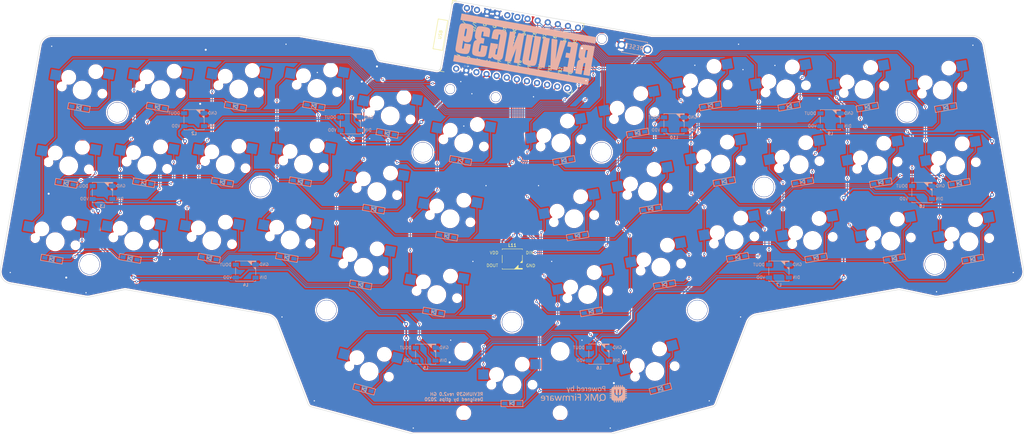
<source format=kicad_pcb>
(kicad_pcb (version 20171130) (host pcbnew "(5.1.6-0-10_14)")
  (title_block (title REVIUNG39) (date 2020-07-29) (rev 2.0))
  (layers (0 F.Cu signal) (31 B.Cu signal) (34 B.Paste user) (35 F.Paste user) (36 B.SilkS user) (37 F.SilkS user) (38 B.Mask user) (39 F.Mask user) (44 Edge.Cuts user))
  (net 0 "")
  (net 1 "Net-(D1-Pad2)")
  (net 2 row0)
  (net 3 "Net-(D2-Pad2)")
  (net 4 "Net-(D3-Pad2)")
  (net 5 "Net-(D4-Pad2)")
  (net 6 "Net-(D5-Pad2)")
  (net 7 "Net-(D6-Pad2)")
  (net 8 row1)
  (net 9 "Net-(D7-Pad2)")
  (net 10 "Net-(D8-Pad2)")
  (net 11 "Net-(D9-Pad2)")
  (net 12 "Net-(D10-Pad2)")
  (net 13 "Net-(D11-Pad2)")
  (net 14 "Net-(D12-Pad2)")
  (net 15 row2)
  (net 16 "Net-(D13-Pad2)")
  (net 17 "Net-(D14-Pad2)")
  (net 18 "Net-(D15-Pad2)")
  (net 19 "Net-(D16-Pad2)")
  (net 20 "Net-(D17-Pad2)")
  (net 21 "Net-(D18-Pad2)")
  (net 22 row3)
  (net 23 "Net-(D19-Pad2)")
  (net 24 "Net-(D20-Pad2)")
  (net 25 "Net-(D21-Pad2)")
  (net 26 "Net-(D22-Pad2)")
  (net 27 "Net-(D23-Pad2)")
  (net 28 "Net-(D24-Pad2)")
  (net 29 row4)
  (net 30 "Net-(D25-Pad2)")
  (net 31 "Net-(D26-Pad2)")
  (net 32 "Net-(D27-Pad2)")
  (net 33 "Net-(D28-Pad2)")
  (net 34 "Net-(D29-Pad2)")
  (net 35 "Net-(D30-Pad2)")
  (net 36 row5)
  (net 37 "Net-(D31-Pad2)")
  (net 38 "Net-(D32-Pad2)")
  (net 39 "Net-(D33-Pad2)")
  (net 40 "Net-(D34-Pad2)")
  (net 41 "Net-(D35-Pad2)")
  (net 42 "Net-(D36-Pad2)")
  (net 43 row6)
  (net 44 "Net-(D37-Pad2)")
  (net 45 "Net-(D38-Pad2)")
  (net 46 "Net-(D39-Pad2)")
  (net 47 LED)
  (net 48 VCC)
  (net 49 GND)
  (net 50 col0)
  (net 51 col1)
  (net 52 col2)
  (net 53 col3)
  (net 54 col4)
  (net 55 col5)
  (net 56 reset)
  (net 57 "Net-(L1-Pad2)")
  (net 58 "Net-(L2-Pad2)")
  (net 59 "Net-(L3-Pad2)")
  (net 60 "Net-(L4-Pad2)")
  (net 61 "Net-(L5-Pad2)")
  (net 62 "Net-(L6-Pad2)")
  (net 63 "Net-(L7-Pad2)")
  (net 64 "Net-(L8-Pad2)")
  (net 65 "Net-(L10-Pad4)")
  (net 66 "Net-(L10-Pad2)")
  (module _reviung-kbd:REVIUNG39-B-logo (layer B.Cu) (at 147.85 62.01 170)
    (fp_text reference G*** hide)
    (fp_text value LOGO hide)
  )
  (module _reviung-kbd:QMK-x4-ver1 (layer B.Cu) (at 162.5 147.25 180)
    (fp_text reference G*** hide)
    (fp_text value LOGO hide)
  )
  (module _reviung-kbd:HOLE_2.2mm (layer F.Cu) (at 129.39 71.86)
    (fp_text reference H12)
    (fp_text value H12)
    (pad "" np_thru_hole circle (at 0 0) (size 2.4 2.4) (drill 2.2) (layers *.Cu *.Mask))
  )
  (module _reviung-kbd:HOLE_2.2mm (layer F.Cu) (at 140.63 73.86)
    (fp_text reference H13)
    (fp_text value H13)
    (pad "" np_thru_hole circle (at 0 0) (size 2.4 2.4) (drill 2.2) (layers *.Cu *.Mask))
  )
  (module _reviung-kbd:HOLE_2.2mm (layer F.Cu) (at 166.93 59.42)
    (fp_text reference H14)
    (fp_text value H14)
    (pad "" np_thru_hole circle (at 0 0) (size 2.4 2.4) (drill 2.2) (layers *.Cu *.Mask))
  )
  (module _reviung-kbd:HOLE (layer F.Cu) (at 122.62 87.48)
    (fp_text reference H5)
    (fp_text value H5)
    (pad "" np_thru_hole circle (at 0 0) (size 5 5) (drill 4.8) (layers *.Cu *.Mask))
  )
  (module _reviung-kbd:HOLE (layer F.Cu) (at 166.84 87.48)
    (fp_text reference H7)
    (fp_text value H7)
    (pad "" np_thru_hole circle (at 0 0) (size 5 5) (drill 4.8) (layers *.Cu *.Mask))
  )
  (module _reviung-kbd:HOLE (layer F.Cu) (at 242.47 77.58)
    (fp_text reference H11)
    (fp_text value H11)
    (pad "" np_thru_hole circle (at 0 0) (size 5 5) (drill 4.8) (layers *.Cu *.Mask))
  )
  (module _reviung-kbd:HOLE (layer F.Cu) (at 249.32 115.24)
    (fp_text reference H10)
    (fp_text value H10)
    (pad "" np_thru_hole circle (at 0 0) (size 5 5) (drill 4.8) (layers *.Cu *.Mask))
  )
  (module _reviung-kbd:HOLE (layer F.Cu) (at 207.05 96.09)
    (fp_text reference H9)
    (fp_text value H9)
    (pad "" np_thru_hole circle (at 0 0) (size 5 5) (drill 4.8) (layers *.Cu *.Mask))
  )
  (module _reviung-kbd:HOLE (layer F.Cu) (at 190.56 126.53)
    (fp_text reference H8)
    (fp_text value H8)
    (pad "" np_thru_hole circle (at 0 0) (size 5 5) (drill 4.8) (layers *.Cu *.Mask))
  )
  (module _reviung-kbd:HOLE (layer F.Cu) (at 144.66 129.53)
    (fp_text reference H6)
    (fp_text value H6)
    (pad "" np_thru_hole circle (at 0 0) (size 5 5) (drill 4.8) (layers *.Cu *.Mask))
  )
  (module _reviung-kbd:HOLE (layer F.Cu) (at 98.77 126.53)
    (fp_text reference H4)
    (fp_text value H4)
    (pad "" np_thru_hole circle (at 0 0) (size 5 5) (drill 4.8) (layers *.Cu *.Mask))
  )
  (module _reviung-kbd:HOLE (layer F.Cu) (at 82.4 96.1)
    (fp_text reference H3)
    (fp_text value H3)
    (pad "" np_thru_hole circle (at 0 0) (size 5 5) (drill 4.8) (layers *.Cu *.Mask))
  )
  (module _reviung-kbd:HOLE (layer F.Cu) (at 40.13 115.24)
    (fp_text reference H2)
    (fp_text value H2)
    (pad "" np_thru_hole circle (at 0 0) (size 5 5) (drill 4.8) (layers *.Cu *.Mask))
  )
  (module _reviung-kbd:HOLE (layer F.Cu) (at 47.01 77.59)
    (fp_text reference H1)
    (fp_text value H1)
    (pad "" np_thru_hole circle (at 0 0) (size 5 5) (drill 4.8) (layers *.Cu *.Mask))
  )
  (module _reviung-kbd:MXOnly-1U-Hotswap (layer F.Cu) (at 181.52 115.93 10)
    (fp_text reference SW32)
    (fp_text value SW_PUSH)
    (pad 2 smd rect (at 5.842 -5.08 10) (size 2.55 2.5) (layers B.Cu B.Paste B.Mask) (net 38 "Net-(D32-Pad2)"))
    (pad 1 smd rect (at -7.085 -2.54 10) (size 2.55 2.5) (layers B.Cu B.Paste B.Mask) (net 51 col1))
    (pad "" np_thru_hole circle (at 5.08 0 58.0996) (size 1.75 1.75) (drill 1.75) (layers *.Cu *.Mask))
    (pad "" np_thru_hole circle (at -5.08 0 58.0996) (size 1.75 1.75) (drill 1.75) (layers *.Cu *.Mask))
    (pad "" np_thru_hole circle (at -3.81 -2.54 10) (size 3 3) (drill 3) (layers *.Cu *.Mask))
    (pad "" np_thru_hole circle (at 0 0 10) (size 3.9878 3.9878) (drill 3.9878) (layers *.Cu *.Mask))
    (pad "" np_thru_hole circle (at 2.54 -5.08 10) (size 3 3) (drill 3) (layers *.Cu *.Mask))
  )
  (module _reviung-kbd:MXOnly-1U-Hotswap (layer F.Cu) (at 77.02 71.83 350)
    (fp_text reference SW3)
    (fp_text value SW_PUSH)
    (pad 2 smd rect (at 5.842 -5.08 350) (size 2.55 2.5) (layers B.Cu B.Paste B.Mask) (net 4 "Net-(D3-Pad2)"))
    (pad 1 smd rect (at -7.085 -2.54 350) (size 2.55 2.5) (layers B.Cu B.Paste B.Mask) (net 52 col2))
    (pad "" np_thru_hole circle (at 5.08 0 38.0996) (size 1.75 1.75) (drill 1.75) (layers *.Cu *.Mask))
    (pad "" np_thru_hole circle (at -5.08 0 38.0996) (size 1.75 1.75) (drill 1.75) (layers *.Cu *.Mask))
    (pad "" np_thru_hole circle (at -3.81 -2.54 350) (size 3 3) (drill 3) (layers *.Cu *.Mask))
    (pad "" np_thru_hole circle (at 0 0 350) (size 3.9878 3.9878) (drill 3.9878) (layers *.Cu *.Mask))
    (pad "" np_thru_hole circle (at 2.54 -5.08 350) (size 3 3) (drill 3) (layers *.Cu *.Mask))
  )
  (module _reviung-kbd:LED_WS2812B_PLCC4_5.0x5.0mm_P3.2mm (layer F.Cu) (at 144.75 113.91)
    (fp_text reference L11 (at 0 -3.4) (layer F.SilkS) (effects (font (size 0.75 0.75))))
    (fp_text value WS2812B)
    (fp_text user DOUT (at -4.95 1.6) (layer F.SilkS) (effects (font (size 0.75 0.75) (thickness 0.1))))
    (fp_text user VDD (at -4.5 -1.55) (layer F.SilkS) (effects (font (size 0.75 0.75) (thickness 0.1))))
    (fp_text user DIN (at 4.3 -1.55) (layer F.SilkS) (effects (font (size 0.75 0.75) (thickness 0.1))))
    (fp_text user GND (at 4.55 1.64) (layer F.SilkS) (effects (font (size 0.75 0.75) (thickness 0.1))))
    (pad 3 smd rect (at 2.45 1.6) (size 1.5 1) (layers F.Cu F.Paste F.Mask) (net 49 GND))
    (pad 4 smd rect (at 2.45 -1.6) (size 1.5 1) (layers F.Cu F.Paste F.Mask) (net 66 "Net-(L10-Pad2)"))
    (pad 2 smd rect (at -2.45 1.6) (size 1.5 1) (layers F.Cu F.Paste F.Mask))
    (pad 1 smd rect (at -2.45 -1.6) (size 1.5 1) (layers F.Cu F.Paste F.Mask) (net 48 VCC))
  )
  (module _reviung-kbd:LED_WS2812B_PLCC4_5.0x5.0mm_P3.2mm (layer B.Cu) (at 184.78 80.44)
    (fp_text reference L10 (at 0 3.4) (layer B.SilkS) (effects (font (size 0.75 0.75)) (justify mirror)))
    (fp_text value WS2812B)
    (fp_text user DOUT (at -4.95 -1.6) (layer B.SilkS) (effects (font (size 0.75 0.75) (thickness 0.1)) (justify mirror)))
    (fp_text user VDD (at -4.5 1.55) (layer B.SilkS) (effects (font (size 0.75 0.75) (thickness 0.1)) (justify mirror)))
    (fp_text user DIN (at 4.3 1.55) (layer B.SilkS) (effects (font (size 0.75 0.75) (thickness 0.1)) (justify mirror)))
    (fp_text user GND (at 4.55 -1.64) (layer B.SilkS) (effects (font (size 0.75 0.75) (thickness 0.1)) (justify mirror)))
    (pad 3 smd rect (at 2.45 -1.6) (size 1.5 1) (layers B.Cu B.Paste B.Mask) (net 49 GND))
    (pad 4 smd rect (at 2.45 1.6) (size 1.5 1) (layers B.Cu B.Paste B.Mask) (net 65 "Net-(L10-Pad4)"))
    (pad 2 smd rect (at -2.45 -1.6) (size 1.5 1) (layers B.Cu B.Paste B.Mask) (net 66 "Net-(L10-Pad2)"))
    (pad 1 smd rect (at -2.45 1.6) (size 1.5 1) (layers B.Cu B.Paste B.Mask) (net 48 VCC))
  )
  (module _reviung-kbd:LED_WS2812B_PLCC4_5.0x5.0mm_P3.2mm (layer B.Cu) (at 223.47 79.45)
    (fp_text reference L9 (at 0 3.4) (layer B.SilkS) (effects (font (size 0.75 0.75)) (justify mirror)))
    (fp_text value WS2812B)
    (fp_text user DOUT (at -4.95 -1.6) (layer B.SilkS) (effects (font (size 0.75 0.75) (thickness 0.1)) (justify mirror)))
    (fp_text user VDD (at -4.5 1.55) (layer B.SilkS) (effects (font (size 0.75 0.75) (thickness 0.1)) (justify mirror)))
    (fp_text user DIN (at 4.3 1.55) (layer B.SilkS) (effects (font (size 0.75 0.75) (thickness 0.1)) (justify mirror)))
    (fp_text user GND (at 4.55 -1.64) (layer B.SilkS) (effects (font (size 0.75 0.75) (thickness 0.1)) (justify mirror)))
    (pad 3 smd rect (at 2.45 -1.6) (size 1.5 1) (layers B.Cu B.Paste B.Mask) (net 49 GND))
    (pad 4 smd rect (at 2.45 1.6) (size 1.5 1) (layers B.Cu B.Paste B.Mask) (net 64 "Net-(L8-Pad2)"))
    (pad 2 smd rect (at -2.45 -1.6) (size 1.5 1) (layers B.Cu B.Paste B.Mask) (net 65 "Net-(L10-Pad4)"))
    (pad 1 smd rect (at -2.45 1.6) (size 1.5 1) (layers B.Cu B.Paste B.Mask) (net 48 VCC))
  )
  (module _reviung-kbd:LED_WS2812B_PLCC4_5.0x5.0mm_P3.2mm (layer B.Cu) (at 246.15 97.44)
    (fp_text reference L8 (at 0 3.4) (layer B.SilkS) (effects (font (size 0.75 0.75)) (justify mirror)))
    (fp_text value WS2812B)
    (fp_text user DOUT (at -4.95 -1.6) (layer B.SilkS) (effects (font (size 0.75 0.75) (thickness 0.1)) (justify mirror)))
    (fp_text user VDD (at -4.5 1.55) (layer B.SilkS) (effects (font (size 0.75 0.75) (thickness 0.1)) (justify mirror)))
    (fp_text user DIN (at 4.3 1.55) (layer B.SilkS) (effects (font (size 0.75 0.75) (thickness 0.1)) (justify mirror)))
    (fp_text user GND (at 4.55 -1.64) (layer B.SilkS) (effects (font (size 0.75 0.75) (thickness 0.1)) (justify mirror)))
    (pad 3 smd rect (at 2.45 -1.6) (size 1.5 1) (layers B.Cu B.Paste B.Mask) (net 49 GND))
    (pad 4 smd rect (at 2.45 1.6) (size 1.5 1) (layers B.Cu B.Paste B.Mask) (net 63 "Net-(L7-Pad2)"))
    (pad 2 smd rect (at -2.45 -1.6) (size 1.5 1) (layers B.Cu B.Paste B.Mask) (net 64 "Net-(L8-Pad2)"))
    (pad 1 smd rect (at -2.45 1.6) (size 1.5 1) (layers B.Cu B.Paste B.Mask) (net 48 VCC))
  )
  (module _reviung-kbd:LED_WS2812B_PLCC4_5.0x5.0mm_P3.2mm (layer B.Cu) (at 210.74 116.91)
    (fp_text reference L7 (at 0 3.4) (layer B.SilkS) (effects (font (size 0.75 0.75)) (justify mirror)))
    (fp_text value WS2812B)
    (fp_text user DOUT (at -4.95 -1.6) (layer B.SilkS) (effects (font (size 0.75 0.75) (thickness 0.1)) (justify mirror)))
    (fp_text user VDD (at -4.5 1.55) (layer B.SilkS) (effects (font (size 0.75 0.75) (thickness 0.1)) (justify mirror)))
    (fp_text user DIN (at 4.3 1.55) (layer B.SilkS) (effects (font (size 0.75 0.75) (thickness 0.1)) (justify mirror)))
    (fp_text user GND (at 4.55 -1.64) (layer B.SilkS) (effects (font (size 0.75 0.75) (thickness 0.1)) (justify mirror)))
    (pad 3 smd rect (at 2.45 -1.6) (size 1.5 1) (layers B.Cu B.Paste B.Mask) (net 49 GND))
    (pad 4 smd rect (at 2.45 1.6) (size 1.5 1) (layers B.Cu B.Paste B.Mask) (net 62 "Net-(L6-Pad2)"))
    (pad 2 smd rect (at -2.45 -1.6) (size 1.5 1) (layers B.Cu B.Paste B.Mask) (net 63 "Net-(L7-Pad2)"))
    (pad 1 smd rect (at -2.45 1.6) (size 1.5 1) (layers B.Cu B.Paste B.Mask) (net 48 VCC))
  )
  (module _reviung-kbd:LED_WS2812B_PLCC4_5.0x5.0mm_P3.2mm (layer B.Cu) (at 166.19 137.44)
    (fp_text reference L6 (at 0 3.4) (layer B.SilkS) (effects (font (size 0.75 0.75)) (justify mirror)))
    (fp_text value WS2812B)
    (fp_text user DOUT (at -4.95 -1.6) (layer B.SilkS) (effects (font (size 0.75 0.75) (thickness 0.1)) (justify mirror)))
    (fp_text user VDD (at -4.5 1.55) (layer B.SilkS) (effects (font (size 0.75 0.75) (thickness 0.1)) (justify mirror)))
    (fp_text user DIN (at 4.3 1.55) (layer B.SilkS) (effects (font (size 0.75 0.75) (thickness 0.1)) (justify mirror)))
    (fp_text user GND (at 4.55 -1.64) (layer B.SilkS) (effects (font (size 0.75 0.75) (thickness 0.1)) (justify mirror)))
    (pad 3 smd rect (at 2.45 -1.6) (size 1.5 1) (layers B.Cu B.Paste B.Mask) (net 49 GND))
    (pad 4 smd rect (at 2.45 1.6) (size 1.5 1) (layers B.Cu B.Paste B.Mask) (net 61 "Net-(L5-Pad2)"))
    (pad 2 smd rect (at -2.45 -1.6) (size 1.5 1) (layers B.Cu B.Paste B.Mask) (net 62 "Net-(L6-Pad2)"))
    (pad 1 smd rect (at -2.45 1.6) (size 1.5 1) (layers B.Cu B.Paste B.Mask) (net 48 VCC))
  )
  (module _reviung-kbd:LED_WS2812B_PLCC4_5.0x5.0mm_P3.2mm (layer B.Cu) (at 123.31 137.46)
    (fp_text reference L5 (at 0 3.4) (layer B.SilkS) (effects (font (size 0.75 0.75)) (justify mirror)))
    (fp_text value WS2812B)
    (fp_text user DOUT (at -4.95 -1.6) (layer B.SilkS) (effects (font (size 0.75 0.75) (thickness 0.1)) (justify mirror)))
    (fp_text user VDD (at -4.5 1.55) (layer B.SilkS) (effects (font (size 0.75 0.75) (thickness 0.1)) (justify mirror)))
    (fp_text user DIN (at 4.3 1.55) (layer B.SilkS) (effects (font (size 0.75 0.75) (thickness 0.1)) (justify mirror)))
    (fp_text user GND (at 4.55 -1.64) (layer B.SilkS) (effects (font (size 0.75 0.75) (thickness 0.1)) (justify mirror)))
    (pad 3 smd rect (at 2.45 -1.6) (size 1.5 1) (layers B.Cu B.Paste B.Mask) (net 49 GND))
    (pad 4 smd rect (at 2.45 1.6) (size 1.5 1) (layers B.Cu B.Paste B.Mask) (net 60 "Net-(L4-Pad2)"))
    (pad 2 smd rect (at -2.45 -1.6) (size 1.5 1) (layers B.Cu B.Paste B.Mask) (net 61 "Net-(L5-Pad2)"))
    (pad 1 smd rect (at -2.45 1.6) (size 1.5 1) (layers B.Cu B.Paste B.Mask) (net 48 VCC))
  )
  (module _reviung-kbd:LED_WS2812B_PLCC4_5.0x5.0mm_P3.2mm (layer B.Cu) (at 78.76 116.91)
    (fp_text reference L4 (at 0 3.4) (layer B.SilkS) (effects (font (size 0.75 0.75)) (justify mirror)))
    (fp_text value WS2812B)
    (fp_text user DOUT (at -4.95 -1.6) (layer B.SilkS) (effects (font (size 0.75 0.75) (thickness 0.1)) (justify mirror)))
    (fp_text user VDD (at -4.5 1.55) (layer B.SilkS) (effects (font (size 0.75 0.75) (thickness 0.1)) (justify mirror)))
    (fp_text user DIN (at 4.3 1.55) (layer B.SilkS) (effects (font (size 0.75 0.75) (thickness 0.1)) (justify mirror)))
    (fp_text user GND (at 4.55 -1.64) (layer B.SilkS) (effects (font (size 0.75 0.75) (thickness 0.1)) (justify mirror)))
    (pad 3 smd rect (at 2.45 -1.6) (size 1.5 1) (layers B.Cu B.Paste B.Mask) (net 49 GND))
    (pad 4 smd rect (at 2.45 1.6) (size 1.5 1) (layers B.Cu B.Paste B.Mask) (net 59 "Net-(L3-Pad2)"))
    (pad 2 smd rect (at -2.45 -1.6) (size 1.5 1) (layers B.Cu B.Paste B.Mask) (net 60 "Net-(L4-Pad2)"))
    (pad 1 smd rect (at -2.45 1.6) (size 1.5 1) (layers B.Cu B.Paste B.Mask) (net 48 VCC))
  )
  (module _reviung-kbd:LED_WS2812B_PLCC4_5.0x5.0mm_P3.2mm (layer B.Cu) (at 43.32 97.45)
    (fp_text reference L3 (at 0 3.4) (layer B.SilkS) (effects (font (size 0.75 0.75)) (justify mirror)))
    (fp_text value WS2812B)
    (fp_text user GND (at 4.55 -1.64) (layer B.SilkS) (effects (font (size 0.75 0.75) (thickness 0.1)) (justify mirror)))
    (fp_text user DIN (at 4.3 1.55) (layer B.SilkS) (effects (font (size 0.75 0.75) (thickness 0.1)) (justify mirror)))
    (fp_text user VDD (at -4.5 1.55) (layer B.SilkS) (effects (font (size 0.75 0.75) (thickness 0.1)) (justify mirror)))
    (fp_text user DOUT (at -4.95 -1.6) (layer B.SilkS) (effects (font (size 0.75 0.75) (thickness 0.1)) (justify mirror)))
    (pad 1 smd rect (at -2.45 1.6) (size 1.5 1) (layers B.Cu B.Paste B.Mask) (net 48 VCC))
    (pad 2 smd rect (at -2.45 -1.6) (size 1.5 1) (layers B.Cu B.Paste B.Mask) (net 59 "Net-(L3-Pad2)"))
    (pad 4 smd rect (at 2.45 1.6) (size 1.5 1) (layers B.Cu B.Paste B.Mask) (net 58 "Net-(L2-Pad2)"))
    (pad 3 smd rect (at 2.45 -1.6) (size 1.5 1) (layers B.Cu B.Paste B.Mask) (net 49 GND))
  )
  (module _reviung-kbd:LED_WS2812B_PLCC4_5.0x5.0mm_P3.2mm (layer B.Cu) (at 65.99 79.43)
    (fp_text reference L2 (at 0 3.4) (layer B.SilkS) (effects (font (size 0.75 0.75)) (justify mirror)))
    (fp_text value WS2812B)
    (fp_text user DOUT (at -4.95 -1.6) (layer B.SilkS) (effects (font (size 0.75 0.75) (thickness 0.1)) (justify mirror)))
    (fp_text user VDD (at -4.5 1.55) (layer B.SilkS) (effects (font (size 0.75 0.75) (thickness 0.1)) (justify mirror)))
    (fp_text user DIN (at 4.3 1.55) (layer B.SilkS) (effects (font (size 0.75 0.75) (thickness 0.1)) (justify mirror)))
    (fp_text user GND (at 4.55 -1.64) (layer B.SilkS) (effects (font (size 0.75 0.75) (thickness 0.1)) (justify mirror)))
    (pad 3 smd rect (at 2.45 -1.6) (size 1.5 1) (layers B.Cu B.Paste B.Mask) (net 49 GND))
    (pad 4 smd rect (at 2.45 1.6) (size 1.5 1) (layers B.Cu B.Paste B.Mask) (net 57 "Net-(L1-Pad2)"))
    (pad 2 smd rect (at -2.45 -1.6) (size 1.5 1) (layers B.Cu B.Paste B.Mask) (net 58 "Net-(L2-Pad2)"))
    (pad 1 smd rect (at -2.45 1.6) (size 1.5 1) (layers B.Cu B.Paste B.Mask) (net 48 VCC))
  )
  (module _reviung-kbd:LED_WS2812B_PLCC4_5.0x5.0mm_P3.2mm (layer B.Cu) (at 104.68 80.45)
    (fp_text reference L1 (at 0 3.4) (layer B.SilkS) (effects (font (size 0.75 0.75)) (justify mirror)))
    (fp_text value WS2812B)
    (fp_text user DOUT (at -4.95 -1.6) (layer B.SilkS) (effects (font (size 0.75 0.75) (thickness 0.1)) (justify mirror)))
    (fp_text user VDD (at -4.5 1.55) (layer B.SilkS) (effects (font (size 0.75 0.75) (thickness 0.1)) (justify mirror)))
    (fp_text user DIN (at 4.3 1.55) (layer B.SilkS) (effects (font (size 0.75 0.75) (thickness 0.1)) (justify mirror)))
    (fp_text user GND (at 4.55 -1.64) (layer B.SilkS) (effects (font (size 0.75 0.75) (thickness 0.1)) (justify mirror)))
    (pad 3 smd rect (at 2.45 -1.6) (size 1.5 1) (layers B.Cu B.Paste B.Mask) (net 49 GND))
    (pad 4 smd rect (at 2.45 1.6) (size 1.5 1) (layers B.Cu B.Paste B.Mask) (net 47 LED))
    (pad 2 smd rect (at -2.45 -1.6) (size 1.5 1) (layers B.Cu B.Paste B.Mask) (net 57 "Net-(L1-Pad2)"))
    (pad 1 smd rect (at -2.45 1.6) (size 1.5 1) (layers B.Cu B.Paste B.Mask) (net 48 VCC))
  )
  (module _reviung-kbd:MXOnly-1U-Hotswap (layer F.Cu) (at 235.1 90.71 10)
    (fp_text reference SW29)
    (fp_text value SW_PUSH)
    (pad 2 smd rect (at 5.842 -5.08 10) (size 2.55 2.5) (layers B.Cu B.Paste B.Mask) (net 34 "Net-(D29-Pad2)"))
    (pad 1 smd rect (at -7.085 -2.54 10) (size 2.55 2.5) (layers B.Cu B.Paste B.Mask) (net 54 col4))
    (pad "" np_thru_hole circle (at 5.08 0 58.0996) (size 1.75 1.75) (drill 1.75) (layers *.Cu *.Mask))
    (pad "" np_thru_hole circle (at -5.08 0 58.0996) (size 1.75 1.75) (drill 1.75) (layers *.Cu *.Mask))
    (pad "" np_thru_hole circle (at -3.81 -2.54 10) (size 3 3) (drill 3) (layers *.Cu *.Mask))
    (pad "" np_thru_hole circle (at 0 0 10) (size 3.9878 3.9878) (drill 3.9878) (layers *.Cu *.Mask))
    (pad "" np_thru_hole circle (at 2.54 -5.08 10) (size 3 3) (drill 3) (layers *.Cu *.Mask))
  )
  (module _reviung-kbd:MXOnly-1U-Hotswap (layer F.Cu) (at 254.49 90.83 10)
    (fp_text reference SW30)
    (fp_text value SW_PUSH)
    (pad "" np_thru_hole circle (at 2.54 -5.08 10) (size 3 3) (drill 3) (layers *.Cu *.Mask))
    (pad "" np_thru_hole circle (at 0 0 10) (size 3.9878 3.9878) (drill 3.9878) (layers *.Cu *.Mask))
    (pad "" np_thru_hole circle (at -3.81 -2.54 10) (size 3 3) (drill 3) (layers *.Cu *.Mask))
    (pad "" np_thru_hole circle (at -5.08 0 58.0996) (size 1.75 1.75) (drill 1.75) (layers *.Cu *.Mask))
    (pad "" np_thru_hole circle (at 5.08 0 58.0996) (size 1.75 1.75) (drill 1.75) (layers *.Cu *.Mask))
    (pad 1 smd rect (at -7.085 -2.54 10) (size 2.55 2.5) (layers B.Cu B.Paste B.Mask) (net 55 col5))
    (pad 2 smd rect (at 5.842 -5.08 10) (size 2.55 2.5) (layers B.Cu B.Paste B.Mask) (net 35 "Net-(D30-Pad2)"))
  )
  (module _reviung-kbd:ProMicro (layer F.Cu) (at 146.45 61.82 80)
    (fp_text reference U1 hide)
    (fp_text value ProMicro hide)
    (fp_text user USB (at 0 -19.8 80) (layer F.SilkS) (effects (font (size 0.75 0.75) (thickness 0.12))))
    (fp_text user B4/8 (at 4.705 10.8 80 unlocked) (layer F.SilkS) (effects (font (size 0.75 0.67) (thickness 0.125))))
    (fp_text user D2/RX1 (at 4.155 -11.9 80 unlocked) (layer F.SilkS) (effects (font (size 0.75 0.67) (thickness 0.125))))
    (fp_text user B5/9 (at 4.705 13.3 80 unlocked) (layer F.SilkS) (effects (font (size 0.75 0.67) (thickness 0.125))))
    (fp_text user C6/5 (at 4.705 3.15 80 unlocked) (layer F.SilkS) (effects (font (size 0.75 0.67) (thickness 0.125))))
    (fp_text user SCL/D0/3 (at 3.455 -1.9 80 unlocked) (layer F.SilkS) (effects (font (size 0.75 0.67) (thickness 0.125))))
    (fp_text user SDA/D1/2 (at 3.455 -4.4 80 unlocked) (layer F.SilkS) (effects (font (size 0.75 0.67) (thickness 0.125))))
    (fp_text user D4/4 (at 4.705 0.6 80 unlocked) (layer F.SilkS) (effects (font (size 0.75 0.67) (thickness 0.125))))
    (fp_text user D3/TX0 (at 4.155 -14.45 80 unlocked) (layer F.SilkS) (effects (font (size 0.75 0.67) (thickness 0.125))))
    (fp_text user GND (at 4.955 -6.9 80 unlocked) (layer F.SilkS) (effects (font (size 0.75 0.67) (thickness 0.125))))
    (fp_text user GND (at 4.955 -9.35 80 unlocked) (layer F.SilkS) (effects (font (size 0.75 0.67) (thickness 0.125))))
    (fp_text user D7/6 (at 4.705 5.7 80 unlocked) (layer F.SilkS) (effects (font (size 0.75 0.67) (thickness 0.125))))
    (fp_text user E6/7 (at 4.705 8.25 80 unlocked) (layer F.SilkS) (effects (font (size 0.75 0.67) (thickness 0.125))))
    (fp_text user 16/B2 (at -4.395 10.95 80 unlocked) (layer F.SilkS) (effects (font (size 0.75 0.67) (thickness 0.125))))
    (fp_text user 10/B6 (at -4.395 13.45 80 unlocked) (layer F.SilkS) (effects (font (size 0.75 0.67) (thickness 0.125))))
    (fp_text user 14/B3 (at -4.395 8.4 80 unlocked) (layer F.SilkS) (effects (font (size 0.75 0.67) (thickness 0.125))))
    (fp_text user 15/B1 (at -4.395 5.85 80 unlocked) (layer F.SilkS) (effects (font (size 0.75 0.67) (thickness 0.125))))
    (fp_text user A0/F7 (at -4.395 3.3 80 unlocked) (layer F.SilkS) (effects (font (size 0.75 0.67) (thickness 0.125))))
    (fp_text user A1/F6 (at -4.395 0.75 80 unlocked) (layer F.SilkS) (effects (font (size 0.75 0.67) (thickness 0.125))))
    (fp_text user A2/F5 (at -4.395 -1.75 80 unlocked) (layer F.SilkS) (effects (font (size 0.75 0.67) (thickness 0.125))))
    (fp_text user A3/F4 (at -4.395 -4.25 80 unlocked) (layer F.SilkS) (effects (font (size 0.75 0.67) (thickness 0.125))))
    (fp_text user VCC (at -4.995 -6.95 80 unlocked) (layer F.SilkS) (effects (font (size 0.75 0.67) (thickness 0.125))))
    (fp_text user RST (at -4.995 -9.4 80 unlocked) (layer F.SilkS) (effects (font (size 0.75 0.67) (thickness 0.125))))
    (fp_text user GND (at -4.995 -11.95 80 unlocked) (layer F.SilkS) (effects (font (size 0.75 0.67) (thickness 0.125))))
    (fp_text user RAW (at -4.995 -14.5 80 unlocked) (layer F.SilkS) (effects (font (size 0.75 0.67) (thickness 0.125))))
    (fp_text user "" (at -0.545 -20.1 80) (layer F.SilkS))
    (fp_text user "" (at -1.2515 -16.256 80) (layer B.SilkS) (effects (justify mirror)))
    (pad 1 thru_hole circle (at 7.6114 -14.478 80) (size 1.524 1.524) (drill 0.8128) (layers *.Cu *.Mask) (net 47 LED))
    (pad 2 thru_hole circle (at 7.6114 -11.938 80) (size 1.524 1.524) (drill 0.8128) (layers *.Cu *.Mask))
    (pad 3 thru_hole circle (at 7.6114 -9.398 80) (size 1.524 1.524) (drill 0.8128) (layers *.Cu *.Mask) (net 49 GND))
    (pad 4 thru_hole circle (at 7.6114 -6.858 80) (size 1.524 1.524) (drill 0.8128) (layers *.Cu *.Mask) (net 49 GND))
    (pad 5 thru_hole circle (at 7.6114 -4.318 80) (size 1.524 1.524) (drill 0.8128) (layers *.Cu *.Mask))
    (pad 6 thru_hole circle (at 7.6114 -1.778 80) (size 1.524 1.524) (drill 0.8128) (layers *.Cu *.Mask))
    (pad 7 thru_hole circle (at 7.6114 0.762 80) (size 1.524 1.524) (drill 0.8128) (layers *.Cu *.Mask) (net 50 col0))
    (pad 8 thru_hole circle (at 7.6114 3.302 80) (size 1.524 1.524) (drill 0.8128) (layers *.Cu *.Mask) (net 51 col1))
    (pad 9 thru_hole circle (at 7.6114 5.842 80) (size 1.524 1.524) (drill 0.8128) (layers *.Cu *.Mask) (net 52 col2))
    (pad 10 thru_hole circle (at 7.6114 8.382 80) (size 1.524 1.524) (drill 0.8128) (layers *.Cu *.Mask) (net 53 col3))
    (pad 11 thru_hole circle (at 7.6114 10.922 80) (size 1.524 1.524) (drill 0.8128) (layers *.Cu *.Mask) (net 54 col4))
    (pad 12 thru_hole circle (at 7.6114 13.462 80) (size 1.524 1.524) (drill 0.8128) (layers *.Cu *.Mask) (net 55 col5))
    (pad 13 thru_hole circle (at -7.6086 13.462 80) (size 1.524 1.524) (drill 0.8128) (layers *.Cu *.Mask))
    (pad 14 thru_hole circle (at -7.6086 10.922 80) (size 1.524 1.524) (drill 0.8128) (layers *.Cu *.Mask) (net 43 row6))
    (pad 15 thru_hole circle (at -7.6086 8.382 80) (size 1.524 1.524) (drill 0.8128) (layers *.Cu *.Mask) (net 36 row5))
    (pad 16 thru_hole circle (at -7.6086 5.842 80) (size 1.524 1.524) (drill 0.8128) (layers *.Cu *.Mask) (net 29 row4))
    (pad 17 thru_hole circle (at -7.6086 3.302 80) (size 1.524 1.524) (drill 0.8128) (layers *.Cu *.Mask) (net 22 row3))
    (pad 18 thru_hole circle (at -7.6086 0.762 80) (size 1.524 1.524) (drill 0.8128) (layers *.Cu *.Mask) (net 15 row2))
    (pad 19 thru_hole circle (at -7.6086 -1.778 80) (size 1.524 1.524) (drill 0.8128) (layers *.Cu *.Mask) (net 8 row1))
    (pad 20 thru_hole circle (at -7.6086 -4.318 80) (size 1.524 1.524) (drill 0.8128) (layers *.Cu *.Mask) (net 2 row0))
    (pad 21 thru_hole circle (at -7.6086 -6.858 80) (size 1.524 1.524) (drill 0.8128) (layers *.Cu *.Mask) (net 48 VCC))
    (pad 22 thru_hole circle (at -7.6086 -9.398 80) (size 1.524 1.524) (drill 0.8128) (layers *.Cu *.Mask) (net 56 reset))
    (pad 23 thru_hole circle (at -7.6086 -11.938 80) (size 1.524 1.524) (drill 0.8128) (layers *.Cu *.Mask) (net 49 GND))
    (pad 24 thru_hole circle (at -7.6086 -14.478 80) (size 1.524 1.524) (drill 0.8128) (layers *.Cu *.Mask))
  )
  (module _reviung-kbd:MXOnly-1U-Hotswap (layer F.Cu) (at 96.39 71.69 350)
    (fp_text reference SW4)
    (fp_text value SW_PUSH)
    (pad 2 smd rect (at 5.842 -5.08 350) (size 2.55 2.5) (layers B.Cu B.Paste B.Mask) (net 5 "Net-(D4-Pad2)"))
    (pad 1 smd rect (at -7.085 -2.54 350) (size 2.55 2.5) (layers B.Cu B.Paste B.Mask) (net 53 col3))
    (pad "" np_thru_hole circle (at 5.08 0 38.0996) (size 1.75 1.75) (drill 1.75) (layers *.Cu *.Mask))
    (pad "" np_thru_hole circle (at -5.08 0 38.0996) (size 1.75 1.75) (drill 1.75) (layers *.Cu *.Mask))
    (pad "" np_thru_hole circle (at -3.81 -2.54 350) (size 3 3) (drill 3) (layers *.Cu *.Mask))
    (pad "" np_thru_hole circle (at 0 0 350) (size 3.9878 3.9878) (drill 3.9878) (layers *.Cu *.Mask))
    (pad "" np_thru_hole circle (at 2.54 -5.08 350) (size 3 3) (drill 3) (layers *.Cu *.Mask))
  )
  (module _reviung-kbd:MXOnly-1U-Hotswap (layer F.Cu) (at 109.316184 141.747185 345)
    (fp_text reference SW37)
    (fp_text value SW_PUSH)
    (pad 2 smd rect (at 5.842 -5.08 345) (size 2.55 2.5) (layers B.Cu B.Paste B.Mask) (net 44 "Net-(D37-Pad2)"))
    (pad 1 smd rect (at -7.085 -2.54 345) (size 2.55 2.5) (layers B.Cu B.Paste B.Mask) (net 50 col0))
    (pad "" np_thru_hole circle (at 5.08 0 33.0996) (size 1.75 1.75) (drill 1.75) (layers *.Cu *.Mask))
    (pad "" np_thru_hole circle (at -5.08 0 33.0996) (size 1.75 1.75) (drill 1.75) (layers *.Cu *.Mask))
    (pad "" np_thru_hole circle (at -3.81 -2.54 345) (size 3 3) (drill 3) (layers *.Cu *.Mask))
    (pad "" np_thru_hole circle (at 0 0 345) (size 3.9878 3.9878) (drill 3.9878) (layers *.Cu *.Mask))
    (pad "" np_thru_hole circle (at 2.54 -5.08 345) (size 3 3) (drill 3) (layers *.Cu *.Mask))
  )
  (module _reviung-kbd:MXOnly-1U-Hotswap (layer F.Cu) (at 257.78 109.62 10)
    (fp_text reference SW36)
    (fp_text value SW_PUSH)
    (pad "" np_thru_hole circle (at 2.54 -5.08 10) (size 3 3) (drill 3) (layers *.Cu *.Mask))
    (pad "" np_thru_hole circle (at 0 0 10) (size 3.9878 3.9878) (drill 3.9878) (layers *.Cu *.Mask))
    (pad "" np_thru_hole circle (at -3.81 -2.54 10) (size 3 3) (drill 3) (layers *.Cu *.Mask))
    (pad "" np_thru_hole circle (at -5.08 0 58.0996) (size 1.75 1.75) (drill 1.75) (layers *.Cu *.Mask))
    (pad "" np_thru_hole circle (at 5.08 0 58.0996) (size 1.75 1.75) (drill 1.75) (layers *.Cu *.Mask))
    (pad 1 smd rect (at -7.085 -2.54 10) (size 2.55 2.5) (layers B.Cu B.Paste B.Mask) (net 55 col5))
    (pad 2 smd rect (at 5.842 -5.08 10) (size 2.55 2.5) (layers B.Cu B.Paste B.Mask) (net 42 "Net-(D36-Pad2)"))
  )
  (module _reviung-kbd:MXOnly-1U-Hotswap (layer F.Cu) (at 238.41 109.48 10)
    (fp_text reference SW35)
    (fp_text value SW_PUSH)
    (pad 2 smd rect (at 5.842 -5.08 10) (size 2.55 2.5) (layers B.Cu B.Paste B.Mask) (net 41 "Net-(D35-Pad2)"))
    (pad 1 smd rect (at -7.085 -2.54 10) (size 2.55 2.5) (layers B.Cu B.Paste B.Mask) (net 54 col4))
    (pad "" np_thru_hole circle (at 5.08 0 58.0996) (size 1.75 1.75) (drill 1.75) (layers *.Cu *.Mask))
    (pad "" np_thru_hole circle (at -5.08 0 58.0996) (size 1.75 1.75) (drill 1.75) (layers *.Cu *.Mask))
    (pad "" np_thru_hole circle (at -3.81 -2.54 10) (size 3 3) (drill 3) (layers *.Cu *.Mask))
    (pad "" np_thru_hole circle (at 0 0 10) (size 3.9878 3.9878) (drill 3.9878) (layers *.Cu *.Mask))
    (pad "" np_thru_hole circle (at 2.54 -5.08 10) (size 3 3) (drill 3) (layers *.Cu *.Mask))
  )
  (module _reviung-kbd:MXOnly-1U-Hotswap (layer F.Cu) (at 219.06 109.32 10)
    (fp_text reference SW34)
    (fp_text value SW_PUSH)
    (pad 2 smd rect (at 5.842 -5.08 10) (size 2.55 2.5) (layers B.Cu B.Paste B.Mask) (net 40 "Net-(D34-Pad2)"))
    (pad 1 smd rect (at -7.085 -2.54 10) (size 2.55 2.5) (layers B.Cu B.Paste B.Mask) (net 53 col3))
    (pad "" np_thru_hole circle (at 5.08 0 58.0996) (size 1.75 1.75) (drill 1.75) (layers *.Cu *.Mask))
    (pad "" np_thru_hole circle (at -5.08 0 58.0996) (size 1.75 1.75) (drill 1.75) (layers *.Cu *.Mask))
    (pad "" np_thru_hole circle (at -3.81 -2.54 10) (size 3 3) (drill 3) (layers *.Cu *.Mask))
    (pad "" np_thru_hole circle (at 0 0 10) (size 3.9878 3.9878) (drill 3.9878) (layers *.Cu *.Mask))
    (pad "" np_thru_hole circle (at 2.54 -5.08 10) (size 3 3) (drill 3) (layers *.Cu *.Mask))
  )
  (module _reviung-kbd:MXOnly-1U-Hotswap (layer F.Cu) (at 199.67 109.21 10)
    (fp_text reference SW33)
    (fp_text value SW_PUSH)
    (pad "" np_thru_hole circle (at 2.54 -5.08 10) (size 3 3) (drill 3) (layers *.Cu *.Mask))
    (pad "" np_thru_hole circle (at 0 0 10) (size 3.9878 3.9878) (drill 3.9878) (layers *.Cu *.Mask))
    (pad "" np_thru_hole circle (at -3.81 -2.54 10) (size 3 3) (drill 3) (layers *.Cu *.Mask))
    (pad "" np_thru_hole circle (at -5.08 0 58.0996) (size 1.75 1.75) (drill 1.75) (layers *.Cu *.Mask))
    (pad "" np_thru_hole circle (at 5.08 0 58.0996) (size 1.75 1.75) (drill 1.75) (layers *.Cu *.Mask))
    (pad 1 smd rect (at -7.085 -2.54 10) (size 2.55 2.5) (layers B.Cu B.Paste B.Mask) (net 52 col2))
    (pad 2 smd rect (at 5.842 -5.08 10) (size 2.55 2.5) (layers B.Cu B.Paste B.Mask) (net 39 "Net-(D33-Pad2)"))
  )
  (module _reviung-kbd:MXOnly-1U-Hotswap (layer F.Cu) (at 163.39 122.69 10)
    (fp_text reference SW31)
    (fp_text value SW_PUSH)
    (pad "" np_thru_hole circle (at 2.54 -5.08 10) (size 3 3) (drill 3) (layers *.Cu *.Mask))
    (pad "" np_thru_hole circle (at 0 0 10) (size 3.9878 3.9878) (drill 3.9878) (layers *.Cu *.Mask))
    (pad "" np_thru_hole circle (at -3.81 -2.54 10) (size 3 3) (drill 3) (layers *.Cu *.Mask))
    (pad "" np_thru_hole circle (at -5.08 0 58.0996) (size 1.75 1.75) (drill 1.75) (layers *.Cu *.Mask))
    (pad "" np_thru_hole circle (at 5.08 0 58.0996) (size 1.75 1.75) (drill 1.75) (layers *.Cu *.Mask))
    (pad 1 smd rect (at -7.085 -2.54 10) (size 2.55 2.5) (layers B.Cu B.Paste B.Mask) (net 50 col0))
    (pad 2 smd rect (at 5.842 -5.08 10) (size 2.55 2.5) (layers B.Cu B.Paste B.Mask) (net 37 "Net-(D31-Pad2)"))
  )
  (module _reviung-kbd:MXOnly-1U-Hotswap (layer F.Cu) (at 215.77 90.55 10)
    (fp_text reference SW28)
    (fp_text value SW_PUSH)
    (pad 2 smd rect (at 5.842 -5.08 10) (size 2.55 2.5) (layers B.Cu B.Paste B.Mask) (net 33 "Net-(D28-Pad2)"))
    (pad 1 smd rect (at -7.085 -2.54 10) (size 2.55 2.5) (layers B.Cu B.Paste B.Mask) (net 53 col3))
    (pad "" np_thru_hole circle (at 5.08 0 58.0996) (size 1.75 1.75) (drill 1.75) (layers *.Cu *.Mask))
    (pad "" np_thru_hole circle (at -5.08 0 58.0996) (size 1.75 1.75) (drill 1.75) (layers *.Cu *.Mask))
    (pad "" np_thru_hole circle (at -3.81 -2.54 10) (size 3 3) (drill 3) (layers *.Cu *.Mask))
    (pad "" np_thru_hole circle (at 0 0 10) (size 3.9878 3.9878) (drill 3.9878) (layers *.Cu *.Mask))
    (pad "" np_thru_hole circle (at 2.54 -5.08 10) (size 3 3) (drill 3) (layers *.Cu *.Mask))
  )
  (module _reviung-kbd:MXOnly-1U-Hotswap (layer F.Cu) (at 196.34 90.41 10)
    (fp_text reference SW27)
    (fp_text value SW_PUSH)
    (pad "" np_thru_hole circle (at 2.54 -5.08 10) (size 3 3) (drill 3) (layers *.Cu *.Mask))
    (pad "" np_thru_hole circle (at 0 0 10) (size 3.9878 3.9878) (drill 3.9878) (layers *.Cu *.Mask))
    (pad "" np_thru_hole circle (at -3.81 -2.54 10) (size 3 3) (drill 3) (layers *.Cu *.Mask))
    (pad "" np_thru_hole circle (at -5.08 0 58.0996) (size 1.75 1.75) (drill 1.75) (layers *.Cu *.Mask))
    (pad "" np_thru_hole circle (at 5.08 0 58.0996) (size 1.75 1.75) (drill 1.75) (layers *.Cu *.Mask))
    (pad 1 smd rect (at -7.085 -2.54 10) (size 2.55 2.5) (layers B.Cu B.Paste B.Mask) (net 52 col2))
    (pad 2 smd rect (at 5.842 -5.08 10) (size 2.55 2.5) (layers B.Cu B.Paste B.Mask) (net 32 "Net-(D27-Pad2)"))
  )
  (module _reviung-kbd:MXOnly-1U-Hotswap (layer F.Cu) (at 178.21 97.18 10)
    (fp_text reference SW26)
    (fp_text value SW_PUSH)
    (pad 2 smd rect (at 5.842 -5.08 10) (size 2.55 2.5) (layers B.Cu B.Paste B.Mask) (net 31 "Net-(D26-Pad2)"))
    (pad 1 smd rect (at -7.085 -2.54 10) (size 2.55 2.5) (layers B.Cu B.Paste B.Mask) (net 51 col1))
    (pad "" np_thru_hole circle (at 5.08 0 58.0996) (size 1.75 1.75) (drill 1.75) (layers *.Cu *.Mask))
    (pad "" np_thru_hole circle (at -5.08 0 58.0996) (size 1.75 1.75) (drill 1.75) (layers *.Cu *.Mask))
    (pad "" np_thru_hole circle (at -3.81 -2.54 10) (size 3 3) (drill 3) (layers *.Cu *.Mask))
    (pad "" np_thru_hole circle (at 0 0 10) (size 3.9878 3.9878) (drill 3.9878) (layers *.Cu *.Mask))
    (pad "" np_thru_hole circle (at 2.54 -5.08 10) (size 3 3) (drill 3) (layers *.Cu *.Mask))
  )
  (module _reviung-kbd:MXOnly-1U-Hotswap (layer F.Cu) (at 160.04 103.92 10)
    (fp_text reference SW25)
    (fp_text value SW_PUSH)
    (pad "" np_thru_hole circle (at 2.54 -5.08 10) (size 3 3) (drill 3) (layers *.Cu *.Mask))
    (pad "" np_thru_hole circle (at 0 0 10) (size 3.9878 3.9878) (drill 3.9878) (layers *.Cu *.Mask))
    (pad "" np_thru_hole circle (at -3.81 -2.54 10) (size 3 3) (drill 3) (layers *.Cu *.Mask))
    (pad "" np_thru_hole circle (at -5.08 0 58.0996) (size 1.75 1.75) (drill 1.75) (layers *.Cu *.Mask))
    (pad "" np_thru_hole circle (at 5.08 0 58.0996) (size 1.75 1.75) (drill 1.75) (layers *.Cu *.Mask))
    (pad 1 smd rect (at -7.085 -2.54 10) (size 2.55 2.5) (layers B.Cu B.Paste B.Mask) (net 50 col0))
    (pad 2 smd rect (at 5.842 -5.08 10) (size 2.55 2.5) (layers B.Cu B.Paste B.Mask) (net 30 "Net-(D25-Pad2)"))
  )
  (module _reviung-kbd:MXOnly-1U-Hotswap (layer F.Cu) (at 251.15 72.1 10)
    (fp_text reference SW24)
    (fp_text value SW_PUSH)
    (pad 2 smd rect (at 5.842 -5.08 10) (size 2.55 2.5) (layers B.Cu B.Paste B.Mask) (net 28 "Net-(D24-Pad2)"))
    (pad 1 smd rect (at -7.085 -2.54 10) (size 2.55 2.5) (layers B.Cu B.Paste B.Mask) (net 55 col5))
    (pad "" np_thru_hole circle (at 5.08 0 58.0996) (size 1.75 1.75) (drill 1.75) (layers *.Cu *.Mask))
    (pad "" np_thru_hole circle (at -5.08 0 58.0996) (size 1.75 1.75) (drill 1.75) (layers *.Cu *.Mask))
    (pad "" np_thru_hole circle (at -3.81 -2.54 10) (size 3 3) (drill 3) (layers *.Cu *.Mask))
    (pad "" np_thru_hole circle (at 0 0 10) (size 3.9878 3.9878) (drill 3.9878) (layers *.Cu *.Mask))
    (pad "" np_thru_hole circle (at 2.54 -5.08 10) (size 3 3) (drill 3) (layers *.Cu *.Mask))
  )
  (module _reviung-kbd:MXOnly-1U-Hotswap (layer F.Cu) (at 231.81 71.94 10)
    (fp_text reference SW23)
    (fp_text value SW_PUSH)
    (pad "" np_thru_hole circle (at 2.54 -5.08 10) (size 3 3) (drill 3) (layers *.Cu *.Mask))
    (pad "" np_thru_hole circle (at 0 0 10) (size 3.9878 3.9878) (drill 3.9878) (layers *.Cu *.Mask))
    (pad "" np_thru_hole circle (at -3.81 -2.54 10) (size 3 3) (drill 3) (layers *.Cu *.Mask))
    (pad "" np_thru_hole circle (at -5.08 0 58.0996) (size 1.75 1.75) (drill 1.75) (layers *.Cu *.Mask))
    (pad "" np_thru_hole circle (at 5.08 0 58.0996) (size 1.75 1.75) (drill 1.75) (layers *.Cu *.Mask))
    (pad 1 smd rect (at -7.085 -2.54 10) (size 2.55 2.5) (layers B.Cu B.Paste B.Mask) (net 54 col4))
    (pad 2 smd rect (at 5.842 -5.08 10) (size 2.55 2.5) (layers B.Cu B.Paste B.Mask) (net 27 "Net-(D23-Pad2)"))
  )
  (module _reviung-kbd:MXOnly-1U-Hotswap (layer F.Cu) (at 212.44 71.81 10)
    (fp_text reference SW22)
    (fp_text value SW_PUSH)
    (pad "" np_thru_hole circle (at 2.54 -5.08 10) (size 3 3) (drill 3) (layers *.Cu *.Mask))
    (pad "" np_thru_hole circle (at 0 0 10) (size 3.9878 3.9878) (drill 3.9878) (layers *.Cu *.Mask))
    (pad "" np_thru_hole circle (at -3.81 -2.54 10) (size 3 3) (drill 3) (layers *.Cu *.Mask))
    (pad "" np_thru_hole circle (at -5.08 0 58.0996) (size 1.75 1.75) (drill 1.75) (layers *.Cu *.Mask))
    (pad "" np_thru_hole circle (at 5.08 0 58.0996) (size 1.75 1.75) (drill 1.75) (layers *.Cu *.Mask))
    (pad 1 smd rect (at -7.085 -2.54 10) (size 2.55 2.5) (layers B.Cu B.Paste B.Mask) (net 53 col3))
    (pad 2 smd rect (at 5.842 -5.08 10) (size 2.55 2.5) (layers B.Cu B.Paste B.Mask) (net 26 "Net-(D22-Pad2)"))
  )
  (module _reviung-kbd:MXOnly-1U-Hotswap (layer F.Cu) (at 193.05 71.67 10)
    (fp_text reference SW21)
    (fp_text value SW_PUSH)
    (pad 2 smd rect (at 5.842 -5.08 10) (size 2.55 2.5) (layers B.Cu B.Paste B.Mask) (net 25 "Net-(D21-Pad2)"))
    (pad 1 smd rect (at -7.085 -2.54 10) (size 2.55 2.5) (layers B.Cu B.Paste B.Mask) (net 52 col2))
    (pad "" np_thru_hole circle (at 5.08 0 58.0996) (size 1.75 1.75) (drill 1.75) (layers *.Cu *.Mask))
    (pad "" np_thru_hole circle (at -5.08 0 58.0996) (size 1.75 1.75) (drill 1.75) (layers *.Cu *.Mask))
    (pad "" np_thru_hole circle (at -3.81 -2.54 10) (size 3 3) (drill 3) (layers *.Cu *.Mask))
    (pad "" np_thru_hole circle (at 0 0 10) (size 3.9878 3.9878) (drill 3.9878) (layers *.Cu *.Mask))
    (pad "" np_thru_hole circle (at 2.54 -5.08 10) (size 3 3) (drill 3) (layers *.Cu *.Mask))
  )
  (module _reviung-kbd:MXOnly-1U-Hotswap (layer F.Cu) (at 174.92 78.41 10)
    (fp_text reference SW20)
    (fp_text value SW_PUSH)
    (pad "" np_thru_hole circle (at 2.54 -5.08 10) (size 3 3) (drill 3) (layers *.Cu *.Mask))
    (pad "" np_thru_hole circle (at 0 0 10) (size 3.9878 3.9878) (drill 3.9878) (layers *.Cu *.Mask))
    (pad "" np_thru_hole circle (at -3.81 -2.54 10) (size 3 3) (drill 3) (layers *.Cu *.Mask))
    (pad "" np_thru_hole circle (at -5.08 0 58.0996) (size 1.75 1.75) (drill 1.75) (layers *.Cu *.Mask))
    (pad "" np_thru_hole circle (at 5.08 0 58.0996) (size 1.75 1.75) (drill 1.75) (layers *.Cu *.Mask))
    (pad 1 smd rect (at -7.085 -2.54 10) (size 2.55 2.5) (layers B.Cu B.Paste B.Mask) (net 51 col1))
    (pad 2 smd rect (at 5.842 -5.08 10) (size 2.55 2.5) (layers B.Cu B.Paste B.Mask) (net 24 "Net-(D20-Pad2)"))
  )
  (module _reviung-kbd:MXOnly-1U-Hotswap (layer F.Cu) (at 156.77 85.19 10)
    (fp_text reference SW19)
    (fp_text value SW_PUSH)
    (pad 2 smd rect (at 5.842 -5.08 10) (size 2.55 2.5) (layers B.Cu B.Paste B.Mask) (net 23 "Net-(D19-Pad2)"))
    (pad 1 smd rect (at -7.085 -2.54 10) (size 2.55 2.5) (layers B.Cu B.Paste B.Mask) (net 50 col0))
    (pad "" np_thru_hole circle (at 5.08 0 58.0996) (size 1.75 1.75) (drill 1.75) (layers *.Cu *.Mask))
    (pad "" np_thru_hole circle (at -5.08 0 58.0996) (size 1.75 1.75) (drill 1.75) (layers *.Cu *.Mask))
    (pad "" np_thru_hole circle (at -3.81 -2.54 10) (size 3 3) (drill 3) (layers *.Cu *.Mask))
    (pad "" np_thru_hole circle (at 0 0 10) (size 3.9878 3.9878) (drill 3.9878) (layers *.Cu *.Mask))
    (pad "" np_thru_hole circle (at 2.54 -5.08 10) (size 3 3) (drill 3) (layers *.Cu *.Mask))
  )
  (module _reviung-kbd:MXOnly-1U-Hotswap (layer F.Cu) (at 126.06 122.71 350)
    (fp_text reference SW18)
    (fp_text value SW_PUSH)
    (pad 2 smd rect (at 5.842 -5.08 350) (size 2.55 2.5) (layers B.Cu B.Paste B.Mask) (net 21 "Net-(D18-Pad2)"))
    (pad 1 smd rect (at -7.085 -2.54 350) (size 2.55 2.5) (layers B.Cu B.Paste B.Mask) (net 55 col5))
    (pad "" np_thru_hole circle (at 5.08 0 38.0996) (size 1.75 1.75) (drill 1.75) (layers *.Cu *.Mask))
    (pad "" np_thru_hole circle (at -5.08 0 38.0996) (size 1.75 1.75) (drill 1.75) (layers *.Cu *.Mask))
    (pad "" np_thru_hole circle (at -3.81 -2.54 350) (size 3 3) (drill 3) (layers *.Cu *.Mask))
    (pad "" np_thru_hole circle (at 0 0 350) (size 3.9878 3.9878) (drill 3.9878) (layers *.Cu *.Mask))
    (pad "" np_thru_hole circle (at 2.54 -5.08 350) (size 3 3) (drill 3) (layers *.Cu *.Mask))
  )
  (module _reviung-kbd:MXOnly-1U-Hotswap (layer F.Cu) (at 107.91 115.95 350)
    (fp_text reference SW17)
    (fp_text value SW_PUSH)
    (pad "" np_thru_hole circle (at 2.54 -5.08 350) (size 3 3) (drill 3) (layers *.Cu *.Mask))
    (pad "" np_thru_hole circle (at 0 0 350) (size 3.9878 3.9878) (drill 3.9878) (layers *.Cu *.Mask))
    (pad "" np_thru_hole circle (at -3.81 -2.54 350) (size 3 3) (drill 3) (layers *.Cu *.Mask))
    (pad "" np_thru_hole circle (at -5.08 0 38.0996) (size 1.75 1.75) (drill 1.75) (layers *.Cu *.Mask))
    (pad "" np_thru_hole circle (at 5.08 0 38.0996) (size 1.75 1.75) (drill 1.75) (layers *.Cu *.Mask))
    (pad 1 smd rect (at -7.085 -2.54 350) (size 2.55 2.5) (layers B.Cu B.Paste B.Mask) (net 54 col4))
    (pad 2 smd rect (at 5.842 -5.08 350) (size 2.55 2.5) (layers B.Cu B.Paste B.Mask) (net 20 "Net-(D17-Pad2)"))
  )
  (module _reviung-kbd:MXOnly-1U-Hotswap (layer F.Cu) (at 89.75462 109.198371 350)
    (fp_text reference SW16)
    (fp_text value SW_PUSH)
    (pad "" np_thru_hole circle (at 2.54 -5.08 350) (size 3 3) (drill 3) (layers *.Cu *.Mask))
    (pad "" np_thru_hole circle (at 0 0 350) (size 3.9878 3.9878) (drill 3.9878) (layers *.Cu *.Mask))
    (pad "" np_thru_hole circle (at -3.81 -2.54 350) (size 3 3) (drill 3) (layers *.Cu *.Mask))
    (pad "" np_thru_hole circle (at -5.08 0 38.0996) (size 1.75 1.75) (drill 1.75) (layers *.Cu *.Mask))
    (pad "" np_thru_hole circle (at 5.08 0 38.0996) (size 1.75 1.75) (drill 1.75) (layers *.Cu *.Mask))
    (pad 1 smd rect (at -7.085 -2.54 350) (size 2.55 2.5) (layers B.Cu B.Paste B.Mask) (net 53 col3))
    (pad 2 smd rect (at 5.842 -5.08 350) (size 2.55 2.5) (layers B.Cu B.Paste B.Mask) (net 19 "Net-(D16-Pad2)"))
  )
  (module _reviung-kbd:MXOnly-1U-Hotswap (layer F.Cu) (at 70.37 109.35 350)
    (fp_text reference SW15)
    (fp_text value SW_PUSH)
    (pad "" np_thru_hole circle (at 2.54 -5.08 350) (size 3 3) (drill 3) (layers *.Cu *.Mask))
    (pad "" np_thru_hole circle (at 0 0 350) (size 3.9878 3.9878) (drill 3.9878) (layers *.Cu *.Mask))
    (pad "" np_thru_hole circle (at -3.81 -2.54 350) (size 3 3) (drill 3) (layers *.Cu *.Mask))
    (pad "" np_thru_hole circle (at -5.08 0 38.0996) (size 1.75 1.75) (drill 1.75) (layers *.Cu *.Mask))
    (pad "" np_thru_hole circle (at 5.08 0 38.0996) (size 1.75 1.75) (drill 1.75) (layers *.Cu *.Mask))
    (pad 1 smd rect (at -7.085 -2.54 350) (size 2.55 2.5) (layers B.Cu B.Paste B.Mask) (net 52 col2))
    (pad 2 smd rect (at 5.842 -5.08 350) (size 2.55 2.5) (layers B.Cu B.Paste B.Mask) (net 18 "Net-(D15-Pad2)"))
  )
  (module _reviung-kbd:MXOnly-1U-Hotswap (layer F.Cu) (at 51.03 109.46 350)
    (fp_text reference SW14)
    (fp_text value SW_PUSH)
    (pad "" np_thru_hole circle (at 2.54 -5.08 350) (size 3 3) (drill 3) (layers *.Cu *.Mask))
    (pad "" np_thru_hole circle (at 0 0 350) (size 3.9878 3.9878) (drill 3.9878) (layers *.Cu *.Mask))
    (pad "" np_thru_hole circle (at -3.81 -2.54 350) (size 3 3) (drill 3) (layers *.Cu *.Mask))
    (pad "" np_thru_hole circle (at -5.08 0 38.0996) (size 1.75 1.75) (drill 1.75) (layers *.Cu *.Mask))
    (pad "" np_thru_hole circle (at 5.08 0 38.0996) (size 1.75 1.75) (drill 1.75) (layers *.Cu *.Mask))
    (pad 1 smd rect (at -7.085 -2.54 350) (size 2.55 2.5) (layers B.Cu B.Paste B.Mask) (net 51 col1))
    (pad 2 smd rect (at 5.842 -5.08 350) (size 2.55 2.5) (layers B.Cu B.Paste B.Mask) (net 17 "Net-(D14-Pad2)"))
  )
  (module _reviung-kbd:MXOnly-1U-Hotswap (layer F.Cu) (at 31.63 109.62 350)
    (fp_text reference SW13)
    (fp_text value SW_PUSH)
    (pad 2 smd rect (at 5.842 -5.08 350) (size 2.55 2.5) (layers B.Cu B.Paste B.Mask) (net 16 "Net-(D13-Pad2)"))
    (pad 1 smd rect (at -7.085 -2.54 350) (size 2.55 2.5) (layers B.Cu B.Paste B.Mask) (net 50 col0))
    (pad "" np_thru_hole circle (at 5.08 0 38.0996) (size 1.75 1.75) (drill 1.75) (layers *.Cu *.Mask))
    (pad "" np_thru_hole circle (at -5.08 0 38.0996) (size 1.75 1.75) (drill 1.75) (layers *.Cu *.Mask))
    (pad "" np_thru_hole circle (at -3.81 -2.54 350) (size 3 3) (drill 3) (layers *.Cu *.Mask))
    (pad "" np_thru_hole circle (at 0 0 350) (size 3.9878 3.9878) (drill 3.9878) (layers *.Cu *.Mask))
    (pad "" np_thru_hole circle (at 2.54 -5.08 350) (size 3 3) (drill 3) (layers *.Cu *.Mask))
  )
  (module _reviung-kbd:MXOnly-1U-Hotswap (layer F.Cu) (at 129.37 103.94 350)
    (fp_text reference SW12)
    (fp_text value SW_PUSH)
    (pad 2 smd rect (at 5.842 -5.08 350) (size 2.55 2.5) (layers B.Cu B.Paste B.Mask) (net 14 "Net-(D12-Pad2)"))
    (pad 1 smd rect (at -7.085 -2.54 350) (size 2.55 2.5) (layers B.Cu B.Paste B.Mask) (net 55 col5))
    (pad "" np_thru_hole circle (at 5.08 0 38.0996) (size 1.75 1.75) (drill 1.75) (layers *.Cu *.Mask))
    (pad "" np_thru_hole circle (at -5.08 0 38.0996) (size 1.75 1.75) (drill 1.75) (layers *.Cu *.Mask))
    (pad "" np_thru_hole circle (at -3.81 -2.54 350) (size 3 3) (drill 3) (layers *.Cu *.Mask))
    (pad "" np_thru_hole circle (at 0 0 350) (size 3.9878 3.9878) (drill 3.9878) (layers *.Cu *.Mask))
    (pad "" np_thru_hole circle (at 2.54 -5.08 350) (size 3 3) (drill 3) (layers *.Cu *.Mask))
  )
  (module _reviung-kbd:MXOnly-1U-Hotswap (layer F.Cu) (at 111.22 97.22 350)
    (fp_text reference SW11)
    (fp_text value SW_PUSH)
    (pad 2 smd rect (at 5.842 -5.08 350) (size 2.55 2.5) (layers B.Cu B.Paste B.Mask) (net 13 "Net-(D11-Pad2)"))
    (pad 1 smd rect (at -7.085 -2.54 350) (size 2.55 2.5) (layers B.Cu B.Paste B.Mask) (net 54 col4))
    (pad "" np_thru_hole circle (at 5.08 0 38.0996) (size 1.75 1.75) (drill 1.75) (layers *.Cu *.Mask))
    (pad "" np_thru_hole circle (at -5.08 0 38.0996) (size 1.75 1.75) (drill 1.75) (layers *.Cu *.Mask))
    (pad "" np_thru_hole circle (at -3.81 -2.54 350) (size 3 3) (drill 3) (layers *.Cu *.Mask))
    (pad "" np_thru_hole circle (at 0 0 350) (size 3.9878 3.9878) (drill 3.9878) (layers *.Cu *.Mask))
    (pad "" np_thru_hole circle (at 2.54 -5.08 350) (size 3 3) (drill 3) (layers *.Cu *.Mask))
  )
  (module _reviung-kbd:MXOnly-1U-Hotswap (layer F.Cu) (at 93.07 90.44 350)
    (fp_text reference SW10)
    (fp_text value SW_PUSH)
    (pad 2 smd rect (at 5.842 -5.08 350) (size 2.55 2.5) (layers B.Cu B.Paste B.Mask) (net 12 "Net-(D10-Pad2)"))
    (pad 1 smd rect (at -7.085 -2.54 350) (size 2.55 2.5) (layers B.Cu B.Paste B.Mask) (net 53 col3))
    (pad "" np_thru_hole circle (at 5.08 0 38.0996) (size 1.75 1.75) (drill 1.75) (layers *.Cu *.Mask))
    (pad "" np_thru_hole circle (at -5.08 0 38.0996) (size 1.75 1.75) (drill 1.75) (layers *.Cu *.Mask))
    (pad "" np_thru_hole circle (at -3.81 -2.54 350) (size 3 3) (drill 3) (layers *.Cu *.Mask))
    (pad "" np_thru_hole circle (at 0 0 350) (size 3.9878 3.9878) (drill 3.9878) (layers *.Cu *.Mask))
    (pad "" np_thru_hole circle (at 2.54 -5.08 350) (size 3 3) (drill 3) (layers *.Cu *.Mask))
  )
  (module _reviung-kbd:MXOnly-1U-Hotswap (layer F.Cu) (at 73.71 90.55 350)
    (fp_text reference SW9)
    (fp_text value SW_PUSH)
    (pad "" np_thru_hole circle (at 2.54 -5.08 350) (size 3 3) (drill 3) (layers *.Cu *.Mask))
    (pad "" np_thru_hole circle (at 0 0 350) (size 3.9878 3.9878) (drill 3.9878) (layers *.Cu *.Mask))
    (pad "" np_thru_hole circle (at -3.81 -2.54 350) (size 3 3) (drill 3) (layers *.Cu *.Mask))
    (pad "" np_thru_hole circle (at -5.08 0 38.0996) (size 1.75 1.75) (drill 1.75) (layers *.Cu *.Mask))
    (pad "" np_thru_hole circle (at 5.08 0 38.0996) (size 1.75 1.75) (drill 1.75) (layers *.Cu *.Mask))
    (pad 1 smd rect (at -7.085 -2.54 350) (size 2.55 2.5) (layers B.Cu B.Paste B.Mask) (net 52 col2))
    (pad 2 smd rect (at 5.842 -5.08 350) (size 2.55 2.5) (layers B.Cu B.Paste B.Mask) (net 11 "Net-(D9-Pad2)"))
  )
  (module _reviung-kbd:MXOnly-1U-Hotswap (layer F.Cu) (at 54.31 90.71 350)
    (fp_text reference SW8)
    (fp_text value SW_PUSH)
    (pad "" np_thru_hole circle (at 2.54 -5.08 350) (size 3 3) (drill 3) (layers *.Cu *.Mask))
    (pad "" np_thru_hole circle (at 0 0 350) (size 3.9878 3.9878) (drill 3.9878) (layers *.Cu *.Mask))
    (pad "" np_thru_hole circle (at -3.81 -2.54 350) (size 3 3) (drill 3) (layers *.Cu *.Mask))
    (pad "" np_thru_hole circle (at -5.08 0 38.0996) (size 1.75 1.75) (drill 1.75) (layers *.Cu *.Mask))
    (pad "" np_thru_hole circle (at 5.08 0 38.0996) (size 1.75 1.75) (drill 1.75) (layers *.Cu *.Mask))
    (pad 1 smd rect (at -7.085 -2.54 350) (size 2.55 2.5) (layers B.Cu B.Paste B.Mask) (net 51 col1))
    (pad 2 smd rect (at 5.842 -5.08 350) (size 2.55 2.5) (layers B.Cu B.Paste B.Mask) (net 10 "Net-(D8-Pad2)"))
  )
  (module _reviung-kbd:MXOnly-1U-Hotswap (layer F.Cu) (at 34.95 90.83 350)
    (fp_text reference SW7)
    (fp_text value SW_PUSH)
    (pad "" np_thru_hole circle (at 2.54 -5.08 350) (size 3 3) (drill 3) (layers *.Cu *.Mask))
    (pad "" np_thru_hole circle (at 0 0 350) (size 3.9878 3.9878) (drill 3.9878) (layers *.Cu *.Mask))
    (pad "" np_thru_hole circle (at -3.81 -2.54 350) (size 3 3) (drill 3) (layers *.Cu *.Mask))
    (pad "" np_thru_hole circle (at -5.08 0 38.0996) (size 1.75 1.75) (drill 1.75) (layers *.Cu *.Mask))
    (pad "" np_thru_hole circle (at 5.08 0 38.0996) (size 1.75 1.75) (drill 1.75) (layers *.Cu *.Mask))
    (pad 1 smd rect (at -7.085 -2.54 350) (size 2.55 2.5) (layers B.Cu B.Paste B.Mask) (net 50 col0))
    (pad 2 smd rect (at 5.842 -5.08 350) (size 2.55 2.5) (layers B.Cu B.Paste B.Mask) (net 9 "Net-(D7-Pad2)"))
  )
  (module _reviung-kbd:MXOnly-1U-Hotswap (layer F.Cu) (at 132.71 85.19 350)
    (fp_text reference SW6)
    (fp_text value SW_PUSH)
    (pad "" np_thru_hole circle (at 2.54 -5.08 350) (size 3 3) (drill 3) (layers *.Cu *.Mask))
    (pad "" np_thru_hole circle (at 0 0 350) (size 3.9878 3.9878) (drill 3.9878) (layers *.Cu *.Mask))
    (pad "" np_thru_hole circle (at -3.81 -2.54 350) (size 3 3) (drill 3) (layers *.Cu *.Mask))
    (pad "" np_thru_hole circle (at -5.08 0 38.0996) (size 1.75 1.75) (drill 1.75) (layers *.Cu *.Mask))
    (pad "" np_thru_hole circle (at 5.08 0 38.0996) (size 1.75 1.75) (drill 1.75) (layers *.Cu *.Mask))
    (pad 1 smd rect (at -7.085 -2.54 350) (size 2.55 2.5) (layers B.Cu B.Paste B.Mask) (net 55 col5))
    (pad 2 smd rect (at 5.842 -5.08 350) (size 2.55 2.5) (layers B.Cu B.Paste B.Mask) (net 7 "Net-(D6-Pad2)"))
  )
  (module _reviung-kbd:MXOnly-1U-Hotswap (layer F.Cu) (at 114.54 78.48 350)
    (fp_text reference SW5)
    (fp_text value SW_PUSH)
    (pad 2 smd rect (at 5.842 -5.08 350) (size 2.55 2.5) (layers B.Cu B.Paste B.Mask) (net 6 "Net-(D5-Pad2)"))
    (pad 1 smd rect (at -7.085 -2.54 350) (size 2.55 2.5) (layers B.Cu B.Paste B.Mask) (net 54 col4))
    (pad "" np_thru_hole circle (at 5.08 0 38.0996) (size 1.75 1.75) (drill 1.75) (layers *.Cu *.Mask))
    (pad "" np_thru_hole circle (at -5.08 0 38.0996) (size 1.75 1.75) (drill 1.75) (layers *.Cu *.Mask))
    (pad "" np_thru_hole circle (at -3.81 -2.54 350) (size 3 3) (drill 3) (layers *.Cu *.Mask))
    (pad "" np_thru_hole circle (at 0 0 350) (size 3.9878 3.9878) (drill 3.9878) (layers *.Cu *.Mask))
    (pad "" np_thru_hole circle (at 2.54 -5.08 350) (size 3 3) (drill 3) (layers *.Cu *.Mask))
  )
  (module _reviung-kbd:MXOnly-1U-Hotswap (layer F.Cu) (at 57.67 71.99 350)
    (fp_text reference SW2)
    (fp_text value SW_PUSH)
    (pad "" np_thru_hole circle (at 2.54 -5.08 350) (size 3 3) (drill 3) (layers *.Cu *.Mask))
    (pad "" np_thru_hole circle (at 0 0 350) (size 3.9878 3.9878) (drill 3.9878) (layers *.Cu *.Mask))
    (pad "" np_thru_hole circle (at -3.81 -2.54 350) (size 3 3) (drill 3) (layers *.Cu *.Mask))
    (pad "" np_thru_hole circle (at -5.08 0 38.0996) (size 1.75 1.75) (drill 1.75) (layers *.Cu *.Mask))
    (pad "" np_thru_hole circle (at 5.08 0 38.0996) (size 1.75 1.75) (drill 1.75) (layers *.Cu *.Mask))
    (pad 1 smd rect (at -7.085 -2.54 350) (size 2.55 2.5) (layers B.Cu B.Paste B.Mask) (net 51 col1))
    (pad 2 smd rect (at 5.842 -5.08 350) (size 2.55 2.5) (layers B.Cu B.Paste B.Mask) (net 3 "Net-(D2-Pad2)"))
  )
  (module _reviung-kbd:MXOnly-1U-Hotswap (layer F.Cu) (at 38.28 72.1 350)
    (fp_text reference SW1)
    (fp_text value SW_PUSH)
    (pad "" np_thru_hole circle (at 2.54 -5.08 350) (size 3 3) (drill 3) (layers *.Cu *.Mask))
    (pad "" np_thru_hole circle (at 0 0 350) (size 3.9878 3.9878) (drill 3.9878) (layers *.Cu *.Mask))
    (pad "" np_thru_hole circle (at -3.81 -2.54 350) (size 3 3) (drill 3) (layers *.Cu *.Mask))
    (pad "" np_thru_hole circle (at -5.08 0 38.0996) (size 1.75 1.75) (drill 1.75) (layers *.Cu *.Mask))
    (pad "" np_thru_hole circle (at 5.08 0 38.0996) (size 1.75 1.75) (drill 1.75) (layers *.Cu *.Mask))
    (pad 1 smd rect (at -7.085 -2.54 350) (size 2.55 2.5) (layers B.Cu B.Paste B.Mask) (net 50 col0))
    (pad 2 smd rect (at 5.842 -5.08 350) (size 2.55 2.5) (layers B.Cu B.Paste B.Mask) (net 1 "Net-(D1-Pad2)"))
  )
  (module _reviung-kbd:D3_SMD_1side (layer B.Cu) (at 37.5 76.43 350)
    (fp_text reference D1 hide)
    (fp_text value 1N4148W hide)
    (pad 2 smd rect (at 1.775 0 350) (size 1.3 0.95) (layers B.Cu B.Paste B.Mask) (net 1 "Net-(D1-Pad2)"))
    (pad 1 smd rect (at -1.775 0 350) (size 1.3 0.95) (layers B.Cu B.Paste B.Mask) (net 2 row0))
  )
  (module _reviung-kbd:D3_SMD_1side (layer B.Cu) (at 56.92 76.32 350)
    (fp_text reference D2 hide)
    (fp_text value 1N4148W hide)
    (pad 2 smd rect (at 1.775 0 350) (size 1.3 0.95) (layers B.Cu B.Paste B.Mask) (net 3 "Net-(D2-Pad2)"))
    (pad 1 smd rect (at -1.775 0 350) (size 1.3 0.95) (layers B.Cu B.Paste B.Mask) (net 2 row0))
  )
  (module _reviung-kbd:D3_SMD_1side (layer B.Cu) (at 76.24 76.13 350)
    (fp_text reference D3 hide)
    (fp_text value 1N4148W hide)
    (pad 2 smd rect (at 1.775 0 350) (size 1.3 0.95) (layers B.Cu B.Paste B.Mask) (net 4 "Net-(D3-Pad2)"))
    (pad 1 smd rect (at -1.775 0 350) (size 1.3 0.95) (layers B.Cu B.Paste B.Mask) (net 2 row0))
  )
  (module _reviung-kbd:D3_SMD_1side (layer B.Cu) (at 95.65 76.03 350)
    (fp_text reference D4 hide)
    (fp_text value 1N4148W hide)
    (pad 2 smd rect (at 1.775 0 350) (size 1.3 0.95) (layers B.Cu B.Paste B.Mask) (net 5 "Net-(D4-Pad2)"))
    (pad 1 smd rect (at -1.775 0 350) (size 1.3 0.95) (layers B.Cu B.Paste B.Mask) (net 2 row0))
  )
  (module _reviung-kbd:D3_SMD_1side (layer B.Cu) (at 113.8 82.82 350)
    (fp_text reference D5 hide)
    (fp_text value 1N4148W hide)
    (pad 2 smd rect (at 1.775 0 350) (size 1.3 0.95) (layers B.Cu B.Paste B.Mask) (net 6 "Net-(D5-Pad2)"))
    (pad 1 smd rect (at -1.775 0 350) (size 1.3 0.95) (layers B.Cu B.Paste B.Mask) (net 2 row0))
  )
  (module _reviung-kbd:D3_SMD_1side (layer B.Cu) (at 131.94 89.52 350)
    (fp_text reference D6 hide)
    (fp_text value 1N4148W hide)
    (pad 1 smd rect (at -1.775 0 350) (size 1.3 0.95) (layers B.Cu B.Paste B.Mask) (net 2 row0))
    (pad 2 smd rect (at 1.775 0 350) (size 1.3 0.95) (layers B.Cu B.Paste B.Mask) (net 7 "Net-(D6-Pad2)"))
  )
  (module _reviung-kbd:D3_SMD_1side (layer B.Cu) (at 34.32 95.19 350)
    (fp_text reference D7 hide)
    (fp_text value 1N4148W hide)
    (pad 1 smd rect (at -1.775 0 350) (size 1.3 0.95) (layers B.Cu B.Paste B.Mask) (net 8 row1))
    (pad 2 smd rect (at 1.775 0 350) (size 1.3 0.95) (layers B.Cu B.Paste B.Mask) (net 9 "Net-(D7-Pad2)"))
  )
  (module _reviung-kbd:D3_SMD_1side (layer B.Cu) (at 53.55 95.04 350)
    (fp_text reference D8 hide)
    (fp_text value 1N4148W hide)
    (pad 1 smd rect (at -1.775 0 350) (size 1.3 0.95) (layers B.Cu B.Paste B.Mask) (net 8 row1))
    (pad 2 smd rect (at 1.775 0 350) (size 1.3 0.95) (layers B.Cu B.Paste B.Mask) (net 10 "Net-(D8-Pad2)"))
  )
  (module _reviung-kbd:D3_SMD_1side (layer B.Cu) (at 73.01 94.89 350)
    (fp_text reference D9 hide)
    (fp_text value 1N4148W hide)
    (pad 2 smd rect (at 1.775 0 350) (size 1.3 0.95) (layers B.Cu B.Paste B.Mask) (net 11 "Net-(D9-Pad2)"))
    (pad 1 smd rect (at -1.775 0 350) (size 1.3 0.95) (layers B.Cu B.Paste B.Mask) (net 8 row1))
  )
  (module _reviung-kbd:D3_SMD_1side (layer B.Cu) (at 92.27 94.77 350)
    (fp_text reference D10 hide)
    (fp_text value 1N4148W hide)
    (pad 2 smd rect (at 1.775 0 350) (size 1.3 0.95) (layers B.Cu B.Paste B.Mask) (net 12 "Net-(D10-Pad2)"))
    (pad 1 smd rect (at -1.775 0 350) (size 1.3 0.95) (layers B.Cu B.Paste B.Mask) (net 8 row1))
  )
  (module _reviung-kbd:D3_SMD_1side (layer B.Cu) (at 110.45 101.55 350)
    (fp_text reference D11 hide)
    (fp_text value 1N4148W hide)
    (pad 2 smd rect (at 1.775 0 350) (size 1.3 0.95) (layers B.Cu B.Paste B.Mask) (net 13 "Net-(D11-Pad2)"))
    (pad 1 smd rect (at -1.775 0 350) (size 1.3 0.95) (layers B.Cu B.Paste B.Mask) (net 8 row1))
  )
  (module _reviung-kbd:D3_SMD_1side (layer B.Cu) (at 128.53 108.25 350)
    (fp_text reference D12 hide)
    (fp_text value 1N4148W hide)
    (pad 1 smd rect (at -1.775 0 350) (size 1.3 0.95) (layers B.Cu B.Paste B.Mask) (net 8 row1))
    (pad 2 smd rect (at 1.775 0 350) (size 1.3 0.95) (layers B.Cu B.Paste B.Mask) (net 14 "Net-(D12-Pad2)"))
  )
  (module _reviung-kbd:D3_SMD_1side (layer B.Cu) (at 30.78 113.94 350)
    (fp_text reference D13 hide)
    (fp_text value 1N4148W hide)
    (pad 1 smd rect (at -1.775 0 350) (size 1.3 0.95) (layers B.Cu B.Paste B.Mask) (net 15 row2))
    (pad 2 smd rect (at 1.775 0 350) (size 1.3 0.95) (layers B.Cu B.Paste B.Mask) (net 16 "Net-(D13-Pad2)"))
  )
  (module _reviung-kbd:D3_SMD_1side (layer B.Cu) (at 50.14 113.77 350)
    (fp_text reference D14 hide)
    (fp_text value 1N4148W hide)
    (pad 1 smd rect (at -1.775 0 350) (size 1.3 0.95) (layers B.Cu B.Paste B.Mask) (net 15 row2))
    (pad 2 smd rect (at 1.775 0 350) (size 1.3 0.95) (layers B.Cu B.Paste B.Mask) (net 17 "Net-(D14-Pad2)"))
  )
  (module _reviung-kbd:D3_SMD_1side (layer B.Cu) (at 69.71 113.7 350)
    (fp_text reference D15 hide)
    (fp_text value 1N4148W hide)
    (pad 2 smd rect (at 1.775 0 350) (size 1.3 0.95) (layers B.Cu B.Paste B.Mask) (net 18 "Net-(D15-Pad2)"))
    (pad 1 smd rect (at -1.775 0 350) (size 1.3 0.95) (layers B.Cu B.Paste B.Mask) (net 15 row2))
  )
  (module _reviung-kbd:D3_SMD_1side (layer B.Cu) (at 88.96 113.53 350)
    (fp_text reference D16 hide)
    (fp_text value 1N4148W hide)
    (pad 2 smd rect (at 1.775 0 350) (size 1.3 0.95) (layers B.Cu B.Paste B.Mask) (net 19 "Net-(D16-Pad2)"))
    (pad 1 smd rect (at -1.775 0 350) (size 1.3 0.95) (layers B.Cu B.Paste B.Mask) (net 15 row2))
  )
  (module _reviung-kbd:D3_SMD_1side (layer B.Cu) (at 107.22 120.3 350)
    (fp_text reference D17 hide)
    (fp_text value 1N4148W hide)
    (pad 1 smd rect (at -1.775 0 350) (size 1.3 0.95) (layers B.Cu B.Paste B.Mask) (net 15 row2))
    (pad 2 smd rect (at 1.775 0 350) (size 1.3 0.95) (layers B.Cu B.Paste B.Mask) (net 20 "Net-(D17-Pad2)"))
  )
  (module _reviung-kbd:D3_SMD_1side (layer B.Cu) (at 125.33 127.04 350)
    (fp_text reference D18 hide)
    (fp_text value 1N4148W hide)
    (pad 1 smd rect (at -1.775 0 350) (size 1.3 0.95) (layers B.Cu B.Paste B.Mask) (net 15 row2))
    (pad 2 smd rect (at 1.775 0 350) (size 1.3 0.95) (layers B.Cu B.Paste B.Mask) (net 21 "Net-(D18-Pad2)"))
  )
  (module _reviung-kbd:D3_SMD_1side (layer B.Cu) (at 157.53 89.53 10)
    (fp_text reference D19 hide)
    (fp_text value 1N4148W hide)
    (pad 1 smd rect (at -1.775 0 10) (size 1.3 0.95) (layers B.Cu B.Paste B.Mask) (net 22 row3))
    (pad 2 smd rect (at 1.775 0 10) (size 1.3 0.95) (layers B.Cu B.Paste B.Mask) (net 23 "Net-(D19-Pad2)"))
  )
  (module _reviung-kbd:D3_SMD_1side (layer B.Cu) (at 175.78 82.71 10)
    (fp_text reference D20 hide)
    (fp_text value 1N4148W hide)
    (pad 1 smd rect (at -1.775 0 10) (size 1.3 0.95) (layers B.Cu B.Paste B.Mask) (net 22 row3))
    (pad 2 smd rect (at 1.775 0 10) (size 1.3 0.95) (layers B.Cu B.Paste B.Mask) (net 24 "Net-(D20-Pad2)"))
  )
  (module _reviung-kbd:D3_SMD_1side (layer B.Cu) (at 193.8 76.01 10)
    (fp_text reference D21 hide)
    (fp_text value 1N4148W hide)
    (pad 2 smd rect (at 1.775 0 10) (size 1.3 0.95) (layers B.Cu B.Paste B.Mask) (net 25 "Net-(D21-Pad2)"))
    (pad 1 smd rect (at -1.775 0 10) (size 1.3 0.95) (layers B.Cu B.Paste B.Mask) (net 22 row3))
  )
  (module _reviung-kbd:D3_SMD_1side (layer B.Cu) (at 213.28 76.11 10)
    (fp_text reference D22 hide)
    (fp_text value 1N4148W hide)
    (pad 2 smd rect (at 1.775 0 10) (size 1.3 0.95) (layers B.Cu B.Paste B.Mask) (net 26 "Net-(D22-Pad2)"))
    (pad 1 smd rect (at -1.775 0 10) (size 1.3 0.95) (layers B.Cu B.Paste B.Mask) (net 22 row3))
  )
  (module _reviung-kbd:D3_SMD_1side (layer B.Cu) (at 232.63 76.31 10)
    (fp_text reference D23 hide)
    (fp_text value 1N4148W hide)
    (pad 2 smd rect (at 1.775 0 10) (size 1.3 0.95) (layers B.Cu B.Paste B.Mask) (net 27 "Net-(D23-Pad2)"))
    (pad 1 smd rect (at -1.775 0 10) (size 1.3 0.95) (layers B.Cu B.Paste B.Mask) (net 22 row3))
  )
  (module _reviung-kbd:D3_SMD_1side (layer B.Cu) (at 252.04 76.41 10)
    (fp_text reference D24 hide)
    (fp_text value 1N4148W hide)
    (pad 2 smd rect (at 1.775 0 10) (size 1.3 0.95) (layers B.Cu B.Paste B.Mask) (net 28 "Net-(D24-Pad2)"))
    (pad 1 smd rect (at -1.775 0 10) (size 1.3 0.95) (layers B.Cu B.Paste B.Mask) (net 22 row3))
  )
  (module _reviung-kbd:D3_SMD_1side (layer B.Cu) (at 160.91 108.21 10)
    (fp_text reference D25 hide)
    (fp_text value 1N4148W hide)
    (pad 1 smd rect (at -1.775 0 10) (size 1.3 0.95) (layers B.Cu B.Paste B.Mask) (net 29 row4))
    (pad 2 smd rect (at 1.775 0 10) (size 1.3 0.95) (layers B.Cu B.Paste B.Mask) (net 30 "Net-(D25-Pad2)"))
  )
  (module _reviung-kbd:D3_SMD_1side (layer B.Cu) (at 179 101.52 10)
    (fp_text reference D26 hide)
    (fp_text value 1N4148W hide)
    (pad 2 smd rect (at 1.775 0 10) (size 1.3 0.95) (layers B.Cu B.Paste B.Mask) (net 31 "Net-(D26-Pad2)"))
    (pad 1 smd rect (at -1.775 0 10) (size 1.3 0.95) (layers B.Cu B.Paste B.Mask) (net 29 row4))
  )
  (module _reviung-kbd:D3_SMD_1side (layer B.Cu) (at 197.22 94.73 10)
    (fp_text reference D27 hide)
    (fp_text value 1N4148W hide)
    (pad 2 smd rect (at 1.775 0 10) (size 1.3 0.95) (layers B.Cu B.Paste B.Mask) (net 32 "Net-(D27-Pad2)"))
    (pad 1 smd rect (at -1.775 0 10) (size 1.3 0.95) (layers B.Cu B.Paste B.Mask) (net 29 row4))
  )
  (module _reviung-kbd:D3_SMD_1side (layer B.Cu) (at 216.59 94.86 10)
    (fp_text reference D28 hide)
    (fp_text value 1N4148W hide)
    (pad 1 smd rect (at -1.775 0 10) (size 1.3 0.95) (layers B.Cu B.Paste B.Mask) (net 29 row4))
    (pad 2 smd rect (at 1.775 0 10) (size 1.3 0.95) (layers B.Cu B.Paste B.Mask) (net 33 "Net-(D28-Pad2)"))
  )
  (module _reviung-kbd:D3_SMD_1side (layer B.Cu) (at 235.97 95.03 10)
    (fp_text reference D29 hide)
    (fp_text value 1N4148W hide)
    (pad 1 smd rect (at -1.775 0 10) (size 1.3 0.95) (layers B.Cu B.Paste B.Mask) (net 29 row4))
    (pad 2 smd rect (at 1.775 0 10) (size 1.3 0.95) (layers B.Cu B.Paste B.Mask) (net 34 "Net-(D29-Pad2)"))
  )
  (module _reviung-kbd:D3_SMD_1side (layer B.Cu) (at 255.35 95.16 10)
    (fp_text reference D30 hide)
    (fp_text value 1N4148W hide)
    (pad 1 smd rect (at -1.775 0 10) (size 1.3 0.95) (layers B.Cu B.Paste B.Mask) (net 29 row4))
    (pad 2 smd rect (at 1.775 0 10) (size 1.3 0.95) (layers B.Cu B.Paste B.Mask) (net 35 "Net-(D30-Pad2)"))
  )
  (module _reviung-kbd:D3_SMD_1side (layer B.Cu) (at 164.29 126.99 10)
    (fp_text reference D31 hide)
    (fp_text value 1N4148W hide)
    (pad 1 smd rect (at -1.775 0 10) (size 1.3 0.95) (layers B.Cu B.Paste B.Mask) (net 36 row5))
    (pad 2 smd rect (at 1.775 0 10) (size 1.3 0.95) (layers B.Cu B.Paste B.Mask) (net 37 "Net-(D31-Pad2)"))
  )
  (module _reviung-kbd:D3_SMD_1side (layer B.Cu) (at 182.44 120.24 10)
    (fp_text reference D32 hide)
    (fp_text value 1N4148W hide)
    (pad 1 smd rect (at -1.775 0 10) (size 1.3 0.95) (layers B.Cu B.Paste B.Mask) (net 36 row5))
    (pad 2 smd rect (at 1.775 0 10) (size 1.3 0.95) (layers B.Cu B.Paste B.Mask) (net 38 "Net-(D32-Pad2)"))
  )
  (module _reviung-kbd:D3_SMD_1side (layer B.Cu) (at 200.53 113.48 10)
    (fp_text reference D33 hide)
    (fp_text value 1N4148W hide)
    (pad 2 smd rect (at 1.775 0 10) (size 1.3 0.95) (layers B.Cu B.Paste B.Mask) (net 39 "Net-(D33-Pad2)"))
    (pad 1 smd rect (at -1.775 0 10) (size 1.3 0.95) (layers B.Cu B.Paste B.Mask) (net 36 row5))
  )
  (module _reviung-kbd:D3_SMD_1side (layer B.Cu) (at 219.94 113.64 10)
    (fp_text reference D34 hide)
    (fp_text value 1N4148W hide)
    (pad 2 smd rect (at 1.775 0 10) (size 1.3 0.95) (layers B.Cu B.Paste B.Mask) (net 40 "Net-(D34-Pad2)"))
    (pad 1 smd rect (at -1.775 0 10) (size 1.3 0.95) (layers B.Cu B.Paste B.Mask) (net 36 row5))
  )
  (module _reviung-kbd:D3_SMD_1side (layer B.Cu) (at 239.32 113.78 10)
    (fp_text reference D35 hide)
    (fp_text value 1N4148W hide)
    (pad 1 smd rect (at -1.775 0 10) (size 1.3 0.95) (layers B.Cu B.Paste B.Mask) (net 36 row5))
    (pad 2 smd rect (at 1.775 0 10) (size 1.3 0.95) (layers B.Cu B.Paste B.Mask) (net 41 "Net-(D35-Pad2)"))
  )
  (module _reviung-kbd:D3_SMD_1side (layer B.Cu) (at 258.73 113.94 10)
    (fp_text reference D36 hide)
    (fp_text value 1N4148W hide)
    (pad 1 smd rect (at -1.775 0 10) (size 1.3 0.95) (layers B.Cu B.Paste B.Mask) (net 36 row5))
    (pad 2 smd rect (at 1.775 0 10) (size 1.3 0.95) (layers B.Cu B.Paste B.Mask) (net 42 "Net-(D36-Pad2)"))
  )
  (module _reviung-kbd:D3_SMD_1side (layer B.Cu) (at 108.085482 146.140596 345)
    (fp_text reference D37 hide)
    (fp_text value 1N4148W hide)
    (pad 1 smd rect (at -1.775 0 345) (size 1.3 0.95) (layers B.Cu B.Paste B.Mask) (net 43 row6))
    (pad 2 smd rect (at 1.775 0 345) (size 1.3 0.95) (layers B.Cu B.Paste B.Mask) (net 44 "Net-(D37-Pad2)"))
  )
  (module _reviung-kbd:D3_SMD_1side (layer B.Cu) (at 144.668 149.67)
    (fp_text reference D38 hide)
    (fp_text value 1N4148W hide)
    (pad 1 smd rect (at -1.775 0) (size 1.3 0.95) (layers B.Cu B.Paste B.Mask) (net 43 row6))
    (pad 2 smd rect (at 1.775 0) (size 1.3 0.95) (layers B.Cu B.Paste B.Mask) (net 45 "Net-(D38-Pad2)"))
  )
  (module _reviung-kbd:D3_SMD_1side (layer B.Cu) (at 181.414518 146.040596 15)
    (fp_text reference D39 hide)
    (fp_text value 1N4148W hide)
    (pad 1 smd rect (at -1.775 0 15) (size 1.3 0.95) (layers B.Cu B.Paste B.Mask) (net 43 row6))
    (pad 2 smd rect (at 1.775 0 15) (size 1.3 0.95) (layers B.Cu B.Paste B.Mask) (net 46 "Net-(D39-Pad2)"))
  )
  (module _reviung-kbd:ResetSW_1side (layer B.Cu) (at 175 61.5 350)
    (fp_text reference RESET1 hide)
    (fp_text value SW_PUSH hide)
    (fp_text user RESET (at 0 0 170) (layer B.SilkS) (effects (justify mirror)))
    (pad 1 thru_hole circle (at 3.25 0 350) (size 2 2) (drill 1.3) (layers *.Cu *.Mask) (net 56 reset))
    (pad 2 thru_hole circle (at -3.25 0 350) (size 2 2) (drill 1.3) (layers *.Cu *.Mask) (net 49 GND))
  )
  (module _reviung-kbd:MXOnly-2U-Hotswap-ReversedStabilizers (layer F.Cu) (at 144.668 145.03)
    (fp_text reference SW38)
    (fp_text value SW_2U_PUSH)
    (pad "" np_thru_hole circle (at -11.938 -8.255) (size 3.9878 3.9878) (drill 3.9878) (layers *.Cu *.Mask))
    (pad "" np_thru_hole circle (at 11.938 -8.255) (size 3.9878 3.9878) (drill 3.9878) (layers *.Cu *.Mask))
    (pad "" np_thru_hole circle (at -11.938 6.985) (size 3.048 3.048) (drill 3.048) (layers *.Cu *.Mask))
    (pad "" np_thru_hole circle (at 11.938 6.985) (size 3.048 3.048) (drill 3.048) (layers *.Cu *.Mask))
    (pad 2 smd rect (at 5.842 -5.08) (size 2.55 2.5) (layers B.Cu B.Paste B.Mask) (net 45 "Net-(D38-Pad2)"))
    (pad 1 smd rect (at -7.085 -2.54) (size 2.55 2.5) (layers B.Cu B.Paste B.Mask) (net 51 col1))
    (pad "" np_thru_hole circle (at 5.08 0 48.0996) (size 1.75 1.75) (drill 1.75) (layers *.Cu *.Mask))
    (pad "" np_thru_hole circle (at -5.08 0 48.0996) (size 1.75 1.75) (drill 1.75) (layers *.Cu *.Mask))
    (pad "" np_thru_hole circle (at -3.81 -2.54) (size 3 3) (drill 3) (layers *.Cu *.Mask))
    (pad "" np_thru_hole circle (at 0 0) (size 3.9878 3.9878) (drill 3.9878) (layers *.Cu *.Mask))
    (pad "" np_thru_hole circle (at 2.54 -5.08) (size 3 3) (drill 3) (layers *.Cu *.Mask))
  )
  (module _reviung-kbd:MXOnly-1U-Hotswap (layer F.Cu) (at 180.041862 141.728924 15)
    (fp_text reference SW39)
    (fp_text value SW_PUSH)
    (pad 2 smd rect (at 5.842 -5.08 15) (size 2.55 2.5) (layers B.Cu B.Paste B.Mask) (net 46 "Net-(D39-Pad2)"))
    (pad 1 smd rect (at -7.085 -2.54 15) (size 2.55 2.5) (layers B.Cu B.Paste B.Mask) (net 52 col2))
    (pad "" np_thru_hole circle (at 5.08 0 63.0996) (size 1.75 1.75) (drill 1.75) (layers *.Cu *.Mask))
    (pad "" np_thru_hole circle (at -5.08 0 63.0996) (size 1.75 1.75) (drill 1.75) (layers *.Cu *.Mask))
    (pad "" np_thru_hole circle (at -3.81 -2.54 15) (size 3 3) (drill 3) (layers *.Cu *.Mask))
    (pad "" np_thru_hole circle (at 0 0 15) (size 3.9878 3.9878) (drill 3.9878) (layers *.Cu *.Mask))
    (pad "" np_thru_hole circle (at 2.54 -5.08 15) (size 3 3) (drill 3) (layers *.Cu *.Mask))
  )
  (gr_curve (pts (xy 129.799273 50.940608) (xy 129.799273 50.940608) (xy 127.06 66.48) (xy 127.06 66.48)) (layer Edge.Cuts) (width 0.1))
  (gr_curve (pts (xy 179.309213 58.586161) (xy 179.309213 58.586161) (xy 130.95775 50.129399) (xy 130.95775 50.129399)) (layer Edge.Cuts) (width 0.1))
  (gr_curve (pts (xy 258.568542 58.586161) (xy 258.568542 58.586161) (xy 179.309213 58.586161) (xy 179.309213 58.586161)) (layer Edge.Cuts) (width 0.1))
  (gr_curve (pts (xy 130.95775 50.129399) (xy 130.413833 50.033488) (xy 129.895155 50.396685) (xy 129.799273 50.940608)) (layer Edge.Cuts) (width 0.1))
  (gr_curve (pts (xy 112.197307 64.849464) (xy 111.867528 64.790706) (xy 111.589072 64.570734) (xy 111.45557 64.263514)) (layer Edge.Cuts) (width 0.1))
  (gr_curve (pts (xy 94.260214 149.851447) (xy 94.375658 150.148825) (xy 94.626053 150.373281) (xy 94.934235 150.455646)) (layer Edge.Cuts) (width 0.1))
  (gr_curve (pts (xy 86.468894 129.560982) (xy 86.468894 129.560982) (xy 94.260214 149.851447) (xy 94.260214 149.851447)) (layer Edge.Cuts) (width 0.1))
  (gr_curve (pts (xy 84.190553 127.682204) (xy 85.226991 127.86544) (xy 86.091601 128.578419) (xy 86.468894 129.560982)) (layer Edge.Cuts) (width 0.1))
  (gr_curve (pts (xy 49.283964 121.510934) (xy 49.283964 121.510934) (xy 84.190553 127.682204) (xy 84.190553 127.682204)) (layer Edge.Cuts) (width 0.1))
  (gr_curve (pts (xy 48.518866 121.522683) (xy 48.770765 121.469561) (xy 49.030552 121.465572) (xy 49.283964 121.510934)) (layer Edge.Cuts) (width 0.1))
  (gr_curve (pts (xy 40.057782 123.306981) (xy 40.057782 123.306981) (xy 48.518866 121.522683) (xy 48.518866 121.522683)) (layer Edge.Cuts) (width 0.1))
  (gr_curve (pts (xy 39.298392 123.319743) (xy 39.550014 123.364032) (xy 39.807791 123.3597) (xy 40.057782 123.306981)) (layer Edge.Cuts) (width 0.1))
  (gr_curve (pts (xy 20.490291 120.009241) (xy 20.490291 120.009241) (xy 39.298392 123.319743) (xy 39.298392 123.319743)) (layer Edge.Cuts) (width 0.1))
  (gr_curve (pts (xy 18.056178 116.532244) (xy 17.767492 118.164707) (xy 18.857597 119.721863) (xy 20.490291 120.009241)) (layer Edge.Cuts) (width 0.1))
  (gr_curve (pts (xy 27.865284 61.063621) (xy 27.865284 61.063621) (xy 18.056178 116.532244) (xy 18.056178 116.532244)) (layer Edge.Cuts) (width 0.1))
  (gr_curve (pts (xy 30.819453 58.586037) (xy 29.364134 58.586034) (xy 28.118711 59.630537) (xy 27.865284 61.063621)) (layer Edge.Cuts) (width 0.1))
  (gr_curve (pts (xy 91.926937 58.586161) (xy 91.926937 58.586161) (xy 30.819453 58.586037) (xy 30.819453 58.586037)) (layer Edge.Cuts) (width 0.1))
  (gr_curve (pts (xy 109.883055 61.767746) (xy 109.883055 61.767746) (xy 91.926937 58.586161) (xy 91.926937 58.586161)) (layer Edge.Cuts) (width 0.1))
  (gr_curve (pts (xy 110.625735 62.353863) (xy 110.492098 62.046332) (xy 110.213224 61.826247) (xy 109.883055 61.767746)) (layer Edge.Cuts) (width 0.1))
  (gr_curve (pts (xy 111.45557 64.263514) (xy 111.45557 64.263514) (xy 110.625735 62.353863) (xy 110.625735 62.353863)) (layer Edge.Cuts) (width 0.1))
  (gr_curve (pts (xy 261.522959 61.065182) (xy 261.270133 59.631435) (xy 260.024409 58.586161) (xy 258.568542 58.586161)) (layer Edge.Cuts) (width 0.1))
  (gr_curve (pts (xy 271.30425 116.533869) (xy 271.30425 116.533869) (xy 261.522959 61.065182) (xy 261.522959 61.065182)) (layer Edge.Cuts) (width 0.1))
  (gr_curve (pts (xy 268.870324 120.009351) (xy 270.502241 119.721859) (xy 271.592012 118.165739) (xy 271.30425 116.533869)) (layer Edge.Cuts) (width 0.1))
  (gr_curve (pts (xy 250.080951 123.319451) (xy 250.080951 123.319451) (xy 268.870324 120.009351) (xy 268.870324 120.009351)) (layer Edge.Cuts) (width 0.1))
  (gr_curve (pts (xy 249.318996 123.30626) (xy 249.569788 123.359452) (xy 249.828468 123.36393) (xy 250.080951 123.319451)) (layer Edge.Cuts) (width 0.1))
  (gr_curve (pts (xy 240.901882 121.521028) (xy 240.901882 121.521028) (xy 249.318996 123.30626) (xy 249.318996 123.30626)) (layer Edge.Cuts) (width 0.1))
  (gr_curve (pts (xy 240.135505 121.508622) (xy 240.389374 121.46331) (xy 240.649612 121.467522) (xy 240.901882 121.521028)) (layer Edge.Cuts) (width 0.1))
  (gr_curve (pts (xy 205.196586 127.682411) (xy 205.196586 127.682411) (xy 240.135505 121.508622) (xy 240.135505 121.508622)) (layer Edge.Cuts) (width 0.1))
  (gr_curve (pts (xy 202.918261 129.56051) (xy 203.295743 128.578215) (xy 204.160311 127.865523) (xy 205.196586 127.682411)) (layer Edge.Cuts) (width 0.1))
  (gr_curve (pts (xy 195.120863 149.851106) (xy 195.120863 149.851106) (xy 202.918261 129.56051) (xy 202.918261 129.56051)) (layer Edge.Cuts) (width 0.1))
  (gr_curve (pts (xy 194.446994 150.455922) (xy 194.755254 150.373387) (xy 195.005611 150.148685) (xy 195.120863 149.851106)) (layer Edge.Cuts) (width 0.1))
  (gr_curve (pts (xy 169.30724 157.186969) (xy 169.30724 157.186969) (xy 194.446994 150.455922) (xy 194.446994 150.455922)) (layer Edge.Cuts) (width 0.1))
  (gr_curve (pts (xy 120.120578 157.186969) (xy 120.120578 157.186969) (xy 169.30724 157.186969) (xy 169.30724 157.186969)) (layer Edge.Cuts) (width 0.1))
  (gr_curve (pts (xy 94.934235 150.455646) (xy 94.934235 150.455646) (xy 120.120578 157.186969) (xy 120.120578 157.186969)) (layer Edge.Cuts) (width 0.1))
  (gr_curve (pts (xy 125.899772 67.290892) (xy 125.899772 67.290892) (xy 112.197307 64.849464) (xy 112.197307 64.849464)) (layer Edge.Cuts) (width 0.1))
  (gr_curve (pts (xy 127.06 66.48) (xy 126.963997 67.024605) (xy 126.444201 67.387896) (xy 125.899772 67.290892)) (layer Edge.Cuts) (width 0.1))
  (gr_text "REVIUNG39 rev2.0 GH\nDesigned by gtips 2020" (at 137.64 148) (layer B.SilkS) (effects (font (size 0.8 0.8)) (justify left mirror)))
  (segment (start 44.91538 68.111629) (end 44.888371 68.111629) (width 0.2) (layer B.Cu) (net 1))
  (segment (start 44.91538 68.111629) (end 44.91538 74.08462) (width 0.2) (layer B.Cu) (net 1))
  (segment (start 42.261774 76.738226) (end 39.248034 76.738226) (width 0.2) (layer B.Cu) (net 1))
  (segment (start 44.91538 74.08462) (end 42.261774 76.738226) (width 0.2) (layer B.Cu) (net 1))
  (segment (start 75.989083 77.318891) (end 90.681109 77.318891) (width 0.2) (layer B.Cu) (net 2))
  (segment (start 74.491966 75.821774) (end 75.989083 77.318891) (width 0.2) (layer B.Cu) (net 2))
  (segment (start 92.278226 75.721774) (end 93.901966 75.721774) (width 0.2) (layer B.Cu) (net 2))
  (segment (start 90.681109 77.318891) (end 92.278226 75.721774) (width 0.2) (layer B.Cu) (net 2))
  (segment (start 93.901966 75.721774) (end 94.471774 75.721774) (width 0.2) (layer B.Cu) (net 2))
  (segment (start 94.471774 75.721774) (end 96.75 78) (width 0.2) (layer B.Cu) (net 2))
  (segment (start 96.75 78) (end 96.75 78.25) (width 0.2) (layer B.Cu) (net 2))
  (segment (start 127.65374 91.75) (end 130.191966 89.211774) (width 0.2) (layer B.Cu) (net 2))
  (segment (start 120.5 91.75) (end 127.65374 91.75) (width 0.2) (layer B.Cu) (net 2))
  (segment (start 133.066898 90.708891) (end 131.5 89.141993) (width 0.2) (layer B.Cu) (net 2))
  (segment (start 130.261747 89.141993) (end 130.191966 89.211774) (width 0.2) (layer B.Cu) (net 2))
  (segment (start 131.5 89.141993) (end 130.261747 89.141993) (width 0.2) (layer B.Cu) (net 2))
  (segment (start 140.876381 68.563195) (end 142.563186 70.25) (width 0.2) (layer F.Cu) (net 2))
  (segment (start 142.563186 70.25) (end 144.057832 70.25) (width 0.2) (layer F.Cu) (net 2))
  (segment (start 144.057832 70.25) (end 145.079184 71.271352) (width 0.2) (layer F.Cu) (net 2))
  (segment (start 145.079184 89.670816) (end 144.75 90) (width 0.2) (layer F.Cu) (net 2))
  (segment (start 145.079184 71.271352) (end 145.079184 89.670816) (width 0.2) (layer F.Cu) (net 2))
  (via (at 96.75 78.25) (size 0.6) (drill 0.3) (layers F.Cu B.Cu) (net 2))
  (segment (start 96.75 78.25) (end 96.75 82.25) (width 0.2) (layer F.Cu) (net 2))
  (segment (start 112.051966 82.511774) (end 112.051966 82.551966) (width 0.2) (layer B.Cu) (net 2))
  (segment (start 112.051966 82.551966) (end 114 84.5) (width 0.2) (layer B.Cu) (net 2))
  (via (at 114 84.5) (size 0.6) (drill 0.3) (layers F.Cu B.Cu) (net 2))
  (segment (start 114 84.5) (end 114 87.75) (width 0.2) (layer F.Cu) (net 2))
  (segment (start 114 87.75) (end 116.25 90) (width 0.2) (layer F.Cu) (net 2))
  (via (at 116.25 90) (size 0.6) (drill 0.3) (layers F.Cu B.Cu) (net 2))
  (segment (start 118.75 90) (end 120.5 91.75) (width 0.2) (layer B.Cu) (net 2))
  (segment (start 116.25 90) (end 118.75 90) (width 0.2) (layer B.Cu) (net 2))
  (segment (start 112.051966 82.511774) (end 109.488226 82.511774) (width 0.2) (layer B.Cu) (net 2))
  (segment (start 109.488226 82.511774) (end 107.75 84.25) (width 0.2) (layer B.Cu) (net 2))
  (segment (start 107.75 84.25) (end 105.25 84.25) (width 0.2) (layer B.Cu) (net 2))
  (via (at 105.25 84.25) (size 0.6) (drill 0.3) (layers F.Cu B.Cu) (net 2))
  (segment (start 98.75 84.25) (end 97.25 82.75) (width 0.2) (layer F.Cu) (net 2))
  (segment (start 105.25 84.25) (end 98.75 84.25) (width 0.2) (layer F.Cu) (net 2))
  (segment (start 97.25 82.75) (end 97.5 83) (width 0.2) (layer F.Cu) (net 2))
  (segment (start 96.75 82.25) (end 97.25 82.75) (width 0.2) (layer F.Cu) (net 2))
  (segment (start 56.669083 77.508891) (end 55.171966 76.011774) (width 0.2) (layer B.Cu) (net 2))
  (segment (start 74.491966 75.741966) (end 73.25 74.5) (width 0.2) (layer B.Cu) (net 2))
  (segment (start 74.491966 75.821774) (end 74.491966 75.741966) (width 0.2) (layer B.Cu) (net 2))
  (segment (start 61.491109 77.508891) (end 64.5 74.5) (width 0.2) (layer B.Cu) (net 2))
  (segment (start 56.669083 77.508891) (end 61.491109 77.508891) (width 0.2) (layer B.Cu) (net 2))
  (segment (start 73.25 74.5) (end 64.5 74.5) (width 0.2) (layer B.Cu) (net 2))
  (segment (start 55.171966 76.011774) (end 54.238226 76.011774) (width 0.2) (layer B.Cu) (net 2))
  (segment (start 54.238226 76.011774) (end 48.75 81.5) (width 0.2) (layer B.Cu) (net 2))
  (segment (start 48.75 81.5) (end 38.75 81.5) (width 0.2) (layer B.Cu) (net 2))
  (segment (start 35.751966 78.501966) (end 35.751966 76.121774) (width 0.2) (layer B.Cu) (net 2))
  (segment (start 38.75 81.5) (end 35.751966 78.501966) (width 0.2) (layer B.Cu) (net 2))
  (via (at 144.75 90) (size 0.6) (drill 0.3) (layers F.Cu B.Cu) (net 2))
  (segment (start 144.041109 90.708891) (end 144.75 90) (width 0.2) (layer B.Cu) (net 2))
  (segment (start 133.066898 90.708891) (end 144.041109 90.708891) (width 0.2) (layer B.Cu) (net 2))
  (segment (start 64.30538 68.001629) (end 64.30538 74.128922) (width 0.2) (layer B.Cu) (net 3))
  (segment (start 64.30538 74.128922) (end 61.325421 77.108881) (width 0.2) (layer B.Cu) (net 3))
  (segment (start 59.148689 77.108881) (end 58.668034 76.628226) (width 0.2) (layer B.Cu) (net 3))
  (segment (start 61.325421 77.108881) (end 59.148689 77.108881) (width 0.2) (layer B.Cu) (net 3))
  (segment (start 83.65538 67.841629) (end 83.65538 75.513501) (width 0.2) (layer B.Cu) (net 4))
  (segment (start 83.65538 75.513501) (end 82.25 76.918881) (width 0.2) (layer B.Cu) (net 4))
  (segment (start 78.468689 76.918881) (end 77.988034 76.438226) (width 0.2) (layer B.Cu) (net 4))
  (segment (start 82.25 76.918881) (end 78.468689 76.918881) (width 0.2) (layer B.Cu) (net 4))
  (segment (start 103.02538 67.701629) (end 103.02538 74.97462) (width 0.2) (layer B.Cu) (net 5))
  (segment (start 101.661774 76.338226) (end 97.398034 76.338226) (width 0.2) (layer B.Cu) (net 5))
  (segment (start 103.02538 74.97462) (end 101.661774 76.338226) (width 0.2) (layer B.Cu) (net 5))
  (segment (start 121.17538 74.491629) (end 121.17538 80.3675) (width 0.2) (layer B.Cu) (net 6))
  (segment (start 118.414654 83.128226) (end 115.548034 83.128226) (width 0.2) (layer B.Cu) (net 6))
  (segment (start 121.17538 80.3675) (end 118.414654 83.128226) (width 0.2) (layer B.Cu) (net 6))
  (segment (start 139.34538 81.201629) (end 139.34538 88.713501) (width 0.2) (layer B.Cu) (net 7))
  (segment (start 139.34538 88.713501) (end 137.75 90.308881) (width 0.2) (layer B.Cu) (net 7))
  (segment (start 134.168689 90.308881) (end 133.688034 89.828226) (width 0.2) (layer B.Cu) (net 7))
  (segment (start 137.75 90.308881) (end 134.168689 90.308881) (width 0.2) (layer B.Cu) (net 7))
  (segment (start 50.570192 93.5) (end 51.801966 94.731774) (width 0.2) (layer B.Cu) (net 8))
  (segment (start 72.759083 96.078891) (end 76.921109 96.078891) (width 0.2) (layer B.Cu) (net 8))
  (segment (start 71.261966 94.581774) (end 72.759083 96.078891) (width 0.2) (layer B.Cu) (net 8))
  (segment (start 76.921109 96.078891) (end 81 92) (width 0.2) (layer B.Cu) (net 8))
  (segment (start 90.521966 94.461774) (end 90.711774 94.461774) (width 0.2) (layer B.Cu) (net 8))
  (segment (start 97.491774 101.241774) (end 108.701966 101.241774) (width 0.2) (layer B.Cu) (net 8))
  (segment (start 90.711774 94.461774) (end 97.491774 101.241774) (width 0.2) (layer B.Cu) (net 8))
  (segment (start 108.701966 101.241774) (end 108.991774 101.241774) (width 0.2) (layer B.Cu) (net 8))
  (segment (start 115.691774 107.941774) (end 126.781966 107.941774) (width 0.2) (layer B.Cu) (net 8))
  (segment (start 108.991774 101.241774) (end 115.691774 107.941774) (width 0.2) (layer B.Cu) (net 8))
  (segment (start 128.279083 109.438891) (end 126.781966 107.941774) (width 0.2) (layer B.Cu) (net 8))
  (segment (start 143.377792 69.004262) (end 145.479194 71.105664) (width 0.2) (layer F.Cu) (net 8))
  (segment (start 145.479194 71.105664) (end 145.479194 107.520806) (width 0.2) (layer F.Cu) (net 8))
  (segment (start 33.95374 93.5) (end 50.570192 93.5) (width 0.2) (layer B.Cu) (net 8))
  (segment (start 32.571966 94.881774) (end 33.95374 93.5) (width 0.2) (layer B.Cu) (net 8))
  (segment (start 54.018226 94.731774) (end 55.25 93.5) (width 0.2) (layer B.Cu) (net 8))
  (segment (start 55.25 93.5) (end 70.180192 93.5) (width 0.2) (layer B.Cu) (net 8))
  (segment (start 70.180192 93.5) (end 71.261966 94.581774) (width 0.2) (layer B.Cu) (net 8))
  (segment (start 51.801966 94.731774) (end 54.018226 94.731774) (width 0.2) (layer B.Cu) (net 8))
  (segment (start 86.961774 94.461774) (end 84.5 92) (width 0.2) (layer B.Cu) (net 8))
  (segment (start 90.521966 94.461774) (end 86.961774 94.461774) (width 0.2) (layer B.Cu) (net 8))
  (segment (start 81 92) (end 84.5 92) (width 0.2) (layer B.Cu) (net 8))
  (segment (start 145.479194 107.520806) (end 145 108) (width 0.2) (layer F.Cu) (net 8))
  (via (at 145 108) (size 0.6) (drill 0.3) (layers F.Cu B.Cu) (net 8))
  (segment (start 143.561109 109.438891) (end 143.188891 109.438891) (width 0.2) (layer B.Cu) (net 8))
  (segment (start 145 108) (end 143.561109 109.438891) (width 0.2) (layer B.Cu) (net 8))
  (segment (start 143.188891 109.438891) (end 128.279083 109.438891) (width 0.2) (layer B.Cu) (net 8))
  (segment (start 143.311109 109.438891) (end 143.188891 109.438891) (width 0.2) (layer B.Cu) (net 8))
  (segment (start 41.58538 86.841629) (end 41.58538 87.41462) (width 0.2) (layer B.Cu) (net 9))
  (segment (start 36.068034 95.498226) (end 37.001774 95.498226) (width 0.2) (layer B.Cu) (net 9))
  (segment (start 37.001774 95.498226) (end 38 94.5) (width 0.2) (layer B.Cu) (net 9))
  (via (at 38 94.5) (size 0.6) (drill 0.3) (layers F.Cu B.Cu) (net 9))
  (segment (start 41.58538 86.841629) (end 41.58538 92.66462) (width 0.2) (layer B.Cu) (net 9))
  (via (at 41.58538 92.66462) (size 0.6) (drill 0.3) (layers F.Cu B.Cu) (net 9))
  (segment (start 41.58538 92.66462) (end 39.75 94.5) (width 0.2) (layer F.Cu) (net 9))
  (segment (start 39.75 94.5) (end 38 94.5) (width 0.2) (layer F.Cu) (net 9))
  (segment (start 60.94538 86.721629) (end 60.94538 87.30462) (width 0.2) (layer B.Cu) (net 10))
  (segment (start 60.94538 86.721629) (end 60.94538 89.94538) (width 0.2) (layer B.Cu) (net 10))
  (via (at 60.94538 89.94538) (size 0.6) (drill 0.3) (layers F.Cu B.Cu) (net 10))
  (segment (start 60.94538 89.94538) (end 60.94538 94.55462) (width 0.2) (layer F.Cu) (net 10))
  (segment (start 60.94538 94.55462) (end 60.25 95.25) (width 0.2) (layer F.Cu) (net 10))
  (via (at 60.25 95.25) (size 0.6) (drill 0.3) (layers F.Cu B.Cu) (net 10))
  (segment (start 55.39626 95.25) (end 55.298034 95.348226) (width 0.2) (layer B.Cu) (net 10))
  (segment (start 60.25 95.25) (end 55.39626 95.25) (width 0.2) (layer B.Cu) (net 10))
  (segment (start 80.34538 86.561629) (end 80.34538 92.088922) (width 0.2) (layer B.Cu) (net 11))
  (segment (start 80.34538 92.088922) (end 76.755421 95.678881) (width 0.2) (layer B.Cu) (net 11))
  (segment (start 75.238689 95.678881) (end 74.758034 95.198226) (width 0.2) (layer B.Cu) (net 11))
  (segment (start 76.755421 95.678881) (end 75.238689 95.678881) (width 0.2) (layer B.Cu) (net 11))
  (segment (start 99.70538 86.451629) (end 99.70538 93.29462) (width 0.2) (layer B.Cu) (net 12))
  (segment (start 97.921774 95.078226) (end 94.018034 95.078226) (width 0.2) (layer B.Cu) (net 12))
  (segment (start 99.70538 93.29462) (end 97.921774 95.078226) (width 0.2) (layer B.Cu) (net 12))
  (segment (start 117.85538 93.231629) (end 117.85538 100.39462) (width 0.2) (layer B.Cu) (net 13))
  (segment (start 116.391774 101.858226) (end 112.198034 101.858226) (width 0.2) (layer B.Cu) (net 13))
  (segment (start 117.85538 100.39462) (end 116.391774 101.858226) (width 0.2) (layer B.Cu) (net 13))
  (segment (start 136.00538 99.951629) (end 136.00538 107.24462) (width 0.2) (layer B.Cu) (net 14))
  (segment (start 136.00538 107.24462) (end 134.211119 109.038881) (width 0.2) (layer B.Cu) (net 14))
  (segment (start 130.758689 109.038881) (end 130.278034 108.558226) (width 0.2) (layer B.Cu) (net 14))
  (segment (start 134.211119 109.038881) (end 130.758689 109.038881) (width 0.2) (layer B.Cu) (net 14))
  (segment (start 69.459083 114.888891) (end 72.139946 114.888891) (width 0.2) (layer B.Cu) (net 15))
  (segment (start 72.139946 114.888891) (end 74.5 112.528837) (width 0.2) (layer B.Cu) (net 15))
  (segment (start 67.961966 113.391774) (end 69.459083 114.888891) (width 0.2) (layer B.Cu) (net 15))
  (segment (start 86.519029 112.528837) (end 87.211966 113.221774) (width 0.2) (layer B.Cu) (net 15))
  (segment (start 74.5 112.528837) (end 86.519029 112.528837) (width 0.2) (layer B.Cu) (net 15))
  (segment (start 93.981966 119.991774) (end 105.471966 119.991774) (width 0.2) (layer B.Cu) (net 15))
  (segment (start 87.211966 113.221774) (end 93.981966 119.991774) (width 0.2) (layer B.Cu) (net 15))
  (segment (start 112.211966 126.731774) (end 123.581966 126.731774) (width 0.2) (layer B.Cu) (net 15))
  (segment (start 105.471966 119.991774) (end 112.211966 126.731774) (width 0.2) (layer B.Cu) (net 15))
  (segment (start 125.079083 128.228891) (end 123.581966 126.731774) (width 0.2) (layer B.Cu) (net 15))
  (segment (start 140.271109 128.228891) (end 125.079083 128.228891) (width 0.2) (layer B.Cu) (net 15))
  (via (at 140.271109 128.228891) (size 0.6) (drill 0.3) (layers F.Cu B.Cu) (net 15))
  (segment (start 67.220191 112.649999) (end 67.961966 113.391774) (width 0.2) (layer B.Cu) (net 15))
  (segment (start 49.203741 112.649999) (end 67.220191 112.649999) (width 0.2) (layer B.Cu) (net 15))
  (segment (start 48.391966 113.461774) (end 49.203741 112.649999) (width 0.2) (layer B.Cu) (net 15))
  (segment (start 47.211774 113.461774) (end 48.391966 113.461774) (width 0.2) (layer B.Cu) (net 15))
  (segment (start 45.5 111.75) (end 47.211774 113.461774) (width 0.2) (layer B.Cu) (net 15))
  (segment (start 38.25 112.25) (end 38.75 111.75) (width 0.2) (layer B.Cu) (net 15))
  (segment (start 30.41374 112.25) (end 38.25 112.25) (width 0.2) (layer B.Cu) (net 15))
  (segment (start 38.75 111.75) (end 45.5 111.75) (width 0.2) (layer B.Cu) (net 15))
  (segment (start 29.031966 113.631774) (end 30.41374 112.25) (width 0.2) (layer B.Cu) (net 15))
  (segment (start 144.5 111.008408) (end 145.879204 109.629204) (width 0.2) (layer F.Cu) (net 15))
  (segment (start 144.5 124) (end 140.271109 128.228891) (width 0.2) (layer F.Cu) (net 15))
  (segment (start 144.5 124) (end 144.5 111.008408) (width 0.2) (layer F.Cu) (net 15))
  (segment (start 145.879204 69.445328) (end 145.879204 109.629204) (width 0.2) (layer F.Cu) (net 15))
  (segment (start 38.26538 105.631629) (end 38.26538 105.98462) (width 0.2) (layer B.Cu) (net 16))
  (segment (start 38.26538 105.631629) (end 38.26538 109.23462) (width 0.2) (layer B.Cu) (net 16))
  (via (at 38.26538 109.23462) (size 0.6) (drill 0.3) (layers F.Cu B.Cu) (net 16))
  (segment (start 38.26538 109.23462) (end 38.26538 111.48462) (width 0.2) (layer F.Cu) (net 16))
  (segment (start 38.26538 111.48462) (end 36.5 113.25) (width 0.2) (layer F.Cu) (net 16))
  (via (at 36.5 113.25) (size 0.6) (drill 0.3) (layers F.Cu B.Cu) (net 16))
  (segment (start 35.501774 114.248226) (end 36.5 113.25) (width 0.2) (layer B.Cu) (net 16))
  (segment (start 32.528034 114.248226) (end 35.501774 114.248226) (width 0.2) (layer B.Cu) (net 16))
  (segment (start 57.66538 105.471629) (end 57.66538 105.83462) (width 0.2) (layer B.Cu) (net 17))
  (segment (start 57.66538 105.471629) (end 57.66538 111.91538) (width 0.2) (layer B.Cu) (net 17))
  (via (at 57.66538 111.91538) (size 0.6) (drill 0.3) (layers F.Cu B.Cu) (net 17))
  (segment (start 51.888034 114.078226) (end 56.421774 114.078226) (width 0.2) (layer B.Cu) (net 17))
  (via (at 56.421774 114.078226) (size 0.6) (drill 0.3) (layers F.Cu B.Cu) (net 17))
  (segment (start 57.66538 112.83462) (end 56.421774 114.078226) (width 0.2) (layer F.Cu) (net 17))
  (segment (start 57.66538 111.91538) (end 57.66538 112.83462) (width 0.2) (layer F.Cu) (net 17))
  (segment (start 74.334311 112.128827) (end 72.454913 114.008226) (width 0.2) (layer B.Cu) (net 18))
  (segment (start 72.454913 114.008226) (end 71.458034 114.008226) (width 0.2) (layer B.Cu) (net 18))
  (segment (start 77.00538 111.123447) (end 76 112.128827) (width 0.2) (layer B.Cu) (net 18))
  (segment (start 76 112.128827) (end 74.334311 112.128827) (width 0.2) (layer B.Cu) (net 18))
  (segment (start 77.00538 105.361629) (end 77.00538 111.123447) (width 0.2) (layer B.Cu) (net 18))
  (segment (start 96.39 105.21) (end 96.39 112.36) (width 0.2) (layer B.Cu) (net 19))
  (segment (start 94.911774 113.838226) (end 90.708034 113.838226) (width 0.2) (layer B.Cu) (net 19))
  (segment (start 96.39 112.36) (end 94.911774 113.838226) (width 0.2) (layer B.Cu) (net 19))
  (segment (start 114.54538 111.961629) (end 114.54538 118.70462) (width 0.2) (layer B.Cu) (net 20))
  (segment (start 112.641774 120.608226) (end 108.968034 120.608226) (width 0.2) (layer B.Cu) (net 20))
  (segment (start 114.54538 118.70462) (end 112.641774 120.608226) (width 0.2) (layer B.Cu) (net 20))
  (segment (start 132.69538 118.721629) (end 132.69538 125.80462) (width 0.2) (layer B.Cu) (net 21))
  (segment (start 132.69538 125.80462) (end 130.671119 127.828881) (width 0.2) (layer B.Cu) (net 21))
  (segment (start 127.558689 127.828881) (end 127.078034 127.348226) (width 0.2) (layer B.Cu) (net 21))
  (segment (start 130.671119 127.828881) (end 127.558689 127.828881) (width 0.2) (layer B.Cu) (net 21))
  (segment (start 230.881966 76.618226) (end 229.51374 75.25) (width 0.2) (layer B.Cu) (net 22))
  (segment (start 200.521746 76.728254) (end 200.831774 76.418226) (width 0.2) (layer B.Cu) (net 22))
  (segment (start 194.341802 76.728254) (end 200.521746 76.728254) (width 0.2) (layer B.Cu) (net 22))
  (segment (start 193.931774 76.318226) (end 194.341802 76.728254) (width 0.2) (layer B.Cu) (net 22))
  (segment (start 200.831774 76.418226) (end 211.531966 76.418226) (width 0.2) (layer B.Cu) (net 22))
  (segment (start 192.051966 76.318226) (end 193.931774 76.318226) (width 0.2) (layer B.Cu) (net 22))
  (segment (start 155.781966 89.838226) (end 157.69374 91.75) (width 0.2) (layer B.Cu) (net 22))
  (segment (start 157.69374 91.75) (end 168.5 91.75) (width 0.2) (layer B.Cu) (net 22))
  (segment (start 168.5 91.75) (end 172.5 87.75) (width 0.2) (layer B.Cu) (net 22))
  (segment (start 172.5 84.550192) (end 174.031966 83.018226) (width 0.2) (layer B.Cu) (net 22))
  (segment (start 172.5 87.75) (end 172.5 84.550192) (width 0.2) (layer B.Cu) (net 22))
  (segment (start 146.279214 71.987797) (end 148.380616 69.886395) (width 0.2) (layer F.Cu) (net 22))
  (segment (start 146.279214 88.779214) (end 146.279214 71.987797) (width 0.2) (layer F.Cu) (net 22))
  (segment (start 250.291966 76.718226) (end 250.291966 80.208034) (width 0.2) (layer B.Cu) (net 22))
  (segment (start 250.291966 80.208034) (end 248.90002 81.59998) (width 0.2) (layer B.Cu) (net 22))
  (segment (start 248.90002 81.59998) (end 232.59998 81.59998) (width 0.2) (layer B.Cu) (net 22))
  (segment (start 232.59998 81.59998) (end 232.125 81.125) (width 0.2) (layer B.Cu) (net 22))
  (segment (start 211.531966 76.418226) (end 212.081774 76.418226) (width 0.2) (layer B.Cu) (net 22))
  (segment (start 212.081774 76.418226) (end 215.25 73.25) (width 0.2) (layer B.Cu) (net 22))
  (segment (start 215.25 73.25) (end 223 73.25) (width 0.2) (layer B.Cu) (net 22))
  (segment (start 225 75.25) (end 229.51374 75.25) (width 0.2) (layer B.Cu) (net 22))
  (segment (start 223 73.25) (end 225 75.25) (width 0.2) (layer B.Cu) (net 22))
  (segment (start 174.031966 83.018226) (end 174.76375 83.75001) (width 0.2) (layer B.Cu) (net 22))
  (segment (start 174.76375 83.75001) (end 189.49999 83.75001) (width 0.2) (layer B.Cu) (net 22))
  (segment (start 189.49999 83.75001) (end 190.75 82.5) (width 0.2) (layer B.Cu) (net 22))
  (via (at 190.75 82.5) (size 0.6) (drill 0.3) (layers F.Cu B.Cu) (net 22))
  (segment (start 190.75 82.5) (end 190.75 78.25) (width 0.2) (layer F.Cu) (net 22))
  (via (at 190.75 78.25) (size 0.6) (drill 0.3) (layers F.Cu B.Cu) (net 22))
  (segment (start 190.75 78.25) (end 190.75 77.25) (width 0.2) (layer B.Cu) (net 22))
  (segment (start 191.681774 76.318226) (end 192.051966 76.318226) (width 0.2) (layer B.Cu) (net 22))
  (segment (start 190.75 77.25) (end 191.681774 76.318226) (width 0.2) (layer B.Cu) (net 22))
  (via (at 232.125 81.125) (size 0.6) (drill 0.3) (layers F.Cu B.Cu) (net 22))
  (segment (start 230.881966 79.118034) (end 230.881966 76.618226) (width 0.2) (layer B.Cu) (net 22))
  (via (at 230.881966 79.118034) (size 0.6) (drill 0.3) (layers F.Cu B.Cu) (net 22))
  (segment (start 230.881966 79.881966) (end 232.125 81.125) (width 0.2) (layer F.Cu) (net 22))
  (segment (start 230.881966 79.118034) (end 230.881966 79.881966) (width 0.2) (layer F.Cu) (net 22))
  (segment (start 146.279214 88.779214) (end 146.625 89.125) (width 0.2) (layer F.Cu) (net 22))
  (via (at 146.625 89.125) (size 0.6) (drill 0.3) (layers F.Cu B.Cu) (net 22))
  (segment (start 147.338226 89.838226) (end 146.625 89.125) (width 0.2) (layer B.Cu) (net 22))
  (segment (start 155.781966 89.838226) (end 147.338226 89.838226) (width 0.2) (layer B.Cu) (net 22))
  (segment (start 161.641114 79.172724) (end 161.641114 81.358886) (width 0.2) (layer B.Cu) (net 23))
  (segment (start 161.641114 81.358886) (end 159.75 83.25) (width 0.2) (layer B.Cu) (net 23))
  (segment (start 159.75 88.749808) (end 159.278034 89.221774) (width 0.2) (layer B.Cu) (net 23))
  (segment (start 159.75 83.25) (end 159.75 88.749808) (width 0.2) (layer B.Cu) (net 23))
  (segment (start 179.791114 72.392724) (end 179.791114 74.708886) (width 0.2) (layer B.Cu) (net 24))
  (segment (start 179.791114 74.708886) (end 178 76.5) (width 0.2) (layer B.Cu) (net 24))
  (segment (start 178 81.929808) (end 177.528034 82.401774) (width 0.2) (layer B.Cu) (net 24))
  (segment (start 178 76.5) (end 178 81.929808) (width 0.2) (layer B.Cu) (net 24))
  (segment (start 197.921114 65.652724) (end 197.921114 68.078886) (width 0.2) (layer B.Cu) (net 25))
  (segment (start 197.921114 68.078886) (end 196 70) (width 0.2) (layer B.Cu) (net 25))
  (segment (start 196 75.249808) (end 195.548034 75.701774) (width 0.2) (layer B.Cu) (net 25))
  (segment (start 196 70) (end 196 75.249808) (width 0.2) (layer B.Cu) (net 25))
  (segment (start 217.311114 65.792724) (end 217.311114 68.188886) (width 0.2) (layer B.Cu) (net 26))
  (segment (start 217.311114 68.188886) (end 216.5 69) (width 0.2) (layer B.Cu) (net 26))
  (via (at 216.5 69) (size 0.6) (drill 0.3) (layers F.Cu B.Cu) (net 26))
  (segment (start 215.028034 75.801774) (end 215.028034 75.721966) (width 0.2) (layer B.Cu) (net 26))
  (segment (start 215.028034 75.721966) (end 216 74.75) (width 0.2) (layer B.Cu) (net 26))
  (segment (start 216 74.75) (end 216 74) (width 0.2) (layer B.Cu) (net 26))
  (via (at 216 74) (size 0.6) (drill 0.3) (layers F.Cu B.Cu) (net 26))
  (segment (start 216 69.5) (end 216.5 69) (width 0.2) (layer F.Cu) (net 26))
  (segment (start 216 74) (end 216 69.5) (width 0.2) (layer F.Cu) (net 26))
  (segment (start 236.681114 65.922724) (end 236.681114 68.818886) (width 0.2) (layer B.Cu) (net 27))
  (segment (start 236.681114 68.818886) (end 235 70.5) (width 0.2) (layer B.Cu) (net 27))
  (segment (start 235 75.379808) (end 234.378034 76.001774) (width 0.2) (layer B.Cu) (net 27))
  (segment (start 235 70.5) (end 235 75.379808) (width 0.2) (layer B.Cu) (net 27))
  (segment (start 256.021114 66.082724) (end 256.021114 68.728886) (width 0.2) (layer B.Cu) (net 28))
  (segment (start 256.021114 68.728886) (end 254.25 70.5) (width 0.2) (layer B.Cu) (net 28))
  (segment (start 254.25 75.639808) (end 253.788034 76.101774) (width 0.2) (layer B.Cu) (net 28))
  (segment (start 254.25 70.5) (end 254.25 75.639808) (width 0.2) (layer B.Cu) (net 28))
  (segment (start 170.151938 108.928254) (end 177.251966 101.828226) (width 0.2) (layer B.Cu) (net 29))
  (segment (start 159.571994 108.928254) (end 170.151938 108.928254) (width 0.2) (layer B.Cu) (net 29))
  (segment (start 159.161966 108.518226) (end 159.571994 108.928254) (width 0.2) (layer B.Cu) (net 29))
  (segment (start 188.271938 102.238254) (end 195.471966 95.038226) (width 0.2) (layer B.Cu) (net 29))
  (segment (start 177.661994 102.238254) (end 188.271938 102.238254) (width 0.2) (layer B.Cu) (net 29))
  (segment (start 177.251966 101.828226) (end 177.661994 102.238254) (width 0.2) (layer B.Cu) (net 29))
  (segment (start 195.471966 95.038226) (end 200.93374 100.5) (width 0.2) (layer B.Cu) (net 29))
  (segment (start 209.510192 100.5) (end 214.841966 95.168226) (width 0.2) (layer B.Cu) (net 29))
  (segment (start 200.93374 100.5) (end 209.510192 100.5) (width 0.2) (layer B.Cu) (net 29))
  (segment (start 233.981938 95.578254) (end 234.221966 95.338226) (width 0.2) (layer B.Cu) (net 29))
  (segment (start 251.38374 93.25) (end 253.601966 95.468226) (width 0.2) (layer B.Cu) (net 29))
  (segment (start 251.25 93.25) (end 251.38374 93.25) (width 0.2) (layer B.Cu) (net 29))
  (via (at 251.25 93.25) (size 0.6) (drill 0.3) (layers F.Cu B.Cu) (net 29))
  (segment (start 234.631994 95.748254) (end 238.251746 95.748254) (width 0.2) (layer B.Cu) (net 29))
  (segment (start 234.221966 95.338226) (end 234.631994 95.748254) (width 0.2) (layer B.Cu) (net 29))
  (segment (start 238.251746 95.748254) (end 240.75 93.25) (width 0.2) (layer B.Cu) (net 29))
  (via (at 240.75 93.25) (size 0.6) (drill 0.3) (layers F.Cu B.Cu) (net 29))
  (segment (start 240.75 93.25) (end 251.25 93.25) (width 0.2) (layer F.Cu) (net 29))
  (segment (start 216.168226 95.168226) (end 216.578254 95.578254) (width 0.2) (layer B.Cu) (net 29))
  (segment (start 214.841966 95.168226) (end 216.168226 95.168226) (width 0.2) (layer B.Cu) (net 29))
  (segment (start 216.578254 95.578254) (end 233.981938 95.578254) (width 0.2) (layer B.Cu) (net 29))
  (segment (start 146.279214 92.529214) (end 146.279214 107.529214) (width 0.2) (layer F.Cu) (net 29))
  (segment (start 146.279214 107.529214) (end 146.75 108) (width 0.2) (layer F.Cu) (net 29))
  (via (at 146.75 108) (size 0.6) (drill 0.3) (layers F.Cu B.Cu) (net 29))
  (segment (start 147.268226 108.518226) (end 146.75 108) (width 0.2) (layer B.Cu) (net 29))
  (segment (start 159.161966 108.518226) (end 147.268226 108.518226) (width 0.2) (layer B.Cu) (net 29))
  (segment (start 146.279214 90.470786) (end 146.279214 92.529214) (width 0.2) (layer F.Cu) (net 29))
  (segment (start 147.225001 89.524999) (end 146.279214 90.470786) (width 0.2) (layer F.Cu) (net 29))
  (segment (start 147.225001 88.836999) (end 147.225001 89.524999) (width 0.2) (layer F.Cu) (net 29))
  (segment (start 146.679224 88.291222) (end 147.225001 88.836999) (width 0.2) (layer F.Cu) (net 29))
  (segment (start 146.679224 72.153485) (end 146.679224 88.291222) (width 0.2) (layer F.Cu) (net 29))
  (segment (start 150.882027 70.327461) (end 149.918134 71.291354) (width 0.2) (layer F.Cu) (net 29))
  (segment (start 147.541355 71.291354) (end 146.679224 72.153485) (width 0.2) (layer F.Cu) (net 29))
  (segment (start 149.918134 71.291354) (end 147.541355 71.291354) (width 0.2) (layer F.Cu) (net 29))
  (segment (start 146.279214 92.529214) (end 146.279214 92.470786) (width 0.2) (layer F.Cu) (net 29))
  (segment (start 164.911114 97.902724) (end 164.911114 100.588886) (width 0.2) (layer B.Cu) (net 30))
  (segment (start 164.911114 100.588886) (end 163.25 102.25) (width 0.2) (layer B.Cu) (net 30))
  (segment (start 163.25 107.309808) (end 162.658034 107.901774) (width 0.2) (layer B.Cu) (net 30))
  (segment (start 163.25 102.25) (end 163.25 107.309808) (width 0.2) (layer B.Cu) (net 30))
  (segment (start 183.081114 91.162724) (end 183.081114 93.918886) (width 0.2) (layer B.Cu) (net 31))
  (segment (start 183.081114 93.918886) (end 181.5 95.5) (width 0.2) (layer B.Cu) (net 31))
  (segment (start 181.5 100.459808) (end 180.748034 101.211774) (width 0.2) (layer B.Cu) (net 31))
  (segment (start 181.5 95.5) (end 181.5 100.459808) (width 0.2) (layer B.Cu) (net 31))
  (segment (start 201.211114 84.392724) (end 201.211114 86.788886) (width 0.2) (layer B.Cu) (net 32))
  (segment (start 201.211114 86.788886) (end 199.5 88.5) (width 0.2) (layer B.Cu) (net 32))
  (segment (start 199.5 93.889808) (end 198.968034 94.421774) (width 0.2) (layer B.Cu) (net 32))
  (segment (start 199.5 88.5) (end 199.5 93.889808) (width 0.2) (layer B.Cu) (net 32))
  (segment (start 220.641114 84.532724) (end 220.641114 86.858886) (width 0.2) (layer B.Cu) (net 33))
  (segment (start 220.641114 86.858886) (end 219.75 87.75) (width 0.2) (layer B.Cu) (net 33))
  (segment (start 219 93.889808) (end 218.338034 94.551774) (width 0.2) (layer B.Cu) (net 33))
  (via (at 219.75 87.75) (size 0.6) (drill 0.3) (layers F.Cu B.Cu) (net 33))
  (segment (start 219 92.25) (end 219 93.889808) (width 0.2) (layer B.Cu) (net 33))
  (via (at 219 92.25) (size 0.6) (drill 0.3) (layers F.Cu B.Cu) (net 33))
  (segment (start 219 88.5) (end 219.75 87.75) (width 0.2) (layer F.Cu) (net 33))
  (segment (start 219 92.25) (end 219 88.5) (width 0.2) (layer F.Cu) (net 33))
  (segment (start 239.971114 84.692724) (end 239.971114 87.278886) (width 0.2) (layer B.Cu) (net 34))
  (segment (start 239.971114 87.278886) (end 238.25 89) (width 0.2) (layer B.Cu) (net 34))
  (segment (start 238.25 94.189808) (end 237.718034 94.721774) (width 0.2) (layer B.Cu) (net 34))
  (segment (start 238.25 89) (end 238.25 94.189808) (width 0.2) (layer B.Cu) (net 34))
  (segment (start 259.361114 84.812724) (end 259.361114 87.388886) (width 0.2) (layer B.Cu) (net 35))
  (segment (start 259.361114 87.388886) (end 257.75 89) (width 0.2) (layer B.Cu) (net 35))
  (segment (start 257.75 94.199808) (end 257.098034 94.851774) (width 0.2) (layer B.Cu) (net 35))
  (segment (start 257.75 89) (end 257.75 94.199808) (width 0.2) (layer B.Cu) (net 35))
  (segment (start 256.981966 114.248226) (end 251.980192 119.25) (width 0.2) (layer B.Cu) (net 36))
  (segment (start 242.73374 119.25) (end 237.571966 114.088226) (width 0.2) (layer B.Cu) (net 36))
  (segment (start 251.980192 119.25) (end 242.73374 119.25) (width 0.2) (layer B.Cu) (net 36))
  (segment (start 218.456179 114.212439) (end 218.191966 113.948226) (width 0.2) (layer B.Cu) (net 36))
  (segment (start 237.447753 114.212439) (end 218.456179 114.212439) (width 0.2) (layer B.Cu) (net 36))
  (segment (start 237.571966 114.088226) (end 237.447753 114.212439) (width 0.2) (layer B.Cu) (net 36))
  (segment (start 180.691966 120.548226) (end 180.451774 120.548226) (width 0.2) (layer B.Cu) (net 36))
  (segment (start 173.437561 127.562439) (end 162.806179 127.562439) (width 0.2) (layer B.Cu) (net 36))
  (segment (start 162.806179 127.562439) (end 162.541966 127.298226) (width 0.2) (layer B.Cu) (net 36))
  (segment (start 180.451774 120.548226) (end 173.437561 127.562439) (width 0.2) (layer B.Cu) (net 36))
  (segment (start 198.781966 113.788226) (end 191.470202 121.09999) (width 0.2) (layer B.Cu) (net 36))
  (segment (start 182.598246 120.548226) (end 183.15001 121.09999) (width 0.2) (layer B.Cu) (net 36))
  (segment (start 180.691966 120.548226) (end 182.598246 120.548226) (width 0.2) (layer B.Cu) (net 36))
  (segment (start 191.470202 121.09999) (end 183.15001 121.09999) (width 0.2) (layer B.Cu) (net 36))
  (segment (start 216.698226 113.948226) (end 218.191966 113.948226) (width 0.2) (layer B.Cu) (net 36))
  (segment (start 211.5 112) (end 214.75 112) (width 0.2) (layer B.Cu) (net 36))
  (segment (start 209.5 110) (end 211.5 112) (width 0.2) (layer B.Cu) (net 36))
  (segment (start 203.5 110) (end 209.5 110) (width 0.2) (layer B.Cu) (net 36))
  (segment (start 199.711774 113.788226) (end 203.5 110) (width 0.2) (layer B.Cu) (net 36))
  (segment (start 214.75 112) (end 216.698226 113.948226) (width 0.2) (layer B.Cu) (net 36))
  (segment (start 198.781966 113.788226) (end 199.711774 113.788226) (width 0.2) (layer B.Cu) (net 36))
  (segment (start 146.679224 105.856921) (end 151.072304 110.25) (width 0.2) (layer F.Cu) (net 36))
  (segment (start 146.679224 93.429224) (end 146.679224 105.856921) (width 0.2) (layer F.Cu) (net 36))
  (segment (start 162.541966 127.298226) (end 153.548226 127.298226) (width 0.2) (layer B.Cu) (net 36))
  (segment (start 153.548226 127.298226) (end 150.75 124.5) (width 0.2) (layer B.Cu) (net 36))
  (via (at 150.75 124.5) (size 0.6) (drill 0.3) (layers F.Cu B.Cu) (net 36))
  (segment (start 150.75 124.5) (end 150.75 122.5) (width 0.2) (layer F.Cu) (net 36))
  (segment (start 151.072304 122.177696) (end 151.072304 120.572304) (width 0.2) (layer F.Cu) (net 36))
  (segment (start 150.75 122.5) (end 151.072304 122.177696) (width 0.2) (layer F.Cu) (net 36))
  (segment (start 151.072304 120.572304) (end 151.072304 120.677696) (width 0.2) (layer F.Cu) (net 36))
  (segment (start 151.072304 110.25) (end 151.072304 120.572304) (width 0.2) (layer F.Cu) (net 36))
  (segment (start 146.679224 90.636474) (end 146.679224 93.429224) (width 0.2) (layer F.Cu) (net 36))
  (segment (start 147.625011 89.690688) (end 146.679224 90.636474) (width 0.2) (layer F.Cu) (net 36))
  (segment (start 147.625011 88.67131) (end 147.625011 89.690688) (width 0.2) (layer F.Cu) (net 36))
  (segment (start 147.079234 88.125534) (end 147.625011 88.67131) (width 0.2) (layer F.Cu) (net 36))
  (segment (start 152.460602 71.691364) (end 147.707043 71.691364) (width 0.2) (layer F.Cu) (net 36))
  (segment (start 147.707043 71.691364) (end 147.079234 72.319173) (width 0.2) (layer F.Cu) (net 36))
  (segment (start 147.079234 72.319173) (end 147.079234 88.125534) (width 0.2) (layer F.Cu) (net 36))
  (segment (start 153.383439 70.768527) (end 152.460602 71.691364) (width 0.2) (layer F.Cu) (net 36))
  (segment (start 146.679224 93.429224) (end 146.679224 93.070776) (width 0.2) (layer F.Cu) (net 36))
  (segment (start 168.261114 116.672724) (end 168.261114 119.238886) (width 0.2) (layer B.Cu) (net 37))
  (segment (start 168.261114 119.238886) (end 166.75 120.75) (width 0.2) (layer B.Cu) (net 37))
  (segment (start 166.75 125.969808) (end 166.038034 126.681774) (width 0.2) (layer B.Cu) (net 37))
  (segment (start 166.75 120.75) (end 166.75 125.969808) (width 0.2) (layer B.Cu) (net 37))
  (segment (start 184.188034 119.931774) (end 185.568226 119.931774) (width 0.2) (layer B.Cu) (net 38))
  (via (at 188.5 112.75) (size 0.6) (drill 0.3) (layers F.Cu B.Cu) (net 38))
  (segment (start 186.391114 110.641114) (end 188.5 112.75) (width 0.2) (layer B.Cu) (net 38))
  (segment (start 186.391114 109.912724) (end 186.391114 110.641114) (width 0.2) (layer B.Cu) (net 38))
  (segment (start 184.188034 119.931774) (end 187.318226 119.931774) (width 0.2) (layer B.Cu) (net 38))
  (segment (start 187.318226 119.931774) (end 188.5 118.75) (width 0.2) (layer B.Cu) (net 38))
  (via (at 188.5 118.75) (size 0.6) (drill 0.3) (layers F.Cu B.Cu) (net 38))
  (segment (start 188.5 118.75) (end 188.5 112.75) (width 0.2) (layer F.Cu) (net 38))
  (segment (start 202.278034 113.171774) (end 205.578226 113.171774) (width 0.2) (layer B.Cu) (net 39))
  (via (at 207.25 106.5) (size 0.6) (drill 0.3) (layers F.Cu B.Cu) (net 39))
  (segment (start 204.541114 103.791114) (end 207.25 106.5) (width 0.2) (layer B.Cu) (net 39))
  (segment (start 204.541114 103.192724) (end 204.541114 103.791114) (width 0.2) (layer B.Cu) (net 39))
  (via (at 205.578226 113.171774) (size 0.6) (drill 0.3) (layers F.Cu B.Cu) (net 39))
  (segment (start 207.25 111.5) (end 205.578226 113.171774) (width 0.2) (layer F.Cu) (net 39))
  (segment (start 207.25 106.5) (end 207.25 111.5) (width 0.2) (layer F.Cu) (net 39))
  (segment (start 223.931114 103.302724) (end 223.931114 105.818886) (width 0.2) (layer B.Cu) (net 40))
  (segment (start 223.931114 105.818886) (end 222.25 107.5) (width 0.2) (layer B.Cu) (net 40))
  (segment (start 222.25 112.769808) (end 221.688034 113.331774) (width 0.2) (layer B.Cu) (net 40))
  (segment (start 222.25 107.5) (end 222.25 112.769808) (width 0.2) (layer B.Cu) (net 40))
  (segment (start 243.281114 103.462724) (end 243.281114 105.218886) (width 0.2) (layer B.Cu) (net 41))
  (segment (start 243.281114 105.218886) (end 241.5 107) (width 0.2) (layer B.Cu) (net 41))
  (segment (start 241.5 113.039808) (end 241.068034 113.471774) (width 0.2) (layer B.Cu) (net 41))
  (segment (start 241.5 107) (end 241.5 113.039808) (width 0.2) (layer B.Cu) (net 41))
  (segment (start 262.651114 103.602724) (end 262.651114 105.598886) (width 0.2) (layer B.Cu) (net 42))
  (segment (start 262.651114 105.598886) (end 261 107.25) (width 0.2) (layer B.Cu) (net 42))
  (segment (start 261 113.109808) (end 260.478034 113.631774) (width 0.2) (layer B.Cu) (net 42))
  (segment (start 261 107.25) (end 261 113.109808) (width 0.2) (layer B.Cu) (net 42))
  (segment (start 110.359772 149.67) (end 106.370964 145.681192) (width 0.2) (layer B.Cu) (net 43))
  (segment (start 142.893 149.67) (end 110.359772 149.67) (width 0.2) (layer B.Cu) (net 43))
  (segment (start 143.668001 150.445001) (end 147.554999 150.445001) (width 0.2) (layer B.Cu) (net 43))
  (segment (start 142.893 149.67) (end 143.668001 150.445001) (width 0.2) (layer B.Cu) (net 43))
  (segment (start 147.554999 150.445001) (end 151.5 146.5) (width 0.2) (layer B.Cu) (net 43))
  (segment (start 147.079234 105.691232) (end 151.5 110.111998) (width 0.2) (layer F.Cu) (net 43))
  (segment (start 151.5 146.5) (end 179.7 146.5) (width 0.2) (layer B.Cu) (net 43))
  (via (at 151.5 146.5) (size 0.6) (drill 0.3) (layers F.Cu B.Cu) (net 43))
  (segment (start 151.5 146.5) (end 151.5 145) (width 0.2) (layer F.Cu) (net 43))
  (segment (start 151.5 145) (end 151.5 145.25) (width 0.2) (layer F.Cu) (net 43))
  (segment (start 151.5 110.111998) (end 151.5 145) (width 0.2) (layer F.Cu) (net 43))
  (segment (start 147.079234 90.802163) (end 147.079234 94.079234) (width 0.2) (layer F.Cu) (net 43))
  (segment (start 148.025021 89.856377) (end 147.079234 90.802163) (width 0.2) (layer F.Cu) (net 43))
  (segment (start 148.025021 88.505621) (end 148.025021 89.856377) (width 0.2) (layer F.Cu) (net 43))
  (segment (start 147.5 87.9806) (end 148.025021 88.505621) (width 0.2) (layer F.Cu) (net 43))
  (segment (start 147.5 72.464105) (end 147.5 87.9806) (width 0.2) (layer F.Cu) (net 43))
  (segment (start 147.872731 72.091374) (end 147.5 72.464105) (width 0.2) (layer F.Cu) (net 43))
  (segment (start 155.003071 72.091374) (end 147.872731 72.091374) (width 0.2) (layer F.Cu) (net 43))
  (segment (start 155.884851 71.209594) (end 155.003071 72.091374) (width 0.2) (layer F.Cu) (net 43))
  (segment (start 147.079234 94.079234) (end 147.079234 105.691232) (width 0.2) (layer F.Cu) (net 43))
  (segment (start 147.079234 93.670766) (end 147.079234 94.079234) (width 0.2) (layer F.Cu) (net 43))
  (segment (start 116.273923 138.352303) (end 112.25 142.376226) (width 0.2) (layer B.Cu) (net 44))
  (segment (start 112.25 144.15) (end 109.8 146.6) (width 0.2) (layer B.Cu) (net 44))
  (segment (start 112.25 142.376226) (end 112.25 144.15) (width 0.2) (layer B.Cu) (net 44))
  (segment (start 150.51 139.95) (end 150.51 141.24) (width 0.2) (layer B.Cu) (net 45))
  (segment (start 150.51 141.24) (end 147.75 144) (width 0.2) (layer B.Cu) (net 45))
  (segment (start 147.75 148.363) (end 146.443 149.67) (width 0.2) (layer B.Cu) (net 45))
  (segment (start 147.75 144) (end 147.75 148.363) (width 0.2) (layer B.Cu) (net 45))
  (segment (start 184.37 135.31) (end 184.37 138.13) (width 0.2) (layer B.Cu) (net 46))
  (segment (start 183.129036 139.370964) (end 183.129036 145.581192) (width 0.2) (layer B.Cu) (net 46))
  (segment (start 184.37 138.13) (end 183.129036 139.370964) (width 0.2) (layer B.Cu) (net 46))
  (segment (start 107.13 82.05) (end 107.05 82.05) (width 0.2) (layer B.Cu) (net 47))
  (segment (start 107.05 82.05) (end 105 80) (width 0.2) (layer B.Cu) (net 47))
  (segment (start 105 80) (end 105 74) (width 0.2) (layer B.Cu) (net 47))
  (segment (start 133.513659 61.420643) (end 133.513659 51.810156) (width 0.2) (layer F.Cu) (net 47))
  (segment (start 129.22499 65.709311) (end 133.513659 61.420643) (width 0.2) (layer F.Cu) (net 47))
  (segment (start 129.22499 67.459312) (end 129.22499 65.709311) (width 0.2) (layer F.Cu) (net 47))
  (segment (start 113.184302 70) (end 122.75 70) (width 0.2) (layer B.Cu) (net 47))
  (segment (start 122.75 70) (end 123.75 69) (width 0.2) (layer B.Cu) (net 47))
  (via (at 123.75 69) (size 0.6) (drill 0.3) (layers F.Cu B.Cu) (net 47))
  (segment (start 127.684302 69) (end 129.22499 67.459312) (width 0.2) (layer F.Cu) (net 47))
  (segment (start 123.75 69) (end 127.684302 69) (width 0.2) (layer F.Cu) (net 47))
  (segment (start 112.717151 69.532849) (end 113.184302 70) (width 0.2) (layer B.Cu) (net 47))
  (via (at 112.717151 69.532849) (size 0.6) (drill 0.3) (layers F.Cu B.Cu) (net 47))
  (via (at 105 74) (size 0.6) (drill 0.3) (layers F.Cu B.Cu) (net 47))
  (segment (start 112.717151 69.532849) (end 112.25 69.065698) (width 0.2) (layer F.Cu) (net 47))
  (segment (start 109.934302 69.065698) (end 105 74) (width 0.2) (layer F.Cu) (net 47))
  (segment (start 112.25 69.065698) (end 109.934302 69.065698) (width 0.2) (layer F.Cu) (net 47))
  (segment (start 102.23 82.05) (end 102.7 82.05) (width 0.2) (layer B.Cu) (net 48))
  (segment (start 102.23 82.05) (end 102.23 82.48) (width 0.4) (layer B.Cu) (net 48))
  (segment (start 102.23 82.48) (end 105 85.25) (width 0.4) (layer B.Cu) (net 48))
  (segment (start 105 85.25) (end 117 85.25) (width 0.4) (layer B.Cu) (net 48))
  (segment (start 117 85.25) (end 122.25 80) (width 0.4) (layer B.Cu) (net 48))
  (segment (start 99.53001 79.35001) (end 102.23 82.05) (width 0.4) (layer B.Cu) (net 48))
  (segment (start 70.819999 81.930001) (end 73.39999 79.35001) (width 0.4) (layer B.Cu) (net 48))
  (segment (start 66.680001 81.930001) (end 70.819999 81.930001) (width 0.4) (layer B.Cu) (net 48))
  (segment (start 73.39999 79.35001) (end 99.53001 79.35001) (width 0.4) (layer B.Cu) (net 48))
  (segment (start 65.78 81.03) (end 66.680001 81.930001) (width 0.4) (layer B.Cu) (net 48))
  (segment (start 63.54 81.03) (end 65.78 81.03) (width 0.4) (layer B.Cu) (net 48))
  (segment (start 62.25 82.25) (end 62.25 83.25) (width 0.4) (layer B.Cu) (net 48))
  (segment (start 63.47 81.03) (end 62.25 82.25) (width 0.4) (layer B.Cu) (net 48))
  (segment (start 62.25 83.25) (end 63.74999 84.74999) (width 0.4) (layer B.Cu) (net 48))
  (segment (start 63.54 81.03) (end 63.47 81.03) (width 0.4) (layer B.Cu) (net 48))
  (segment (start 190.707112 81.05) (end 221.02 81.05) (width 0.4) (layer B.Cu) (net 48))
  (segment (start 188.507112 83.25) (end 190.707112 81.05) (width 0.4) (layer B.Cu) (net 48))
  (segment (start 183.54 83.25) (end 188.507112 83.25) (width 0.4) (layer B.Cu) (net 48))
  (segment (start 182.33 82.04) (end 183.54 83.25) (width 0.4) (layer B.Cu) (net 48))
  (via (at 62.299999 99.950001) (size 0.9) (drill 0.5) (layers F.Cu B.Cu) (net 48))
  (segment (start 120.86 139.06) (end 120.81 139.06) (width 0.6) (layer B.Cu) (net 48))
  (segment (start 163.75 139.05) (end 163.74 139.04) (width 0.6) (layer B.Cu) (net 48))
  (segment (start 43.55 99.05) (end 44.450001 99.950001) (width 0.4) (layer B.Cu) (net 48))
  (segment (start 40.87 99.05) (end 43.55 99.05) (width 0.4) (layer B.Cu) (net 48))
  (segment (start 44.450001 99.950001) (end 62.299999 99.950001) (width 0.4) (layer B.Cu) (net 48))
  (segment (start 40.87 99.05) (end 40.87 100.62) (width 0.4) (layer B.Cu) (net 48))
  (segment (start 40.87 100.62) (end 42.25 102) (width 0.4) (layer B.Cu) (net 48))
  (via (at 42.25 102) (size 0.9) (drill 0.5) (layers F.Cu B.Cu) (net 48))
  (segment (start 42.25 102) (end 42.25 109.75) (width 0.4) (layer F.Cu) (net 48))
  (segment (start 42.25 109.75) (end 51 118.5) (width 0.4) (layer F.Cu) (net 48))
  (via (at 51 118.5) (size 0.9) (drill 0.5) (layers F.Cu B.Cu) (net 48))
  (segment (start 76.3 118.5) (end 76.31 118.51) (width 0.4) (layer B.Cu) (net 48))
  (segment (start 51 118.5) (end 76.3 118.5) (width 0.4) (layer B.Cu) (net 48))
  (segment (start 154.813496 132.77502) (end 159.02502 132.77502) (width 0.4) (layer B.Cu) (net 48))
  (segment (start 152.788488 134.80003) (end 154.813496 132.77502) (width 0.4) (layer B.Cu) (net 48))
  (segment (start 133.495122 141.25001) (end 139.945102 134.80003) (width 0.4) (layer B.Cu) (net 48))
  (segment (start 139.945102 134.80003) (end 152.788488 134.80003) (width 0.4) (layer B.Cu) (net 48))
  (segment (start 123.05001 141.25001) (end 133.495122 141.25001) (width 0.4) (layer B.Cu) (net 48))
  (segment (start 120.86 139.06) (end 123.05001 141.25001) (width 0.4) (layer B.Cu) (net 48))
  (segment (start 120.86 139.06) (end 120.06 139.06) (width 0.4) (layer B.Cu) (net 48))
  (segment (start 120.06 139.06) (end 118.5 137.5) (width 0.4) (layer B.Cu) (net 48))
  (segment (start 118.5 137.5) (end 118.5 133.5) (width 0.4) (layer B.Cu) (net 48))
  (via (at 118.5 133.5) (size 0.9) (drill 0.5) (layers F.Cu B.Cu) (net 48))
  (segment (start 118.5 133.5) (end 118.5 130) (width 0.4) (layer F.Cu) (net 48))
  (via (at 118.5 130) (size 0.9) (drill 0.5) (layers F.Cu B.Cu) (net 48))
  (segment (start 77.600011 118.51) (end 76.31 118.51) (width 0.4) (layer B.Cu) (net 48))
  (segment (start 93.609167 120.891794) (end 89.327384 116.610011) (width 0.4) (layer B.Cu) (net 48))
  (segment (start 104.141794 120.891794) (end 93.609167 120.891794) (width 0.4) (layer B.Cu) (net 48))
  (segment (start 105.728692 121.521319) (end 104.771319 121.521319) (width 0.4) (layer B.Cu) (net 48))
  (segment (start 89.327384 116.610011) (end 79.5 116.610011) (width 0.4) (layer B.Cu) (net 48))
  (segment (start 111.839167 127.631794) (end 105.728692 121.521319) (width 0.4) (layer B.Cu) (net 48))
  (segment (start 116.131794 127.631794) (end 111.839167 127.631794) (width 0.4) (layer B.Cu) (net 48))
  (segment (start 104.771319 121.521319) (end 104.141794 120.891794) (width 0.4) (layer B.Cu) (net 48))
  (segment (start 79.5 116.610011) (end 77.600011 118.51) (width 0.4) (layer B.Cu) (net 48))
  (segment (start 118.5 130) (end 116.131794 127.631794) (width 0.4) (layer B.Cu) (net 48))
  (segment (start 163.74 139.04) (end 164.21 139.04) (width 0.4) (layer B.Cu) (net 48))
  (segment (start 165.549999 134.413999) (end 166.963998 133) (width 0.4) (layer B.Cu) (net 48))
  (segment (start 165.549999 137.700001) (end 165.549999 134.413999) (width 0.4) (layer B.Cu) (net 48))
  (segment (start 164.21 139.04) (end 165.549999 137.700001) (width 0.4) (layer B.Cu) (net 48))
  (segment (start 171.095114 133.000008) (end 175 129.095122) (width 0.4) (layer B.Cu) (net 48))
  (segment (start 166.964006 133.000008) (end 171.095114 133.000008) (width 0.4) (layer B.Cu) (net 48))
  (segment (start 166.963998 133) (end 166.964006 133.000008) (width 0.4) (layer B.Cu) (net 48))
  (segment (start 175 129.095122) (end 175 127.272818) (width 0.4) (layer B.Cu) (net 48))
  (segment (start 175 127.272818) (end 180.272808 122.00001) (width 0.4) (layer B.Cu) (net 48))
  (segment (start 180.272808 122.00001) (end 191.99999 122.00001) (width 0.4) (layer B.Cu) (net 48))
  (segment (start 195.49 118.51) (end 208.29 118.51) (width 0.4) (layer B.Cu) (net 48))
  (segment (start 191.99999 122.00001) (end 195.49 118.51) (width 0.4) (layer B.Cu) (net 48))
  (segment (start 163.74 139.04) (end 162.04 139.04) (width 0.4) (layer B.Cu) (net 48))
  (segment (start 160.625 137.625) (end 160.625 134.375) (width 0.4) (layer B.Cu) (net 48))
  (segment (start 162.04 139.04) (end 160.625 137.625) (width 0.4) (layer B.Cu) (net 48))
  (segment (start 159.02502 132.77502) (end 160.625 134.375) (width 0.4) (layer B.Cu) (net 48))
  (segment (start 243.7 99.04) (end 243.04 99.04) (width 0.4) (layer B.Cu) (net 48))
  (segment (start 243.04 99.04) (end 241.75001 97.75001) (width 0.4) (layer B.Cu) (net 48))
  (segment (start 234.364053 97.75001) (end 233.114053 96.50001) (width 0.4) (layer B.Cu) (net 48))
  (segment (start 241.75001 97.75001) (end 234.364053 97.75001) (width 0.4) (layer B.Cu) (net 48))
  (segment (start 233.114053 96.50001) (end 228.99999 96.50001) (width 0.4) (layer B.Cu) (net 48))
  (segment (start 228.99999 96.50001) (end 226.75 98.75) (width 0.4) (layer B.Cu) (net 48))
  (via (at 226.75 118.5) (size 0.9) (drill 0.5) (layers F.Cu B.Cu) (net 48))
  (via (at 226.75 98.75) (size 0.9) (drill 0.5) (layers F.Cu B.Cu) (net 48))
  (segment (start 226.75 118.5) (end 226.75 98.75) (width 0.4) (layer F.Cu) (net 48))
  (segment (start 208.29 118.51) (end 208.29 118.54) (width 0.4) (layer B.Cu) (net 48))
  (segment (start 208.29 118.54) (end 210.75 121) (width 0.4) (layer B.Cu) (net 48))
  (segment (start 224.25 121) (end 226.75 118.5) (width 0.4) (layer B.Cu) (net 48))
  (segment (start 210.75 121) (end 224.25 121) (width 0.4) (layer B.Cu) (net 48))
  (segment (start 222.47 82.5) (end 221.02 81.05) (width 0.4) (layer B.Cu) (net 48))
  (segment (start 241.5 82.5) (end 222.47 82.5) (width 0.4) (layer B.Cu) (net 48))
  (segment (start 242.096441 83.096441) (end 241.5 82.5) (width 0.4) (layer B.Cu) (net 48))
  (segment (start 254.153559 83.096441) (end 242.096441 83.096441) (width 0.4) (layer B.Cu) (net 48))
  (segment (start 254.75 82.5) (end 254.153559 83.096441) (width 0.4) (layer B.Cu) (net 48))
  (segment (start 261.25 82.5) (end 254.75 82.5) (width 0.4) (layer B.Cu) (net 48))
  (segment (start 243.7 99.04) (end 244.29 99.04) (width 0.4) (layer B.Cu) (net 48))
  (segment (start 244.29 99.04) (end 246 100.75) (width 0.4) (layer B.Cu) (net 48))
  (segment (start 260.75 100.75) (end 263.5 98) (width 0.4) (layer B.Cu) (net 48))
  (segment (start 246 100.75) (end 260.75 100.75) (width 0.4) (layer B.Cu) (net 48))
  (via (at 263.5 98) (size 0.9) (drill 0.5) (layers F.Cu B.Cu) (net 48))
  (segment (start 263.5 84.75) (end 261.25 82.5) (width 0.4) (layer B.Cu) (net 48))
  (via (at 263.5 84.75) (size 0.9) (drill 0.5) (layers F.Cu B.Cu) (net 48))
  (segment (start 263.5 98) (end 263.5 84.75) (width 0.4) (layer F.Cu) (net 48))
  (via (at 122.25 80) (size 0.9) (drill 0.5) (layers F.Cu B.Cu) (net 48))
  (segment (start 132.497098 74) (end 138.374969 68.122129) (width 0.4) (layer F.Cu) (net 48))
  (segment (start 128.25 74) (end 132.497098 74) (width 0.4) (layer F.Cu) (net 48))
  (segment (start 122.25 80) (end 128.25 74) (width 0.4) (layer F.Cu) (net 48))
  (segment (start 144.579174 71.478462) (end 144.579174 89.170826) (width 0.4) (layer F.Cu) (net 48))
  (segment (start 143.850722 70.75001) (end 144.579174 71.478462) (width 0.4) (layer F.Cu) (net 48))
  (segment (start 141.604646 69.99858) (end 142.356076 70.75001) (width 0.4) (layer F.Cu) (net 48))
  (segment (start 144.979184 106.734814) (end 142.3 109.413998) (width 0.4) (layer F.Cu) (net 48))
  (segment (start 142.3 109.413998) (end 142.3 112.31) (width 0.4) (layer F.Cu) (net 48))
  (segment (start 142.356076 70.75001) (end 143.850722 70.75001) (width 0.4) (layer F.Cu) (net 48))
  (segment (start 140.25142 69.99858) (end 141.604646 69.99858) (width 0.4) (layer F.Cu) (net 48))
  (segment (start 138.374969 68.122129) (end 140.25142 69.99858) (width 0.4) (layer F.Cu) (net 48))
  (segment (start 144.049999 90.549999) (end 144.979184 91.479184) (width 0.4) (layer F.Cu) (net 48))
  (segment (start 144.049999 89.700001) (end 144.049999 90.549999) (width 0.4) (layer F.Cu) (net 48))
  (segment (start 144.579174 89.170826) (end 144.049999 89.700001) (width 0.4) (layer F.Cu) (net 48))
  (segment (start 144.979184 91.479184) (end 144.979184 94.729184) (width 0.4) (layer F.Cu) (net 48))
  (segment (start 144.979184 94.729184) (end 144.979184 106.734814) (width 0.4) (layer F.Cu) (net 48))
  (segment (start 144.979184 94.229184) (end 144.979184 94.729184) (width 0.4) (layer F.Cu) (net 48))
  (via (at 63.74999 84.74999) (size 0.9) (drill 0.5) (layers F.Cu B.Cu) (net 48))
  (segment (start 63.74999 98.50001) (end 62.299999 99.950001) (width 0.4) (layer F.Cu) (net 48))
  (segment (start 63.74999 84.74999) (end 63.74999 98.50001) (width 0.4) (layer F.Cu) (net 48))
  (segment (start 125.75 135.85) (end 125.76 135.86) (width 0.4) (layer B.Cu) (net 49))
  (segment (start 125.76 135.86) (end 125.76 135.99) (width 0.4) (layer B.Cu) (net 49))
  (segment (start 168.64 135.84) (end 168.66 135.84) (width 0.4) (layer B.Cu) (net 49))
  (segment (start 134.462152 66.14999) (end 133.372146 67.239996) (width 0.6) (layer B.Cu) (net 49))
  (segment (start 133.372146 57.836625) (end 138.516482 52.692289) (width 0.6) (layer B.Cu) (net 49))
  (segment (start 133.372146 67.239996) (end 133.372146 57.836625) (width 0.6) (layer B.Cu) (net 49))
  (segment (start 140.576828 52.692289) (end 141.017894 53.133355) (width 0.6) (layer B.Cu) (net 49))
  (segment (start 138.516482 52.692289) (end 140.576828 52.692289) (width 0.6) (layer B.Cu) (net 49))
  (segment (start 107.13 78.85) (end 107.1 78.85) (width 0.6) (layer B.Cu) (net 49))
  (segment (start 132.551211 68.060931) (end 117.060931 68.060931) (width 0.6) (layer B.Cu) (net 49))
  (segment (start 133.372146 67.239996) (end 132.551211 68.060931) (width 0.6) (layer B.Cu) (net 49))
  (segment (start 117.060931 68.060931) (end 115.25 66.25) (width 0.6) (layer B.Cu) (net 49))
  (segment (start 115.25 66.25) (end 111.25 66.25) (width 0.6) (layer B.Cu) (net 49))
  (via (at 111.25 66.25) (size 0.9) (drill 0.5) (layers F.Cu B.Cu) (net 49))
  (segment (start 111.25 66.25) (end 107.5 70) (width 0.6) (layer F.Cu) (net 49))
  (segment (start 106 77.72) (end 106 71.5) (width 0.6) (layer B.Cu) (net 49))
  (segment (start 107.13 78.85) (end 106 77.72) (width 0.6) (layer B.Cu) (net 49))
  (via (at 132 70) (size 0.6) (drill 0.3) (layers F.Cu B.Cu) (net 49))
  (via (at 134.75 73) (size 0.6) (drill 0.3) (layers F.Cu B.Cu) (net 49))
  (via (at 132.75 81) (size 0.6) (drill 0.3) (layers F.Cu B.Cu) (net 49))
  (via (at 96.5 67.75) (size 0.6) (drill 0.3) (layers F.Cu B.Cu) (net 49))
  (via (at 150 73.75) (size 0.6) (drill 0.3) (layers F.Cu B.Cu) (net 49))
  (segment (start 111.25 66.25) (end 107.545639 66.25) (width 0.6) (layer B.Cu) (net 49))
  (segment (start 69 62) (end 68.875 62.125) (width 0.6) (layer F.Cu) (net 49))
  (segment (start 68.875 62.125) (end 67.5 63.5) (width 0.6) (layer F.Cu) (net 49))
  (via (at 68.875 62.125) (size 0.9) (drill 0.5) (layers F.Cu B.Cu) (net 49))
  (segment (start 103.420638 62.125) (end 106.022819 64.727181) (width 0.6) (layer B.Cu) (net 49))
  (segment (start 68.875 62.125) (end 103.420638 62.125) (width 0.6) (layer B.Cu) (net 49))
  (segment (start 107.545639 66.25) (end 106.022819 64.727181) (width 0.6) (layer B.Cu) (net 49))
  (segment (start 67.5 63.5) (end 67.5 75.5) (width 0.6) (layer F.Cu) (net 49))
  (via (at 67.5 75.5) (size 0.9) (drill 0.5) (layers F.Cu B.Cu) (net 49))
  (segment (start 68.44 76.44) (end 67.5 75.5) (width 0.6) (layer B.Cu) (net 49))
  (segment (start 68.44 77.83) (end 68.44 76.44) (width 0.6) (layer B.Cu) (net 49))
  (segment (start 68.44 77.83) (end 68.42 77.83) (width 0.6) (layer B.Cu) (net 49))
  (segment (start 28.572176 92.072176) (end 28.572176 96.322176) (width 0.6) (layer F.Cu) (net 49))
  (segment (start 28.572176 92.072176) (end 28.572176 92.822176) (width 0.6) (layer F.Cu) (net 49))
  (segment (start 28.572176 96.322176) (end 30 97.75) (width 0.6) (layer F.Cu) (net 49))
  (via (at 30 97.75) (size 0.9) (drill 0.5) (layers F.Cu B.Cu) (net 49))
  (segment (start 25.252176 109.397868) (end 34.354308 118.5) (width 0.6) (layer F.Cu) (net 49))
  (segment (start 25.252176 102.497824) (end 25.252176 109.397868) (width 0.6) (layer F.Cu) (net 49))
  (segment (start 30 97.75) (end 25.252176 102.497824) (width 0.6) (layer F.Cu) (net 49))
  (via (at 60 114) (size 0.6) (drill 0.3) (layers F.Cu B.Cu) (net 49))
  (via (at 209.75 66) (size 0.6) (drill 0.3) (layers F.Cu B.Cu) (net 49))
  (via (at 201.85 67.03) (size 0.6) (drill 0.3) (layers F.Cu B.Cu) (net 49))
  (via (at 189.93 65.96) (size 0.6) (drill 0.3) (layers F.Cu B.Cu) (net 49))
  (via (at 109.45 84.12) (size 0.6) (drill 0.3) (layers F.Cu B.Cu) (net 49))
  (via (at 129.5 134) (size 0.6) (drill 0.3) (layers F.Cu B.Cu) (net 49))
  (via (at 162 134) (size 0.6) (drill 0.3) (layers F.Cu B.Cu) (net 49))
  (segment (start 172.799374 59.935644) (end 216.185644 59.935644) (width 0.6) (layer F.Cu) (net 49))
  (segment (start 171.799375 60.935643) (end 172.799374 59.935644) (width 0.6) (layer F.Cu) (net 49))
  (segment (start 216.185644 59.935644) (end 220.75 64.5) (width 0.6) (layer F.Cu) (net 49))
  (segment (start 220.75 64.5) (end 220.75 74.25) (width 0.6) (layer F.Cu) (net 49))
  (via (at 220.75 74.25) (size 0.9) (drill 0.5) (layers F.Cu B.Cu) (net 49))
  (segment (start 220.75 74.25) (end 224.25 77.75) (width 0.6) (layer B.Cu) (net 49))
  (segment (start 225.82 77.75) (end 225.92 77.85) (width 0.6) (layer B.Cu) (net 49))
  (segment (start 224.25 77.75) (end 225.82 77.75) (width 0.6) (layer B.Cu) (net 49))
  (segment (start 188.58 78.84) (end 189.689982 79.949982) (width 0.6) (layer B.Cu) (net 49))
  (segment (start 187.23 78.84) (end 188.58 78.84) (width 0.6) (layer B.Cu) (net 49))
  (segment (start 215.050018 79.949982) (end 220.75 74.25) (width 0.6) (layer B.Cu) (net 49))
  (segment (start 189.689982 79.949982) (end 215.050018 79.949982) (width 0.6) (layer B.Cu) (net 49))
  (segment (start 45.77 94.75) (end 45.12001 94.10001) (width 0.6) (layer B.Cu) (net 49))
  (segment (start 45.77 95.85) (end 45.77 94.75) (width 0.6) (layer B.Cu) (net 49))
  (segment (start 39.583992 94.10001) (end 35.934002 97.75) (width 0.6) (layer B.Cu) (net 49))
  (segment (start 45.12001 94.10001) (end 39.583992 94.10001) (width 0.6) (layer B.Cu) (net 49))
  (segment (start 35.934002 97.75) (end 30 97.75) (width 0.6) (layer B.Cu) (net 49))
  (segment (start 81.21 114.21) (end 80.128847 113.128847) (width 0.6) (layer B.Cu) (net 49))
  (segment (start 81.21 115.31) (end 81.21 114.21) (width 0.6) (layer B.Cu) (net 49))
  (segment (start 80.128847 113.128847) (end 74.748532 113.128847) (width 0.6) (layer B.Cu) (net 49))
  (via (at 34.354308 118.5) (size 0.9) (drill 0.5) (layers F.Cu B.Cu) (net 49))
  (segment (start 72.388478 115.488901) (end 45.761099 115.488901) (width 0.6) (layer B.Cu) (net 49))
  (segment (start 74.748532 113.128847) (end 72.388478 115.488901) (width 0.6) (layer B.Cu) (net 49))
  (segment (start 42.75 118.5) (end 34.354308 118.5) (width 0.6) (layer B.Cu) (net 49))
  (segment (start 45.761099 115.488901) (end 42.75 118.5) (width 0.6) (layer B.Cu) (net 49))
  (segment (start 169.890001 137.090001) (end 169.890001 144.609999) (width 0.6) (layer B.Cu) (net 49))
  (segment (start 168.64 135.84) (end 169.890001 137.090001) (width 0.6) (layer B.Cu) (net 49))
  (via (at 169.890001 144.609999) (size 0.9) (drill 0.5) (layers F.Cu B.Cu) (net 49))
  (segment (start 169.890001 144.609999) (end 169.890001 151.359999) (width 0.6) (layer F.Cu) (net 49))
  (segment (start 169.890001 151.359999) (end 167.210999 154.039001) (width 0.6) (layer F.Cu) (net 49))
  (segment (start 125.76 135.86) (end 126.36 135.86) (width 0.6) (layer B.Cu) (net 49))
  (segment (start 126.36 135.86) (end 129.25 138.75) (width 0.6) (layer B.Cu) (net 49))
  (segment (start 129.25 138.75) (end 129.25 139.5) (width 0.6) (layer B.Cu) (net 49))
  (via (at 129.25 139.5) (size 0.9) (drill 0.5) (layers F.Cu B.Cu) (net 49))
  (segment (start 129.25 139.5) (end 129.25 154) (width 0.6) (layer F.Cu) (net 49))
  (segment (start 129.25 154) (end 129.210999 154.039001) (width 0.6) (layer F.Cu) (net 49))
  (segment (start 167.210999 154.039001) (end 129.210999 154.039001) (width 0.6) (layer F.Cu) (net 49))
  (segment (start 249.308891 96.548891) (end 260.701109 96.548891) (width 0.6) (layer B.Cu) (net 49))
  (segment (start 248.6 95.84) (end 249.308891 96.548891) (width 0.6) (layer B.Cu) (net 49))
  (segment (start 264.450001 84.293999) (end 261.656002 81.5) (width 0.6) (layer B.Cu) (net 49))
  (segment (start 264.450001 92.799999) (end 264.450001 84.293999) (width 0.6) (layer B.Cu) (net 49))
  (segment (start 260.701109 96.548891) (end 264.450001 92.799999) (width 0.6) (layer B.Cu) (net 49))
  (segment (start 249.587988 75.637561) (end 244.645548 80.580001) (width 0.6) (layer B.Cu) (net 49))
  (segment (start 251.05672 75.637561) (end 249.587988 75.637561) (width 0.6) (layer B.Cu) (net 49))
  (segment (start 256.919159 81.5) (end 251.05672 75.637561) (width 0.6) (layer B.Cu) (net 49))
  (segment (start 244.645548 80.580001) (end 237.330001 80.580001) (width 0.6) (layer B.Cu) (net 49))
  (segment (start 261.656002 81.5) (end 256.919159 81.5) (width 0.6) (layer B.Cu) (net 49))
  (segment (start 225.92 77.85) (end 227.1 77.85) (width 0.6) (layer B.Cu) (net 49))
  (segment (start 237.074999 80.324999) (end 237.330001 80.580001) (width 0.6) (layer B.Cu) (net 49))
  (segment (start 229.574999 80.324999) (end 237.074999 80.324999) (width 0.6) (layer B.Cu) (net 49))
  (segment (start 227.1 77.85) (end 229.574999 80.324999) (width 0.6) (layer B.Cu) (net 49))
  (segment (start 100 133.5) (end 100 142.5) (width 0.6) (layer F.Cu) (net 49))
  (segment (start 86.800001 120.300001) (end 100 133.5) (width 0.6) (layer F.Cu) (net 49))
  (segment (start 34.354308 118.5) (end 36.154309 120.300001) (width 0.6) (layer F.Cu) (net 49))
  (segment (start 36.154309 120.300001) (end 86.800001 120.300001) (width 0.6) (layer F.Cu) (net 49))
  (segment (start 111.539001 154.039001) (end 129.210999 154.039001) (width 0.6) (layer F.Cu) (net 49))
  (segment (start 100 142.5) (end 111.539001 154.039001) (width 0.6) (layer F.Cu) (net 49))
  (segment (start 168.583731 57.719999) (end 166.030001 57.719999) (width 0.6) (layer F.Cu) (net 49))
  (segment (start 171.799375 60.935643) (end 168.583731 57.719999) (width 0.6) (layer F.Cu) (net 49))
  (segment (start 166.030001 57.719999) (end 162 61.75) (width 0.6) (layer F.Cu) (net 49))
  (via (at 162 61.75) (size 0.9) (drill 0.5) (layers F.Cu B.Cu) (net 49))
  (segment (start 157.60001 66.14999) (end 134.462152 66.14999) (width 0.6) (layer B.Cu) (net 49))
  (segment (start 162 61.75) (end 157.60001 66.14999) (width 0.6) (layer B.Cu) (net 49))
  (via (at 107.5 70) (size 0.9) (drill 0.5) (layers F.Cu B.Cu) (net 49))
  (segment (start 107.5 70) (end 106 71.5) (width 0.6) (layer B.Cu) (net 49))
  (segment (start 32.077694 84.268242) (end 28.572176 87.77376) (width 0.6) (layer F.Cu) (net 49))
  (segment (start 40.076301 85.050998) (end 39.293545 84.268242) (width 0.6) (layer F.Cu) (net 49))
  (segment (start 39.293545 84.268242) (end 32.077694 84.268242) (width 0.6) (layer F.Cu) (net 49))
  (segment (start 50.884998 85.050998) (end 40.076301 85.050998) (width 0.6) (layer F.Cu) (net 49))
  (segment (start 53.5 79.5) (end 53.5 82.435996) (width 0.6) (layer F.Cu) (net 49))
  (segment (start 57.5 75.5) (end 53.5 79.5) (width 0.6) (layer F.Cu) (net 49))
  (segment (start 28.572176 87.77376) (end 28.572176 92.072176) (width 0.6) (layer F.Cu) (net 49))
  (segment (start 53.5 82.435996) (end 50.884998 85.050998) (width 0.6) (layer F.Cu) (net 49))
  (segment (start 67.5 75.5) (end 57.5 75.5) (width 0.6) (layer F.Cu) (net 49))
  (via (at 201.25 128.25) (size 0.6) (drill 0.3) (layers F.Cu B.Cu) (net 49))
  (via (at 193.5 149) (size 0.6) (drill 0.3) (layers F.Cu B.Cu) (net 49))
  (via (at 95.75 149) (size 0.6) (drill 0.3) (layers F.Cu B.Cu) (net 49))
  (via (at 120.25 155.75) (size 0.6) (drill 0.3) (layers F.Cu B.Cu) (net 49))
  (via (at 169 155.75) (size 0.6) (drill 0.3) (layers F.Cu B.Cu) (net 49))
  (via (at 87.75 128.25) (size 0.6) (drill 0.3) (layers F.Cu B.Cu) (net 49))
  (via (at 39.25 122.25) (size 0.6) (drill 0.3) (layers F.Cu B.Cu) (net 49))
  (via (at 20.5 117.25) (size 0.6) (drill 0.3) (layers F.Cu B.Cu) (net 49))
  (via (at 249.75 122) (size 0.6) (drill 0.3) (layers F.Cu B.Cu) (net 49))
  (via (at 268.75 117.25) (size 0.6) (drill 0.3) (layers F.Cu B.Cu) (net 49))
  (via (at 258.75 61) (size 0.6) (drill 0.3) (layers F.Cu B.Cu) (net 49))
  (via (at 30.75 61.25) (size 0.6) (drill 0.3) (layers F.Cu B.Cu) (net 49))
  (via (at 88.75 60.75) (size 0.6) (drill 0.3) (layers F.Cu B.Cu) (net 49))
  (via (at 200.75 60.75) (size 0.6) (drill 0.3) (layers F.Cu B.Cu) (net 49))
  (segment (start 129.25 136.564026) (end 129.25 139.5) (width 0.6) (layer F.Cu) (net 49))
  (segment (start 131.532927 134.281099) (end 129.25 136.564026) (width 0.6) (layer F.Cu) (net 49))
  (segment (start 135.402903 134.281099) (end 131.532927 134.281099) (width 0.6) (layer F.Cu) (net 49))
  (segment (start 147.660001 122.024001) (end 135.402903 134.281099) (width 0.6) (layer F.Cu) (net 49))
  (segment (start 147.660001 115.970001) (end 147.660001 122.024001) (width 0.6) (layer F.Cu) (net 49))
  (segment (start 147.2 115.51) (end 147.660001 115.970001) (width 0.6) (layer F.Cu) (net 49))
  (via (at 154.5 114.5) (size 0.6) (drill 0.3) (layers F.Cu B.Cu) (net 49))
  (via (at 135 114.5) (size 0.6) (drill 0.3) (layers F.Cu B.Cu) (net 49))
  (via (at 138.25 95.75) (size 0.6) (drill 0.3) (layers F.Cu B.Cu) (net 49))
  (via (at 151.25 95.75) (size 0.6) (drill 0.3) (layers F.Cu B.Cu) (net 49))
  (segment (start 152.621571 118.068886) (end 152.651342 118.098658) (width 0.2) (layer B.Cu) (net 50))
  (segment (start 35.983782 64.128212) (end 104.575309 64.128212) (width 0.2) (layer B.Cu) (net 50))
  (segment (start 104.575309 64.128212) (end 110.897077 70.44998) (width 0.2) (layer B.Cu) (net 50))
  (segment (start 31.743703 68.368291) (end 35.983782 64.128212) (width 0.2) (layer B.Cu) (net 50))
  (segment (start 110.897077 70.44998) (end 125.05002 70.44998) (width 0.2) (layer B.Cu) (net 50))
  (via (at 125.05002 70.44998) (size 0.6) (drill 0.3) (layers F.Cu B.Cu) (net 50))
  (segment (start 147.728683 55.25) (end 148.522129 54.456554) (width 0.2) (layer F.Cu) (net 50))
  (segment (start 140.25 55.25) (end 147.728683 55.25) (width 0.2) (layer F.Cu) (net 50))
  (via (at 156 129.75) (size 0.6) (drill 0.3) (layers F.Cu B.Cu) (net 50))
  (segment (start 156 129.75) (end 156 125.25) (width 0.2) (layer F.Cu) (net 50))
  (via (at 156 125.25) (size 0.6) (drill 0.3) (layers F.Cu B.Cu) (net 50))
  (segment (start 156 121.447315) (end 155.971571 121.418886) (width 0.2) (layer B.Cu) (net 50))
  (segment (start 156 125.25) (end 156 121.447315) (width 0.2) (layer B.Cu) (net 50))
  (segment (start 129.625 65.875) (end 129.625 67.625) (width 0.2) (layer F.Cu) (net 50))
  (segment (start 129.625 65.875) (end 140.25 55.25) (width 0.2) (layer F.Cu) (net 50))
  (segment (start 126.80002 70.44998) (end 125.05002 70.44998) (width 0.2) (layer F.Cu) (net 50))
  (segment (start 129.625 67.625) (end 126.80002 70.44998) (width 0.2) (layer F.Cu) (net 50))
  (segment (start 108.59 132) (end 103.13 137.46) (width 0.2) (layer B.Cu) (net 50))
  (segment (start 152.25 133.5) (end 139.5 133.5) (width 0.2) (layer B.Cu) (net 50))
  (segment (start 138 132) (end 108.59 132) (width 0.2) (layer B.Cu) (net 50))
  (segment (start 156 129.75) (end 152.25 133.5) (width 0.2) (layer B.Cu) (net 50))
  (segment (start 139.5 133.5) (end 138 132) (width 0.2) (layer B.Cu) (net 50))
  (segment (start 152.651342 118.098658) (end 155.971571 121.418886) (width 0.2) (layer B.Cu) (net 50))
  (via (at 152.651342 118.098658) (size 0.6) (drill 0.3) (layers F.Cu B.Cu) (net 50))
  (segment (start 151.90001 117.347326) (end 152.651342 118.098658) (width 0.2) (layer F.Cu) (net 50))
  (segment (start 151.90001 117.347326) (end 151.90001 107.343132) (width 0.2) (layer F.Cu) (net 50))
  (segment (start 167 65.46119) (end 167 74) (width 0.2) (layer B.Cu) (net 50))
  (segment (start 164 77) (end 152.5 77) (width 0.2) (layer B.Cu) (net 50))
  (segment (start 158.513703 58.579401) (end 159.648427 59.714125) (width 0.2) (layer B.Cu) (net 50))
  (segment (start 149.351571 80.148429) (end 149.351571 83.918886) (width 0.2) (layer B.Cu) (net 50))
  (segment (start 161.252935 59.714125) (end 167 65.46119) (width 0.2) (layer B.Cu) (net 50))
  (segment (start 157.128915 58.579401) (end 158.513703 58.579401) (width 0.2) (layer B.Cu) (net 50))
  (segment (start 167 74) (end 164 77) (width 0.2) (layer B.Cu) (net 50))
  (segment (start 159.648427 59.714125) (end 161.252935 59.714125) (width 0.2) (layer B.Cu) (net 50))
  (segment (start 152.5 77) (end 149.351571 80.148429) (width 0.2) (layer B.Cu) (net 50))
  (segment (start 156.274759 57.725243) (end 157.128915 58.579401) (width 0.2) (layer B.Cu) (net 50))
  (segment (start 148.522129 54.456554) (end 150.160464 56.094889) (width 0.2) (layer B.Cu) (net 50))
  (segment (start 156.25 57.75) (end 156.274759 57.725243) (width 0.2) (layer B.Cu) (net 50))
  (segment (start 152.524947 56.964726) (end 154.019596 56.964726) (width 0.2) (layer B.Cu) (net 50))
  (segment (start 154.80487 57.75) (end 156.25 57.75) (width 0.2) (layer B.Cu) (net 50))
  (segment (start 150.160464 56.094889) (end 151.655111 56.094889) (width 0.2) (layer B.Cu) (net 50))
  (segment (start 151.655111 56.094889) (end 152.524947 56.964726) (width 0.2) (layer B.Cu) (net 50))
  (segment (start 154.019596 56.964726) (end 154.80487 57.75) (width 0.2) (layer B.Cu) (net 50))
  (segment (start 31.743703 83.768291) (end 28.413703 87.098291) (width 0.2) (layer B.Cu) (net 50))
  (segment (start 31.743703 68.368291) (end 31.743703 83.768291) (width 0.2) (layer B.Cu) (net 50))
  (segment (start 28.413703 102.568291) (end 25.093703 105.888291) (width 0.2) (layer B.Cu) (net 50))
  (segment (start 28.413703 87.098291) (end 28.413703 102.568291) (width 0.2) (layer B.Cu) (net 50))
  (segment (start 148.425031 90.022066) (end 147.697096 90.75) (width 0.2) (layer F.Cu) (net 50))
  (segment (start 147.697096 90.75) (end 147.479244 90.967852) (width 0.2) (layer F.Cu) (net 50))
  (segment (start 148.425031 90.022066) (end 148.425031 87.425031) (width 0.2) (layer F.Cu) (net 50))
  (via (at 148.425031 87.425031) (size 0.6) (drill 0.3) (layers F.Cu B.Cu) (net 50))
  (segment (start 148.425031 87.425031) (end 149.351571 86.498491) (width 0.2) (layer B.Cu) (net 50))
  (segment (start 149.351571 86.498491) (end 149.351571 86.101571) (width 0.2) (layer B.Cu) (net 50))
  (segment (start 149.351571 86.101571) (end 149.351571 86.148429) (width 0.2) (layer B.Cu) (net 50))
  (segment (start 149.351571 83.918886) (end 149.351571 86.101571) (width 0.2) (layer B.Cu) (net 50))
  (segment (start 152.621571 102.648886) (end 152.621571 102.621571) (width 0.2) (layer B.Cu) (net 50))
  (segment (start 152.621571 102.621571) (end 148.5 98.5) (width 0.2) (layer B.Cu) (net 50))
  (via (at 148.5 98.5) (size 0.6) (drill 0.3) (layers F.Cu B.Cu) (net 50))
  (segment (start 147.479244 97.479244) (end 147.479244 90.967852) (width 0.2) (layer F.Cu) (net 50))
  (segment (start 148.5 98.5) (end 147.479244 97.479244) (width 0.2) (layer F.Cu) (net 50))
  (via (at 151.90001 107.343132) (size 0.6) (drill 0.3) (layers F.Cu B.Cu) (net 50))
  (segment (start 152.621571 106.621571) (end 151.90001 107.343132) (width 0.2) (layer B.Cu) (net 50))
  (segment (start 152.621571 102.648886) (end 152.621571 106.621571) (width 0.2) (layer B.Cu) (net 50))
  (segment (start 167.501571 77.138886) (end 167.501571 81.251571) (width 0.2) (layer B.Cu) (net 51))
  (segment (start 167.501571 81.251571) (end 171 84.75) (width 0.2) (layer B.Cu) (net 51))
  (via (at 171 84.75) (size 0.6) (drill 0.3) (layers F.Cu B.Cu) (net 51))
  (segment (start 171 84.75) (end 171 91.75) (width 0.2) (layer F.Cu) (net 51))
  (via (at 171 91.75) (size 0.6) (drill 0.3) (layers F.Cu B.Cu) (net 51))
  (segment (start 171 95.700457) (end 170.791571 95.908886) (width 0.2) (layer B.Cu) (net 51))
  (segment (start 171 91.75) (end 171 95.700457) (width 0.2) (layer B.Cu) (net 51))
  (segment (start 170.791571 95.908886) (end 170.791571 104.958429) (width 0.2) (layer B.Cu) (net 51))
  (via (at 170.791571 104.958429) (size 0.6) (drill 0.3) (layers F.Cu B.Cu) (net 51))
  (segment (start 170.791571 104.958429) (end 173.833142 108) (width 0.2) (layer F.Cu) (net 51))
  (via (at 173.833142 108) (size 0.6) (drill 0.3) (layers F.Cu B.Cu) (net 51))
  (segment (start 173.833142 114.390457) (end 174.101571 114.658886) (width 0.2) (layer B.Cu) (net 51))
  (segment (start 173.833142 108) (end 173.833142 114.390457) (width 0.2) (layer B.Cu) (net 51))
  (via (at 174 121.75) (size 0.6) (drill 0.3) (layers F.Cu B.Cu) (net 51))
  (segment (start 174 114.760457) (end 174.101571 114.658886) (width 0.2) (layer B.Cu) (net 51))
  (segment (start 174 121.75) (end 174 114.760457) (width 0.2) (layer B.Cu) (net 51))
  (segment (start 51.133703 68.258291) (end 51.133703 72.116297) (width 0.2) (layer B.Cu) (net 51))
  (segment (start 47.773703 86.978291) (end 47.773703 91.726297) (width 0.2) (layer B.Cu) (net 51))
  (via (at 47.773703 91.726297) (size 0.6) (drill 0.3) (layers F.Cu B.Cu) (net 51))
  (segment (start 47.773703 102.448291) (end 44.493703 105.728291) (width 0.2) (layer B.Cu) (net 51))
  (via (at 47.773703 102.448291) (size 0.6) (drill 0.3) (layers F.Cu B.Cu) (net 51))
  (segment (start 47.773703 102.448291) (end 47.773703 100.726297) (width 0.2) (layer F.Cu) (net 51))
  (segment (start 47.773703 100.726297) (end 47.773703 101.976297) (width 0.2) (layer F.Cu) (net 51))
  (segment (start 47.773703 91.726297) (end 47.773703 100.726297) (width 0.2) (layer F.Cu) (net 51))
  (segment (start 151.762216 74.909292) (end 149.771548 76.89996) (width 0.2) (layer B.Cu) (net 51))
  (segment (start 149.771548 76.89996) (end 128.597054 76.89996) (width 0.2) (layer B.Cu) (net 51))
  (segment (start 128.597054 76.89996) (end 122.547085 70.84999) (width 0.2) (layer B.Cu) (net 51))
  (segment (start 122.547085 70.84999) (end 110.731386 70.84999) (width 0.2) (layer B.Cu) (net 51))
  (segment (start 110.731386 70.84999) (end 104.40962 64.528222) (width 0.2) (layer B.Cu) (net 51))
  (segment (start 54.863772 64.528222) (end 51.133703 68.258291) (width 0.2) (layer B.Cu) (net 51))
  (segment (start 104.40962 64.528222) (end 54.863772 64.528222) (width 0.2) (layer B.Cu) (net 51))
  (segment (start 154.440698 131.875) (end 170.625 131.875) (width 0.2) (layer B.Cu) (net 51))
  (segment (start 137.583 142.49) (end 137.583 139.917) (width 0.2) (layer B.Cu) (net 51))
  (segment (start 139.25 133.90001) (end 152.415689 133.90001) (width 0.2) (layer B.Cu) (net 51))
  (segment (start 152.415689 133.90001) (end 154.440698 131.875) (width 0.2) (layer B.Cu) (net 51))
  (via (at 51.133703 72.116297) (size 0.6) (drill 0.3) (layers F.Cu B.Cu) (net 51))
  (segment (start 50.500997 84.250997) (end 47.773703 86.978291) (width 0.2) (layer B.Cu) (net 51))
  (via (at 50.500997 84.250997) (size 0.6) (drill 0.3) (layers F.Cu B.Cu) (net 51))
  (segment (start 51.133703 83.618291) (end 50.500997 84.250997) (width 0.2) (layer F.Cu) (net 51))
  (segment (start 51.133703 72.116297) (end 51.133703 83.618291) (width 0.2) (layer F.Cu) (net 51))
  (segment (start 137.583 135.56701) (end 139.25 133.90001) (width 0.2) (layer B.Cu) (net 51))
  (via (at 137.583 135.56701) (size 0.6) (drill 0.3) (layers F.Cu B.Cu) (net 51))
  (via (at 137.583 139.917) (size 0.6) (drill 0.3) (layers F.Cu B.Cu) (net 51))
  (segment (start 137.583 139.917) (end 137.583 135.56701) (width 0.2) (layer F.Cu) (net 51))
  (via (at 170.625 131.875) (size 0.6) (drill 0.3) (layers F.Cu B.Cu) (net 51))
  (segment (start 174 128.5) (end 174 121.75) (width 0.2) (layer F.Cu) (net 51))
  (segment (start 170.625 131.875) (end 174 128.5) (width 0.2) (layer F.Cu) (net 51))
  (segment (start 161.418623 59.314115) (end 167.501571 65.397064) (width 0.2) (layer B.Cu) (net 51))
  (segment (start 167.501571 65.397064) (end 167.501571 77.138886) (width 0.2) (layer B.Cu) (net 51))
  (segment (start 151.023541 54.897621) (end 152.690636 56.564716) (width 0.2) (layer B.Cu) (net 51))
  (segment (start 154.185284 56.564716) (end 154.930121 57.309554) (width 0.2) (layer B.Cu) (net 51))
  (segment (start 152.690636 56.564716) (end 154.185284 56.564716) (width 0.2) (layer B.Cu) (net 51))
  (segment (start 156.424769 57.309554) (end 157.294604 58.179391) (width 0.2) (layer B.Cu) (net 51))
  (segment (start 154.930121 57.309554) (end 156.424769 57.309554) (width 0.2) (layer B.Cu) (net 51))
  (segment (start 157.294604 58.179391) (end 158.679391 58.179391) (width 0.2) (layer B.Cu) (net 51))
  (segment (start 158.679391 58.179391) (end 159.814115 59.314115) (width 0.2) (layer B.Cu) (net 51))
  (segment (start 159.814115 59.314115) (end 161.418623 59.314115) (width 0.2) (layer B.Cu) (net 51))
  (segment (start 151.023541 60.523541) (end 154 63.5) (width 0.2) (layer F.Cu) (net 51))
  (segment (start 154 63.5) (end 159.487204 63.5) (width 0.2) (layer F.Cu) (net 51))
  (segment (start 151.023541 54.897621) (end 151.023541 60.523541) (width 0.2) (layer F.Cu) (net 51))
  (segment (start 159.487204 63.5) (end 160.493603 64.506398) (width 0.2) (layer F.Cu) (net 51))
  (segment (start 160.493603 64.506398) (end 160.5 64.512795) (width 0.2) (layer F.Cu) (net 51))
  (segment (start 160.5 64.512795) (end 160.5 71.75) (width 0.2) (layer F.Cu) (net 51))
  (segment (start 160.5 71.75) (end 157.75 74.5) (width 0.2) (layer F.Cu) (net 51))
  (via (at 157.75 74.5) (size 0.6) (drill 0.3) (layers F.Cu B.Cu) (net 51))
  (segment (start 157.340708 74.909292) (end 151.762216 74.909292) (width 0.2) (layer B.Cu) (net 51))
  (segment (start 157.75 74.5) (end 157.340708 74.909292) (width 0.2) (layer B.Cu) (net 51))
  (segment (start 192.251571 107.938886) (end 192.251571 112.748429) (width 0.2) (layer B.Cu) (net 52))
  (segment (start 192.251571 107.938886) (end 192.251571 101.001571) (width 0.2) (layer B.Cu) (net 52))
  (segment (start 192.25 101) (end 192.251571 101.001571) (width 0.2) (layer B.Cu) (net 52))
  (via (at 192.25 101) (size 0.6) (drill 0.3) (layers F.Cu B.Cu) (net 52))
  (segment (start 192.25 101) (end 189 97.75) (width 0.2) (layer F.Cu) (net 52))
  (via (at 189 97.75) (size 0.6) (drill 0.3) (layers F.Cu B.Cu) (net 52))
  (segment (start 189 89.217315) (end 188.921571 89.138886) (width 0.2) (layer B.Cu) (net 52))
  (segment (start 189 97.75) (end 189 89.217315) (width 0.2) (layer B.Cu) (net 52))
  (segment (start 188.921571 89.138886) (end 188.921571 85.328429) (width 0.2) (layer B.Cu) (net 52))
  (segment (start 188.921571 85.328429) (end 189 85.25) (width 0.2) (layer B.Cu) (net 52))
  (via (at 186.5 74.75) (size 0.6) (drill 0.3) (layers F.Cu B.Cu) (net 52))
  (segment (start 185.631571 73.881571) (end 186.5 74.75) (width 0.2) (layer B.Cu) (net 52))
  (segment (start 185.631571 70.398886) (end 185.631571 73.881571) (width 0.2) (layer B.Cu) (net 52))
  (segment (start 151.927905 75.309302) (end 149.937237 77.29997) (width 0.2) (layer B.Cu) (net 52))
  (segment (start 104.243931 64.928232) (end 73.653762 64.928232) (width 0.2) (layer B.Cu) (net 52))
  (segment (start 110.565698 71.25) (end 104.243931 64.928232) (width 0.2) (layer B.Cu) (net 52))
  (segment (start 122.381396 71.25) (end 110.565698 71.25) (width 0.2) (layer B.Cu) (net 52))
  (segment (start 128.431366 77.29997) (end 122.381396 71.25) (width 0.2) (layer B.Cu) (net 52))
  (segment (start 73.653762 64.928232) (end 70.483703 68.098291) (width 0.2) (layer B.Cu) (net 52))
  (segment (start 149.937237 77.29997) (end 128.431366 77.29997) (width 0.2) (layer B.Cu) (net 52))
  (segment (start 70.483703 68.098291) (end 70.483703 72.516297) (width 0.2) (layer B.Cu) (net 52))
  (segment (start 70.483703 83.266297) (end 69.25 84.5) (width 0.2) (layer F.Cu) (net 52))
  (via (at 69.25 84.5) (size 0.6) (drill 0.3) (layers F.Cu B.Cu) (net 52))
  (segment (start 67.173703 86.576297) (end 67.173703 86.818291) (width 0.2) (layer B.Cu) (net 52))
  (segment (start 69.25 84.5) (end 67.173703 86.576297) (width 0.2) (layer B.Cu) (net 52))
  (segment (start 67.173703 86.818291) (end 66.931709 86.818291) (width 0.2) (layer B.Cu) (net 52))
  (via (at 64.25 101.25) (size 0.6) (drill 0.3) (layers F.Cu B.Cu) (net 52))
  (segment (start 64.25 105.201994) (end 63.833703 105.618291) (width 0.2) (layer B.Cu) (net 52))
  (segment (start 64.25 101.25) (end 64.25 105.201994) (width 0.2) (layer B.Cu) (net 52))
  (via (at 70.483703 72.516297) (size 0.6) (drill 0.3) (layers F.Cu B.Cu) (net 52))
  (segment (start 70.483703 83.266297) (end 70.483703 72.516297) (width 0.2) (layer F.Cu) (net 52))
  (via (at 189 85.25) (size 0.6) (drill 0.3) (layers F.Cu B.Cu) (net 52))
  (segment (start 189 77.25) (end 186.5 74.75) (width 0.2) (layer F.Cu) (net 52))
  (segment (start 189 85.25) (end 189 77.25) (width 0.2) (layer F.Cu) (net 52))
  (via (at 192.251571 112.748429) (size 0.6) (drill 0.3) (layers F.Cu B.Cu) (net 52))
  (segment (start 192.25 112.75) (end 192.251571 112.748429) (width 0.2) (layer F.Cu) (net 52))
  (segment (start 192.25 113.638002) (end 192.25 112.75) (width 0.2) (layer F.Cu) (net 52))
  (segment (start 172.540877 136.962265) (end 192.251571 117.251571) (width 0.2) (layer F.Cu) (net 52))
  (segment (start 192.251571 112.748429) (end 192.251571 117.251571) (width 0.2) (layer F.Cu) (net 52))
  (via (at 172.540877 136.962265) (size 0.6) (drill 0.3) (layers F.Cu B.Cu) (net 52))
  (segment (start 172.540877 141.109205) (end 172.540877 136.962265) (width 0.2) (layer B.Cu) (net 52))
  (segment (start 184.336902 70.398886) (end 185.631571 70.398886) (width 0.2) (layer B.Cu) (net 52))
  (segment (start 179.138046 65.20003) (end 184.336902 70.398886) (width 0.2) (layer B.Cu) (net 52))
  (segment (start 161.584312 58.914105) (end 167.870235 65.20003) (width 0.2) (layer B.Cu) (net 52))
  (segment (start 167.870235 65.20003) (end 179.138046 65.20003) (width 0.2) (layer B.Cu) (net 52))
  (segment (start 153.524953 55.338687) (end 155.09581 56.909544) (width 0.2) (layer B.Cu) (net 52))
  (segment (start 156.590457 56.909544) (end 157.460293 57.779381) (width 0.2) (layer B.Cu) (net 52))
  (segment (start 155.09581 56.909544) (end 156.590457 56.909544) (width 0.2) (layer B.Cu) (net 52))
  (segment (start 160.085895 58.910335) (end 160.085895 58.914105) (width 0.2) (layer B.Cu) (net 52))
  (segment (start 157.460293 57.779381) (end 158.954941 57.779381) (width 0.2) (layer B.Cu) (net 52))
  (segment (start 158.954941 57.779381) (end 160.085895 58.910335) (width 0.2) (layer B.Cu) (net 52))
  (segment (start 160.085895 58.914105) (end 161.584312 58.914105) (width 0.2) (layer B.Cu) (net 52))
  (segment (start 151.927905 75.309302) (end 157.8287 75.309302) (width 0.2) (layer B.Cu) (net 52))
  (segment (start 157.8287 75.309302) (end 161.25 71.888002) (width 0.2) (layer B.Cu) (net 52))
  (segment (start 161.25 71.888002) (end 161.25 70.75) (width 0.2) (layer B.Cu) (net 52))
  (via (at 161.25 70.75) (size 0.6) (drill 0.3) (layers F.Cu B.Cu) (net 52))
  (segment (start 151.423551 60.357853) (end 151.423551 57.326449) (width 0.2) (layer F.Cu) (net 52))
  (segment (start 160.90001 64.347106) (end 159.652892 63.09999) (width 0.2) (layer F.Cu) (net 52))
  (segment (start 160.90001 69.40001) (end 160.90001 64.347106) (width 0.2) (layer F.Cu) (net 52))
  (segment (start 153.411313 55.338687) (end 153.524953 55.338687) (width 0.2) (layer F.Cu) (net 52))
  (segment (start 161.25 69.75) (end 160.90001 69.40001) (width 0.2) (layer F.Cu) (net 52))
  (segment (start 151.423551 57.326449) (end 153.411313 55.338687) (width 0.2) (layer F.Cu) (net 52))
  (segment (start 159.652892 63.09999) (end 154.165688 63.09999) (width 0.2) (layer F.Cu) (net 52))
  (segment (start 154.165688 63.09999) (end 151.423551 60.357853) (width 0.2) (layer F.Cu) (net 52))
  (segment (start 161.25 70.75) (end 161.25 69.75) (width 0.2) (layer F.Cu) (net 52))
  (segment (start 67.173703 86.818291) (end 67.173703 91.076297) (width 0.2) (layer B.Cu) (net 52))
  (via (at 67.173703 91.076297) (size 0.6) (drill 0.3) (layers F.Cu B.Cu) (net 52))
  (segment (start 67.173703 98.326297) (end 64.25 101.25) (width 0.2) (layer F.Cu) (net 52))
  (segment (start 67.173703 91.076297) (end 67.173703 98.326297) (width 0.2) (layer F.Cu) (net 52))
  (segment (start 208.351571 89.278886) (end 208.351571 84.648429) (width 0.2) (layer B.Cu) (net 53))
  (via (at 205.75 75) (size 0.6) (drill 0.3) (layers F.Cu B.Cu) (net 53))
  (segment (start 205.75 71.267315) (end 205.021571 70.538886) (width 0.2) (layer B.Cu) (net 53))
  (segment (start 205.75 75) (end 205.75 71.267315) (width 0.2) (layer B.Cu) (net 53))
  (segment (start 208.351571 89.278886) (end 208.351571 91.601571) (width 0.2) (layer B.Cu) (net 53))
  (segment (start 208.351571 91.601571) (end 211.75 95) (width 0.2) (layer B.Cu) (net 53))
  (via (at 211.75 95) (size 0.6) (drill 0.3) (layers F.Cu B.Cu) (net 53))
  (segment (start 211.75 95) (end 211.75 101.5) (width 0.2) (layer F.Cu) (net 53))
  (via (at 211.75 101.5) (size 0.6) (drill 0.3) (layers F.Cu B.Cu) (net 53))
  (segment (start 211.75 107.940457) (end 211.641571 108.048886) (width 0.2) (layer B.Cu) (net 53))
  (segment (start 211.75 101.5) (end 211.75 107.940457) (width 0.2) (layer B.Cu) (net 53))
  (segment (start 89.853703 67.958291) (end 89.541709 67.958291) (width 0.2) (layer B.Cu) (net 53))
  (segment (start 89.541709 67.958291) (end 86.5 71) (width 0.2) (layer B.Cu) (net 53))
  (segment (start 86.5 71) (end 86.5 74.75) (width 0.2) (layer B.Cu) (net 53))
  (via (at 86.5 74.75) (size 0.6) (drill 0.3) (layers F.Cu B.Cu) (net 53))
  (segment (start 86.5 74.75) (end 86.5 81.75) (width 0.2) (layer F.Cu) (net 53))
  (via (at 86.5 81.75) (size 0.6) (drill 0.3) (layers F.Cu B.Cu) (net 53))
  (segment (start 86.5 86.674588) (end 86.533703 86.708291) (width 0.2) (layer B.Cu) (net 53))
  (segment (start 86.5 81.75) (end 86.5 86.674588) (width 0.2) (layer B.Cu) (net 53))
  (segment (start 152.052905 75.75) (end 150.102925 77.69998) (width 0.2) (layer B.Cu) (net 53))
  (segment (start 150.102925 77.69998) (end 128.265678 77.69998) (width 0.2) (layer B.Cu) (net 53))
  (segment (start 122.283931 71.718232) (end 110.468232 71.718232) (width 0.2) (layer B.Cu) (net 53))
  (segment (start 128.265678 77.69998) (end 122.283931 71.718232) (width 0.2) (layer B.Cu) (net 53))
  (segment (start 92.483752 65.328242) (end 89.853703 67.958291) (width 0.2) (layer B.Cu) (net 53))
  (segment (start 104.078242 65.328242) (end 92.483752 65.328242) (width 0.2) (layer B.Cu) (net 53))
  (segment (start 110.468232 71.718232) (end 104.078242 65.328242) (width 0.2) (layer B.Cu) (net 53))
  (segment (start 86.533703 86.708291) (end 86.533703 90.966297) (width 0.2) (layer B.Cu) (net 53))
  (via (at 86.533703 90.966297) (size 0.6) (drill 0.3) (layers F.Cu B.Cu) (net 53))
  (segment (start 86.533703 90.966297) (end 86.533703 100.466297) (width 0.2) (layer F.Cu) (net 53))
  (segment (start 86.533703 100.466297) (end 85.25 101.75) (width 0.2) (layer F.Cu) (net 53))
  (via (at 85.25 101.75) (size 0.6) (drill 0.3) (layers F.Cu B.Cu) (net 53))
  (segment (start 83.218323 103.781677) (end 85.25 101.75) (width 0.2) (layer B.Cu) (net 53))
  (segment (start 83.218323 105.466662) (end 83.218323 103.781677) (width 0.2) (layer B.Cu) (net 53))
  (via (at 208.351571 84.648429) (size 0.6) (drill 0.3) (layers F.Cu B.Cu) (net 53))
  (segment (start 205.75 82.046858) (end 208.351571 84.648429) (width 0.2) (layer F.Cu) (net 53))
  (segment (start 205.75 75) (end 205.75 82.046858) (width 0.2) (layer F.Cu) (net 53))
  (segment (start 205.021571 65.771571) (end 205.021571 70.538886) (width 0.2) (layer B.Cu) (net 53))
  (segment (start 182.190699 63.440699) (end 202.690699 63.440699) (width 0.2) (layer B.Cu) (net 53))
  (segment (start 180.831377 64.80002) (end 182.190699 63.440699) (width 0.2) (layer B.Cu) (net 53))
  (segment (start 168.035924 64.80002) (end 180.831377 64.80002) (width 0.2) (layer B.Cu) (net 53))
  (segment (start 159.120629 57.379371) (end 160.255353 58.514095) (width 0.2) (layer B.Cu) (net 53))
  (segment (start 161.75 58.514095) (end 168.035924 64.80002) (width 0.2) (layer B.Cu) (net 53))
  (segment (start 202.690699 63.440699) (end 205.021571 65.771571) (width 0.2) (layer B.Cu) (net 53))
  (segment (start 160.255353 58.514095) (end 161.75 58.514095) (width 0.2) (layer B.Cu) (net 53))
  (segment (start 157.625982 57.379371) (end 159.120629 57.379371) (width 0.2) (layer B.Cu) (net 53))
  (segment (start 156.026364 55.779753) (end 157.625982 57.379371) (width 0.2) (layer B.Cu) (net 53))
  (segment (start 152.052905 75.75) (end 157.9537 75.75) (width 0.2) (layer B.Cu) (net 53))
  (segment (start 157.9537 75.75) (end 163 70.7037) (width 0.2) (layer B.Cu) (net 53))
  (segment (start 163 70.7037) (end 163 69.75) (width 0.2) (layer B.Cu) (net 53))
  (via (at 163 69.75) (size 0.6) (drill 0.3) (layers F.Cu B.Cu) (net 53))
  (segment (start 155.264365 56.541752) (end 156.026364 55.779753) (width 0.2) (layer F.Cu) (net 53))
  (segment (start 152.791752 56.541752) (end 155.264365 56.541752) (width 0.2) (layer F.Cu) (net 53))
  (segment (start 151.823561 57.509943) (end 152.791752 56.541752) (width 0.2) (layer F.Cu) (net 53))
  (segment (start 151.823561 60.192165) (end 151.823561 57.509943) (width 0.2) (layer F.Cu) (net 53))
  (segment (start 154.331376 62.69998) (end 151.823561 60.192165) (width 0.2) (layer F.Cu) (net 53))
  (segment (start 161.30002 64.181419) (end 159.818581 62.69998) (width 0.2) (layer F.Cu) (net 53))
  (segment (start 161.30002 67.30002) (end 161.30002 64.181419) (width 0.2) (layer F.Cu) (net 53))
  (segment (start 159.818581 62.69998) (end 154.331376 62.69998) (width 0.2) (layer F.Cu) (net 53))
  (segment (start 163 69) (end 161.30002 67.30002) (width 0.2) (layer F.Cu) (net 53))
  (segment (start 163 69.75) (end 163 69) (width 0.2) (layer F.Cu) (net 53))
  (segment (start 224.391571 70.668886) (end 224.391571 73.391571) (width 0.2) (layer B.Cu) (net 54))
  (segment (start 224.391571 73.391571) (end 225 74) (width 0.2) (layer B.Cu) (net 54))
  (via (at 225 74) (size 0.6) (drill 0.3) (layers F.Cu B.Cu) (net 54))
  (segment (start 227.75 76.75) (end 225 74) (width 0.2) (layer F.Cu) (net 54))
  (segment (start 227.75 85) (end 227.75 76.75) (width 0.2) (layer F.Cu) (net 54))
  (via (at 227.75 85) (size 0.6) (drill 0.3) (layers F.Cu B.Cu) (net 54))
  (segment (start 227.75 89.370457) (end 227.681571 89.438886) (width 0.2) (layer B.Cu) (net 54))
  (segment (start 227.75 85) (end 227.75 89.370457) (width 0.2) (layer B.Cu) (net 54))
  (segment (start 227.681571 89.438886) (end 227.681571 93.931571) (width 0.2) (layer B.Cu) (net 54))
  (via (at 227.681571 93.931571) (size 0.6) (drill 0.3) (layers F.Cu B.Cu) (net 54))
  (segment (start 104.683703 93.488291) (end 104.683703 94.566297) (width 0.2) (layer B.Cu) (net 54))
  (segment (start 104.683703 94.566297) (end 101.25 98) (width 0.2) (layer B.Cu) (net 54))
  (via (at 101.25 98) (size 0.6) (drill 0.3) (layers F.Cu B.Cu) (net 54))
  (segment (start 101.25 98) (end 101.25 105) (width 0.2) (layer F.Cu) (net 54))
  (via (at 101.25 105) (size 0.6) (drill 0.3) (layers F.Cu B.Cu) (net 54))
  (segment (start 101.25 112.094588) (end 101.373703 112.218291) (width 0.2) (layer B.Cu) (net 54))
  (segment (start 101.25 105) (end 101.25 112.094588) (width 0.2) (layer B.Cu) (net 54))
  (segment (start 110.633752 72.118242) (end 108.003703 74.748291) (width 0.2) (layer B.Cu) (net 54))
  (segment (start 122.118242 72.118242) (end 110.633752 72.118242) (width 0.2) (layer B.Cu) (net 54))
  (segment (start 152.176461 76.192141) (end 150.268613 78.09999) (width 0.2) (layer B.Cu) (net 54))
  (segment (start 128.09999 78.09999) (end 122.118242 72.118242) (width 0.2) (layer B.Cu) (net 54))
  (segment (start 150.268613 78.09999) (end 128.09999 78.09999) (width 0.2) (layer B.Cu) (net 54))
  (segment (start 228.266342 105.483658) (end 230.991571 108.208886) (width 0.2) (layer B.Cu) (net 54))
  (via (at 228.266342 105.483658) (size 0.6) (drill 0.3) (layers F.Cu B.Cu) (net 54))
  (segment (start 227.681571 104.898887) (end 228.266342 105.483658) (width 0.2) (layer F.Cu) (net 54))
  (segment (start 227.681571 93.931571) (end 227.681571 104.898887) (width 0.2) (layer F.Cu) (net 54))
  (segment (start 108.003703 74.748291) (end 108.003703 77.246297) (width 0.2) (layer B.Cu) (net 54))
  (segment (start 108.003703 77.246297) (end 108.003703 77.496297) (width 0.2) (layer B.Cu) (net 54))
  (via (at 108.003703 77.246297) (size 0.6) (drill 0.3) (layers F.Cu B.Cu) (net 54))
  (segment (start 108.003703 77.246297) (end 108.003703 89.246297) (width 0.2) (layer F.Cu) (net 54))
  (segment (start 108.003703 89.246297) (end 108 89.25) (width 0.2) (layer F.Cu) (net 54))
  (via (at 108 89.25) (size 0.6) (drill 0.3) (layers F.Cu B.Cu) (net 54))
  (segment (start 104.683703 92.566297) (end 108 89.25) (width 0.2) (layer B.Cu) (net 54))
  (segment (start 104.683703 93.488291) (end 104.683703 92.566297) (width 0.2) (layer B.Cu) (net 54))
  (segment (start 182.025009 63.040689) (end 222.290689 63.040689) (width 0.2) (layer B.Cu) (net 54))
  (segment (start 160.421041 58.114085) (end 161.915689 58.114085) (width 0.2) (layer B.Cu) (net 54))
  (segment (start 161.915689 58.114085) (end 168.201613 64.40001) (width 0.2) (layer B.Cu) (net 54))
  (segment (start 168.201613 64.40001) (end 180.665688 64.40001) (width 0.2) (layer B.Cu) (net 54))
  (segment (start 224.391571 65.141571) (end 224.391571 70.668886) (width 0.2) (layer B.Cu) (net 54))
  (segment (start 180.665688 64.40001) (end 182.025009 63.040689) (width 0.2) (layer B.Cu) (net 54))
  (segment (start 222.290689 63.040689) (end 224.391571 65.141571) (width 0.2) (layer B.Cu) (net 54))
  (segment (start 158.527776 56.22082) (end 160.421041 58.114085) (width 0.2) (layer B.Cu) (net 54))
  (segment (start 154.54997 62.29997) (end 159.984272 62.29997) (width 0.2) (layer F.Cu) (net 54))
  (segment (start 152.223571 59.973571) (end 154.54997 62.29997) (width 0.2) (layer F.Cu) (net 54))
  (segment (start 152.95744 56.941762) (end 152.223571 57.675631) (width 0.2) (layer F.Cu) (net 54))
  (segment (start 157.806834 56.941762) (end 152.95744 56.941762) (width 0.2) (layer F.Cu) (net 54))
  (segment (start 152.223571 57.675631) (end 152.223571 59.973571) (width 0.2) (layer F.Cu) (net 54))
  (segment (start 158.527776 56.22082) (end 157.806834 56.941762) (width 0.2) (layer F.Cu) (net 54))
  (segment (start 152.176461 76.192141) (end 158.123557 76.192141) (width 0.2) (layer B.Cu) (net 54))
  (segment (start 164.782849 69.532849) (end 164.782849 68.282849) (width 0.2) (layer B.Cu) (net 54))
  (segment (start 158.123557 76.192141) (end 164.782849 69.532849) (width 0.2) (layer B.Cu) (net 54))
  (via (at 164.782849 68.282849) (size 0.6) (drill 0.3) (layers F.Cu B.Cu) (net 54))
  (segment (start 164.782849 67.098547) (end 159.984272 62.29997) (width 0.2) (layer F.Cu) (net 54))
  (segment (start 164.782849 68.282849) (end 164.782849 67.098547) (width 0.2) (layer F.Cu) (net 54))
  (segment (start 243.731571 70.828886) (end 243.731571 72.981571) (width 0.2) (layer B.Cu) (net 55))
  (segment (start 243.731571 72.981571) (end 247 76.25) (width 0.2) (layer B.Cu) (net 55))
  (via (at 247 76.25) (size 0.6) (drill 0.3) (layers F.Cu B.Cu) (net 55))
  (segment (start 247 76.25) (end 247 84.5) (width 0.2) (layer F.Cu) (net 55))
  (via (at 247 84.5) (size 0.6) (drill 0.3) (layers F.Cu B.Cu) (net 55))
  (segment (start 247 89.487315) (end 247.071571 89.558886) (width 0.2) (layer B.Cu) (net 55))
  (segment (start 247 84.5) (end 247 89.487315) (width 0.2) (layer B.Cu) (net 55))
  (segment (start 247.071571 91.035529) (end 250.5 94.463958) (width 0.2) (layer B.Cu) (net 55))
  (segment (start 247.071571 89.558886) (end 247.071571 91.035529) (width 0.2) (layer B.Cu) (net 55))
  (via (at 250.5 94.463958) (size 0.6) (drill 0.3) (layers F.Cu B.Cu) (net 55))
  (segment (start 250.5 94.463958) (end 250.5 103.5) (width 0.2) (layer F.Cu) (net 55))
  (via (at 250.5 103.5) (size 0.6) (drill 0.3) (layers F.Cu B.Cu) (net 55))
  (segment (start 250.5 108.210457) (end 250.361571 108.348886) (width 0.2) (layer B.Cu) (net 55))
  (segment (start 250.5 103.5) (end 250.5 108.210457) (width 0.2) (layer B.Cu) (net 55))
  (segment (start 126.173703 81.458291) (end 126.173703 90.173703) (width 0.2) (layer B.Cu) (net 55))
  (via (at 126.173703 90.173703) (size 0.6) (drill 0.3) (layers F.Cu B.Cu) (net 55))
  (segment (start 126.173703 96.868291) (end 122.833703 100.208291) (width 0.2) (layer B.Cu) (net 55))
  (segment (start 122.833703 100.208291) (end 122.833703 100.916297) (width 0.2) (layer B.Cu) (net 55))
  (segment (start 122.833703 100.916297) (end 119.5 104.25) (width 0.2) (layer B.Cu) (net 55))
  (via (at 119.5 104.25) (size 0.6) (drill 0.3) (layers F.Cu B.Cu) (net 55))
  (segment (start 119.5 104.25) (end 119.5 111.75) (width 0.2) (layer F.Cu) (net 55))
  (via (at 119.5 111.75) (size 0.6) (drill 0.3) (layers F.Cu B.Cu) (net 55))
  (segment (start 119.5 118.954588) (end 119.523703 118.978291) (width 0.2) (layer B.Cu) (net 55))
  (segment (start 119.5 111.75) (end 119.5 118.954588) (width 0.2) (layer B.Cu) (net 55))
  (segment (start 152.34215 76.592151) (end 150.434301 78.5) (width 0.2) (layer B.Cu) (net 55))
  (segment (start 129.131994 78.5) (end 126.173703 81.458291) (width 0.2) (layer B.Cu) (net 55))
  (segment (start 150.434301 78.5) (end 129.131994 78.5) (width 0.2) (layer B.Cu) (net 55))
  (segment (start 168.367302 64) (end 161.029188 56.661886) (width 0.2) (layer B.Cu) (net 55))
  (segment (start 180.5 64) (end 168.367302 64) (width 0.2) (layer B.Cu) (net 55))
  (segment (start 243.731571 66.231571) (end 240.140679 62.640679) (width 0.2) (layer B.Cu) (net 55))
  (segment (start 181.859321 62.640679) (end 180.5 64) (width 0.2) (layer B.Cu) (net 55))
  (segment (start 240.140679 62.640679) (end 181.859321 62.640679) (width 0.2) (layer B.Cu) (net 55))
  (segment (start 243.731571 70.828886) (end 243.731571 66.231571) (width 0.2) (layer B.Cu) (net 55))
  (segment (start 126.173703 96.826297) (end 126.173703 96.868291) (width 0.2) (layer B.Cu) (net 55))
  (via (at 126.173703 96.826297) (size 0.6) (drill 0.3) (layers F.Cu B.Cu) (net 55))
  (segment (start 126.173703 96.826297) (end 126.173703 90.173703) (width 0.2) (layer F.Cu) (net 55))
  (segment (start 152.34215 76.592151) (end 160.657849 76.592151) (width 0.2) (layer B.Cu) (net 55))
  (segment (start 160.657849 76.592151) (end 162.75 74.5) (width 0.2) (layer B.Cu) (net 55))
  (via (at 162.75 74.5) (size 0.6) (drill 0.3) (layers F.Cu B.Cu) (net 55))
  (segment (start 160.349302 57.341772) (end 161.029188 56.661886) (width 0.2) (layer F.Cu) (net 55))
  (segment (start 153.123128 57.341772) (end 160.349302 57.341772) (width 0.2) (layer F.Cu) (net 55))
  (segment (start 152.623581 57.841319) (end 153.123128 57.341772) (width 0.2) (layer F.Cu) (net 55))
  (segment (start 152.623581 59.807883) (end 152.623581 57.841319) (width 0.2) (layer F.Cu) (net 55))
  (segment (start 160.149961 61.89996) (end 154.715658 61.89996) (width 0.2) (layer F.Cu) (net 55))
  (segment (start 154.715658 61.89996) (end 152.623581 59.807883) (width 0.2) (layer F.Cu) (net 55))
  (segment (start 166.25 68) (end 160.149961 61.89996) (width 0.2) (layer F.Cu) (net 55))
  (segment (start 166.25 71) (end 166.25 68) (width 0.2) (layer F.Cu) (net 55))
  (segment (start 162.75 74.5) (end 166.25 71) (width 0.2) (layer F.Cu) (net 55))
  (segment (start 178.200625 62.064357) (end 173.514982 66.75) (width 0.2) (layer F.Cu) (net 56))
  (segment (start 173.514982 66.75) (end 166.25 66.75) (width 0.2) (layer F.Cu) (net 56))
  (via (at 166.25 66.75) (size 0.6) (drill 0.3) (layers F.Cu B.Cu) (net 56))
  (segment (start 136.80462 66.75) (end 135.873557 67.681063) (width 0.2) (layer B.Cu) (net 56))
  (segment (start 166.25 66.75) (end 136.80462 66.75) (width 0.2) (layer B.Cu) (net 56))
  (segment (start 68.44 81.03) (end 71.01288 81.03) (width 0.2) (layer B.Cu) (net 57))
  (segment (start 73.19288 78.85) (end 102.23 78.85) (width 0.2) (layer B.Cu) (net 57))
  (segment (start 71.01288 81.03) (end 73.19288 78.85) (width 0.2) (layer B.Cu) (net 57))
  (segment (start 46.169991 99.449991) (end 45.77 99.05) (width 0.2) (layer B.Cu) (net 58))
  (segment (start 46.169991 99.449991) (end 54.550009 99.449991) (width 0.2) (layer B.Cu) (net 58))
  (segment (start 54.550009 99.449991) (end 57.5 96.5) (width 0.2) (layer B.Cu) (net 58))
  (via (at 57.5 96.5) (size 0.6) (drill 0.3) (layers F.Cu B.Cu) (net 58))
  (segment (start 57.5 96.5) (end 57.5 89.75) (width 0.2) (layer F.Cu) (net 58))
  (segment (start 57.5 89.75) (end 54.5 86.75) (width 0.2) (layer F.Cu) (net 58))
  (segment (start 54.5 86.75) (end 54.5 80) (width 0.2) (layer F.Cu) (net 58))
  (via (at 54.5 80) (size 0.6) (drill 0.3) (layers F.Cu B.Cu) (net 58))
  (segment (start 63.461099 77.908901) (end 63.54 77.83) (width 0.2) (layer B.Cu) (net 58))
  (segment (start 56.591099 77.908901) (end 63.461099 77.908901) (width 0.2) (layer B.Cu) (net 58))
  (segment (start 54.5 80) (end 56.591099 77.908901) (width 0.2) (layer B.Cu) (net 58))
  (segment (start 39.819999 96.900001) (end 39.819999 100.819999) (width 0.2) (layer B.Cu) (net 59))
  (segment (start 40.87 95.85) (end 39.819999 96.900001) (width 0.2) (layer B.Cu) (net 59))
  (segment (start 39.819999 100.819999) (end 41 102) (width 0.2) (layer B.Cu) (net 59))
  (via (at 41 102) (size 0.6) (drill 0.3) (layers F.Cu B.Cu) (net 59))
  (segment (start 41 102) (end 41.75 102.75) (width 0.2) (layer F.Cu) (net 59))
  (segment (start 41.75 102.75) (end 41.75 110) (width 0.2) (layer F.Cu) (net 59))
  (segment (start 49.75 118.360002) (end 50.889998 119.5) (width 0.2) (layer F.Cu) (net 59))
  (segment (start 49.75 118) (end 49.75 118.360002) (width 0.2) (layer F.Cu) (net 59))
  (segment (start 41.75 110) (end 49.75 118) (width 0.2) (layer F.Cu) (net 59))
  (segment (start 50.889998 119.5) (end 51.75 119.5) (width 0.2) (layer F.Cu) (net 59))
  (via (at 51.75 119.5) (size 0.6) (drill 0.3) (layers F.Cu B.Cu) (net 59))
  (segment (start 51.75 119.5) (end 52.25001 119.5) (width 0.2) (layer B.Cu) (net 59))
  (segment (start 52.25001 119.5) (end 52.75001 119) (width 0.2) (layer B.Cu) (net 59))
  (segment (start 52.75001 119) (end 74.75 119) (width 0.2) (layer B.Cu) (net 59))
  (segment (start 80.409999 119.310001) (end 81.21 118.51) (width 0.2) (layer B.Cu) (net 59))
  (segment (start 75.060001 119.310001) (end 80.409999 119.310001) (width 0.2) (layer B.Cu) (net 59))
  (segment (start 74.75 119) (end 75.060001 119.310001) (width 0.2) (layer B.Cu) (net 59))
  (segment (start 77.110001 116.110001) (end 89.534495 116.110001) (width 0.2) (layer B.Cu) (net 60))
  (segment (start 76.31 115.31) (end 77.110001 116.110001) (width 0.2) (layer B.Cu) (net 60))
  (segment (start 89.534495 116.110001) (end 93.816277 120.391784) (width 0.2) (layer B.Cu) (net 60))
  (segment (start 104.978391 121) (end 105.914494 121) (width 0.2) (layer B.Cu) (net 60))
  (segment (start 104.370175 120.391784) (end 104.978391 121) (width 0.2) (layer B.Cu) (net 60))
  (segment (start 93.816277 120.391784) (end 104.370175 120.391784) (width 0.2) (layer B.Cu) (net 60))
  (segment (start 105.914494 121) (end 112.046277 127.131784) (width 0.2) (layer B.Cu) (net 60))
  (segment (start 112.046277 127.131784) (end 118.881784 127.131784) (width 0.2) (layer B.Cu) (net 60))
  (segment (start 118.881784 127.131784) (end 121.75 130) (width 0.2) (layer B.Cu) (net 60))
  (via (at 121.75 130) (size 0.6) (drill 0.3) (layers F.Cu B.Cu) (net 60))
  (segment (start 121.75 130) (end 121.75 133.5) (width 0.2) (layer F.Cu) (net 60))
  (via (at 121.75 133.5) (size 0.6) (drill 0.3) (layers F.Cu B.Cu) (net 60))
  (segment (start 121.75 133.5) (end 124 135.75) (width 0.2) (layer B.Cu) (net 60))
  (segment (start 124 137.3) (end 125.76 139.06) (width 0.2) (layer B.Cu) (net 60))
  (segment (start 124 135.75) (end 124 137.3) (width 0.2) (layer B.Cu) (net 60))
  (segment (start 152.581378 134.30002) (end 154.606386 132.27501) (width 0.2) (layer B.Cu) (net 61))
  (segment (start 123.25 138.5) (end 123.25 139.75) (width 0.2) (layer B.Cu) (net 61))
  (segment (start 154.606386 132.27501) (end 163.77501 132.27501) (width 0.2) (layer B.Cu) (net 61))
  (segment (start 166.25 136.65) (end 168.64 139.04) (width 0.2) (layer B.Cu) (net 61))
  (segment (start 133.288012 140.75) (end 139.737992 134.30002) (width 0.2) (layer B.Cu) (net 61))
  (segment (start 123.25 139.75) (end 124.25 140.75) (width 0.2) (layer B.Cu) (net 61))
  (segment (start 163.77501 132.27501) (end 164.125 132.625) (width 0.2) (layer B.Cu) (net 61))
  (segment (start 139.737992 134.30002) (end 152.581378 134.30002) (width 0.2) (layer B.Cu) (net 61))
  (segment (start 124.25 140.75) (end 133.288012 140.75) (width 0.2) (layer B.Cu) (net 61))
  (segment (start 120.86 136.11) (end 123.25 138.5) (width 0.2) (layer B.Cu) (net 61))
  (segment (start 120.86 135.86) (end 120.86 136.11) (width 0.2) (layer B.Cu) (net 61))
  (segment (start 166.25 134.75) (end 166.25 136.65) (width 0.2) (layer B.Cu) (net 61))
  (via (at 166.25 134.75) (size 0.6) (drill 0.3) (layers F.Cu B.Cu) (net 61))
  (via (at 164.125 132.625) (size 0.6) (drill 0.3) (layers F.Cu B.Cu) (net 61))
  (segment (start 166.25 134.75) (end 164.125 132.625) (width 0.2) (layer F.Cu) (net 61))
  (segment (start 163.74 135.516878) (end 163.74 135.84) (width 0.2) (layer B.Cu) (net 62))
  (segment (start 167.499992 132.499992) (end 166.756886 132.499992) (width 0.2) (layer B.Cu) (net 62))
  (segment (start 170.888002 132.5) (end 167.5 132.5) (width 0.2) (layer B.Cu) (net 62))
  (segment (start 166.756886 132.499992) (end 163.74 135.516878) (width 0.2) (layer B.Cu) (net 62))
  (segment (start 174.5 127.065698) (end 174.5 128.888002) (width 0.2) (layer B.Cu) (net 62))
  (segment (start 167.5 132.5) (end 167.499992 132.499992) (width 0.2) (layer B.Cu) (net 62))
  (segment (start 180.065698 121.5) (end 174.5 127.065698) (width 0.2) (layer B.Cu) (net 62))
  (segment (start 191.63589 121.5) (end 180.065698 121.5) (width 0.2) (layer B.Cu) (net 62))
  (segment (start 174.5 128.888002) (end 170.888002 132.5) (width 0.2) (layer B.Cu) (net 62))
  (segment (start 195.1259 118.00999) (end 191.63589 121.5) (width 0.2) (layer B.Cu) (net 62))
  (segment (start 205.74001 118.00999) (end 195.1259 118.00999) (width 0.2) (layer B.Cu) (net 62))
  (segment (start 211.93 117.25) (end 206.5 117.25) (width 0.2) (layer B.Cu) (net 62))
  (segment (start 213.19 118.51) (end 211.93 117.25) (width 0.2) (layer B.Cu) (net 62))
  (segment (start 205.74001 118.00999) (end 206.5 117.25) (width 0.2) (layer B.Cu) (net 62))
  (segment (start 233.321163 96) (end 234.571163 97.25) (width 0.2) (layer B.Cu) (net 63))
  (segment (start 216.5 96) (end 233.321163 96) (width 0.2) (layer B.Cu) (net 63))
  (segment (start 246.81 97.25) (end 248.6 99.04) (width 0.2) (layer B.Cu) (net 63))
  (segment (start 234.571163 97.25) (end 246.81 97.25) (width 0.2) (layer B.Cu) (net 63))
  (segment (start 216.212055 96.287945) (end 216.5 96) (width 0.2) (layer B.Cu) (net 63))
  (segment (start 214.287945 96.287945) (end 216.212055 96.287945) (width 0.2) (layer B.Cu) (net 63))
  (segment (start 208.29 115.31) (end 208.29 111.54) (width 0.2) (layer B.Cu) (net 63))
  (via (at 208.29 111.54) (size 0.6) (drill 0.3) (layers F.Cu B.Cu) (net 63))
  (segment (start 208.29 102.28589) (end 214.287945 96.287945) (width 0.2) (layer B.Cu) (net 63))
  (via (at 208.29 102.28589) (size 0.6) (drill 0.3) (layers F.Cu B.Cu) (net 63))
  (segment (start 208.29 102.28589) (end 208.29 111.54) (width 0.2) (layer F.Cu) (net 63))
  (segment (start 226.86999 81.99999) (end 225.92 81.05) (width 0.2) (layer B.Cu) (net 64))
  (segment (start 242.20711 81.99999) (end 240.25001 81.99999) (width 0.2) (layer B.Cu) (net 64))
  (segment (start 240.25001 81.99999) (end 226.86999 81.99999) (width 0.2) (layer B.Cu) (net 64))
  (segment (start 241.042183 81.99999) (end 240.25001 81.99999) (width 0.2) (layer B.Cu) (net 64))
  (segment (start 243.7 95.84) (end 243.7 91.3) (width 0.2) (layer B.Cu) (net 64))
  (segment (start 242.60356 82.39644) (end 242.20711 81.99999) (width 0.2) (layer B.Cu) (net 64))
  (via (at 242.60356 82.39644) (size 0.6) (drill 0.3) (layers F.Cu B.Cu) (net 64))
  (via (at 243.7 91.3) (size 0.6) (drill 0.3) (layers F.Cu B.Cu) (net 64))
  (segment (start 243.7 83.49288) (end 242.60356 82.39644) (width 0.2) (layer F.Cu) (net 64))
  (segment (start 243.7 91.3) (end 243.7 83.49288) (width 0.2) (layer F.Cu) (net 64))
  (segment (start 220.9 77.85) (end 221.02 77.85) (width 0.2) (layer B.Cu) (net 65))
  (segment (start 218.200008 80.549992) (end 220.9 77.85) (width 0.2) (layer B.Cu) (net 65))
  (segment (start 190.5 80.549992) (end 218.200008 80.549992) (width 0.2) (layer B.Cu) (net 65))
  (segment (start 189.009992 82.04) (end 190.5 80.549992) (width 0.2) (layer B.Cu) (net 65))
  (segment (start 187.23 82.04) (end 189.009992 82.04) (width 0.2) (layer B.Cu) (net 65))
  (segment (start 147.2 112.31) (end 150.44 112.31) (width 0.2) (layer F.Cu) (net 66))
  (via (at 150.44 112.31) (size 0.6) (drill 0.3) (layers F.Cu B.Cu) (net 66))
  (segment (start 150.44 112.31) (end 166.19 112.31) (width 0.2) (layer B.Cu) (net 66))
  (segment (start 166.19 112.31) (end 168 110.5) (width 0.2) (layer B.Cu) (net 66))
  (via (at 168 110.5) (size 0.6) (drill 0.3) (layers F.Cu B.Cu) (net 66))
  (segment (start 168.315698 92.5) (end 172.900008 87.91569) (width 0.2) (layer B.Cu) (net 66))
  (via (at 168.315698 92.5) (size 0.6) (drill 0.3) (layers F.Cu B.Cu) (net 66))
  (segment (start 168.315698 110.184302) (end 168 110.5) (width 0.2) (layer F.Cu) (net 66))
  (segment (start 168.315698 92.5) (end 168.315698 110.184302) (width 0.2) (layer F.Cu) (net 66))
  (segment (start 172.900008 87.91569) (end 178.83431 87.91569) (width 0.2) (layer B.Cu) (net 66))
  (segment (start 178.83431 87.91569) (end 180 86.75) (width 0.2) (layer B.Cu) (net 66))
  (via (at 180 86.75) (size 0.6) (drill 0.3) (layers F.Cu B.Cu) (net 66))
  (segment (start 180 86.75) (end 180 80.5) (width 0.2) (layer F.Cu) (net 66))
  (via (at 180 80.5) (size 0.6) (drill 0.3) (layers F.Cu B.Cu) (net 66))
  (segment (start 181.66 78.84) (end 182.33 78.84) (width 0.2) (layer B.Cu) (net 66))
  (segment (start 180 80.5) (end 181.66 78.84) (width 0.2) (layer B.Cu) (net 66))
  (zone (net 49) (net_name GND) (layer F.Cu) (connect_pads (clearance 0.35)) (min_thickness 0.254) (fill yes (arc_segments 32) (thermal_gap 0.508) (thermal_bridge_width 0.508))
    (polygon (pts (xy 179.3 58.8) (xy 258.8 58.8) (xy 260.1 59.2) (xy 261 60.2) (xy 261.4 61.4) (xy 271.2 117) (xy 271 118.1) (xy 270.3 119.1) (xy 269.1 119.8) (xy 250.2 123.1) (xy 249.7 123.2) (xy 248.8 123) (xy 240.7 121.3) (xy 240.2 121.3) (xy 204.8 127.6) (xy 203.9 128) (xy 203.1 128.7) (xy 202.7 129.6) (xy 194.9 149.9) (xy 194.4 150.3) (xy 169.3 157) (xy 120.1 157) (xy 95 150.3) (xy 94.5 150) (xy 94.2 149.3) (xy 86.6 129.3) (xy 85.9 128.3) (xy 84.7 127.6) (xy 49.6 121.4) (xy 48.9 121.3) (xy 48.2 121.4) (xy 40.1 123.1) (xy 39.6 123.2) (xy 20.3 119.8) (xy 19.3 119.3) (xy 18.4 118.2) (xy 18.2 117) (xy 18.3 116.2) (xy 28 61.2) (xy 28.7 59.7) (xy 29.7 59) (xy 30.2 58.8) (xy 30.6 58.8) (xy 92 58.8) (xy 109.9 62) (xy 110.5 62.4) (xy 110.9 63.4) (xy 111.3 64.3) (xy 111.5 64.7) (xy 112 65) (xy 125.9 67.5) (xy 126.7 67.4) (xy 127.2 66.8) (xy 130 51) (xy 130.3 50.5) (xy 131 50.3)))
  )
  (zone (net 49) (net_name GND) (layer B.Cu) (connect_pads (clearance 0.35)) (min_thickness 0.254) (fill yes (arc_segments 32) (thermal_gap 0.508) (thermal_bridge_width 0.508))
    (polygon (pts (xy 179.3 58.8) (xy 258.8 58.8) (xy 260.1 59.2) (xy 261 60.2) (xy 261.4 61.4) (xy 271.2 117) (xy 271 118.1) (xy 270.3 119.1) (xy 269.1 119.8) (xy 249.7 123.2) (xy 240.7 121.3) (xy 240.2 121.3) (xy 204.8 127.6) (xy 203.9 128) (xy 203.1 128.7) (xy 194.9 149.9) (xy 194.4 150.3) (xy 169.3 157) (xy 120.1 157) (xy 95 150.3) (xy 94.5 150) (xy 86.6 129.3) (xy 85.9 128.3) (xy 84.7 127.6) (xy 48.9 121.3) (xy 39.6 123.2) (xy 20.3 119.8) (xy 19.3 119.3) (xy 18.4 118.2) (xy 18.2 117) (xy 28 61.2) (xy 28.7 59.7) (xy 30.2 58.8) (xy 92 58.8) (xy 109.9 62) (xy 110.5 62.4) (xy 111.5 64.7) (xy 112 65) (xy 125.9 67.5) (xy 126.7 67.4) (xy 127.2 66.8) (xy 130 51) (xy 130.3 50.5) (xy 131 50.3)))
  )
)
</source>
